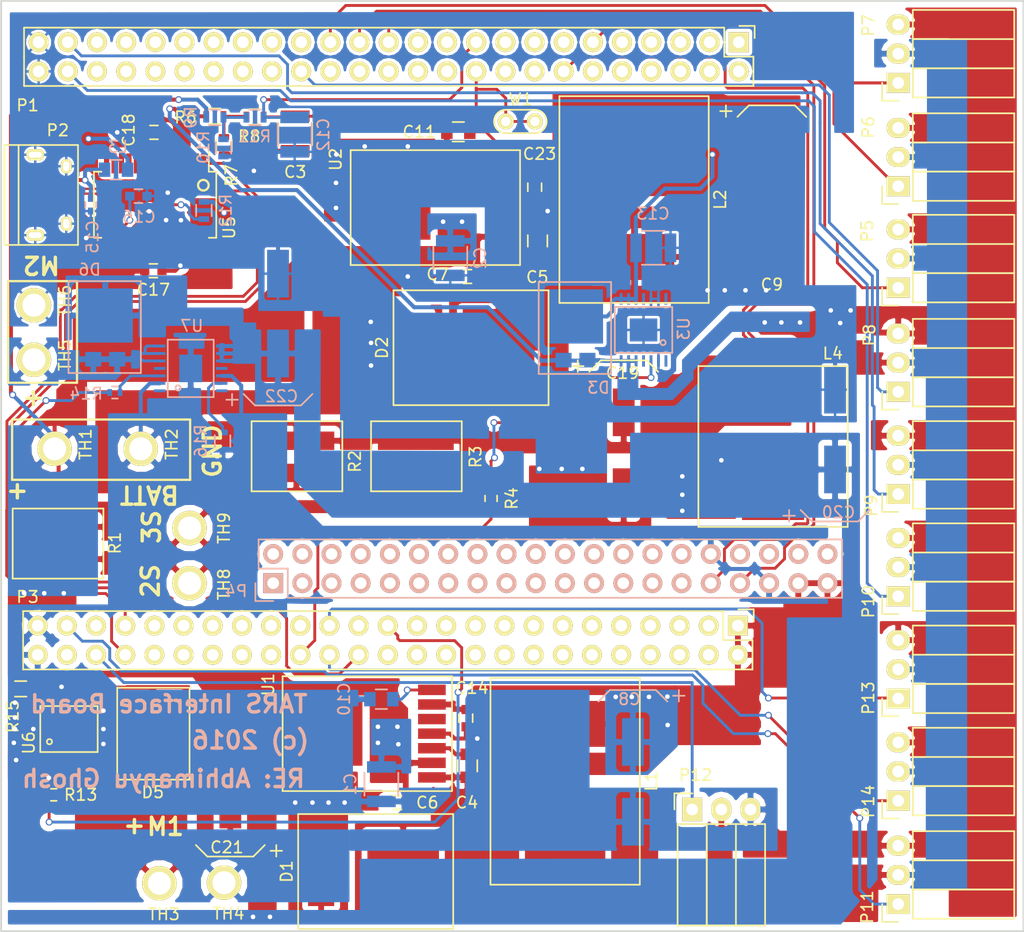
<source format=kicad_pcb>
(kicad_pcb (version 4) (host pcbnew 4.0.2-stable)
  (layers (0 F.Cu signal) (31 B.Cu signal) (34 B.Paste user) (35 F.Paste user) (36 B.SilkS user) (37 F.SilkS user) (38 B.Mask user) (39 F.Mask user) (44 Edge.Cuts user))
  (net 0 "")
  (net 1 "Net-(P1-Pad3)")
  (net 2 "Net-(P1-Pad4)")
  (net 3 "Net-(P1-Pad5)")
  (net 4 "Net-(P1-Pad6)")
  (net 5 "Net-(P1-Pad7)")
  (net 6 "Net-(P1-Pad8)")
  (net 7 "Net-(P1-Pad9)")
  (net 8 "Net-(P1-Pad10)")
  (net 9 "Net-(P1-Pad12)")
  (net 10 "Net-(P1-Pad13)")
  (net 11 "Net-(P1-Pad15)")
  (net 12 "Net-(P1-Pad16)")
  (net 13 "Net-(P1-Pad17)")
  (net 14 "Net-(P1-Pad18)")
  (net 15 "Net-(P1-Pad21)")
  (net 16 "Net-(P1-Pad22)")
  (net 17 "Net-(P1-Pad23)")
  (net 18 "Net-(P1-Pad24)")
  (net 19 "Net-(P1-Pad26)")
  (net 20 "Net-(P1-Pad28)")
  (net 21 "Net-(P1-Pad30)")
  (net 22 "Net-(P1-Pad31)")
  (net 23 "Net-(P1-Pad33)")
  (net 24 "Net-(P1-Pad34)")
  (net 25 "Net-(P1-Pad35)")
  (net 26 "Net-(P1-Pad36)")
  (net 27 "Net-(P1-Pad37)")
  (net 28 "Net-(P1-Pad38)")
  (net 29 "Net-(P1-Pad39)")
  (net 30 "Net-(P1-Pad40)")
  (net 31 "Net-(P1-Pad41)")
  (net 32 "Net-(P1-Pad42)")
  (net 33 "Net-(P1-Pad43)")
  (net 34 "Net-(P1-Pad44)")
  (net 35 "Net-(P1-Pad45)")
  (net 36 "Net-(P1-Pad46)")
  (net 37 "Net-(P2-Pad4)")
  (net 38 "Net-(P3-Pad3)")
  (net 39 "Net-(P3-Pad4)")
  (net 40 "Net-(P3-Pad5)")
  (net 41 "Net-(P3-Pad6)")
  (net 42 "Net-(P3-Pad8)")
  (net 43 "Net-(P3-Pad9)")
  (net 44 "Net-(P3-Pad10)")
  (net 45 "Net-(P3-Pad12)")
  (net 46 "Net-(P3-Pad13)")
  (net 47 "Net-(P3-Pad14)")
  (net 48 "Net-(P3-Pad15)")
  (net 49 "Net-(P3-Pad17)")
  (net 50 "Net-(P3-Pad18)")
  (net 51 "Net-(P3-Pad19)")
  (net 52 "Net-(P3-Pad20)")
  (net 53 "Net-(P3-Pad22)")
  (net 54 "Net-(P3-Pad23)")
  (net 55 "Net-(P3-Pad24)")
  (net 56 "Net-(P3-Pad26)")
  (net 57 "Net-(P3-Pad34)")
  (net 58 "Net-(P3-Pad36)")
  (net 59 "Net-(P3-Pad38)")
  (net 60 "Net-(P3-Pad40)")
  (net 61 /DebugFTDI/VUSB)
  (net 62 Earth)
  (net 63 /DebugFTDI/VUSB_FLT)
  (net 64 "Net-(C10-Pad1)")
  (net 65 /PowerSupplies/SW_OUT)
  (net 66 +5V)
  (net 67 /PowerSupplies/SERVO_PWR_EN)
  (net 68 /PowerSupplies/SERVO_PWR_FB)
  (net 69 /PowerSupplies/VBAT_FB)
  (net 70 /RX_PI)
  (net 71 /TX_PI)
  (net 72 /DCMotor_Quarter_HBridges/MOTOR0_PWM)
  (net 73 /DCMotor_Quarter_HBridges/MOTOR1_PWM)
  (net 74 /DebugFTDI/TX)
  (net 75 /DebugFTDI/RX)
  (net 76 /DebugFTDI/USBD-)
  (net 77 /DebugFTDI/USBD+)
  (net 78 /DCMotor_Quarter_HBridges/MOTOR0_OUT)
  (net 79 /DCMotor_Quarter_HBridges/MOTOR1_OUT)
  (net 80 /PowerSupplies/VBAT)
  (net 81 "Net-(C4-Pad1)")
  (net 82 "Net-(C5-Pad1)")
  (net 83 /PowerSupplies/SW_OUT2)
  (net 84 /PowerSupplies/SRV_5V_SW_UPSTREAM)
  (net 85 "Net-(C11-Pad1)")
  (net 86 "Net-(C16-Pad1)")
  (net 87 /DCMotor_Quarter_HBridges/AS_PWR)
  (net 88 /DCMotor_Quarter_HBridges/VBAT_FLT)
  (net 89 /PWM0)
  (net 90 /PWM1)
  (net 91 /PWM2)
  (net 92 /PWM3)
  (net 93 /PWM4)
  (net 94 /PWM5)
  (net 95 "Net-(P3-Pad7)")
  (net 96 "Net-(P3-Pad11)")
  (net 97 "Net-(P3-Pad16)")
  (net 98 "Net-(P3-Pad21)")
  (net 99 "Net-(P3-Pad27)")
  (net 100 /PWM8)
  (net 101 /PWM9)
  (net 102 "Net-(P3-Pad31)")
  (net 103 "Net-(P3-Pad35)")
  (net 104 "Net-(P3-Pad37)")
  (net 105 "Net-(P3-Pad39)")
  (net 106 "Net-(P4-Pad1)")
  (net 107 "Net-(P4-Pad3)")
  (net 108 /PowerSupplies/SRV_5V_OUT)
  (net 109 /PWM6)
  (net 110 /PWM7)
  (net 111 /VBAT_3S)
  (net 112 /VBAT_2S)
  (net 113 "Net-(R6-Pad2)")
  (net 114 "Net-(R10-Pad1)")
  (net 115 "Net-(R12-Pad1)")
  (net 116 "Net-(R13-Pad1)")
  (net 117 "Net-(R14-Pad1)")
  (net 118 "Net-(R15-Pad1)")
  (net 119 "Net-(R16-Pad1)")
  (net 120 "Net-(U1-Pad5)")
  (net 121 "Net-(U2-Pad5)")
  (net 122 "Net-(U3-Pad1)")
  (net 123 "Net-(U3-Pad4)")
  (net 124 "Net-(U5-Pad2)")
  (net 125 "Net-(U5-Pad3)")
  (net 126 "Net-(U5-Pad6)")
  (net 127 "Net-(U5-Pad9)")
  (net 128 "Net-(U5-Pad10)")
  (net 129 "Net-(U5-Pad11)")
  (net 130 "Net-(U5-Pad12)")
  (net 131 "Net-(U5-Pad13)")
  (net 132 "Net-(U5-Pad14)")
  (net 133 "Net-(U5-Pad22)")
  (net 134 "Net-(U5-Pad23)")
  (net 135 "Net-(U5-Pad26)")
  (net 136 "Net-(U5-Pad27)")
  (net 137 "Net-(U5-Pad28)")
  (net 138 "Net-(U6-Pad1)")
  (net 139 "Net-(U6-Pad4)")
  (net 140 "Net-(U6-Pad11)")
  (net 141 "Net-(U6-Pad14)")
  (net 142 "Net-(U7-Pad1)")
  (net 143 "Net-(U7-Pad4)")
  (net 144 "Net-(U7-Pad11)")
  (net 145 "Net-(U7-Pad14)")
  (net 146 "Net-(P3-Pad41)")
  (net 147 "Net-(P3-Pad42)")
  (net 148 "Net-(P3-Pad45)")
  (net 149 "Net-(P3-Pad48)")
  (net 150 "Net-(P4-Pad4)")
  (net 151 "Net-(P4-Pad5)")
  (net 152 "Net-(P4-Pad6)")
  (net 153 "Net-(P4-Pad8)")
  (net 154 "Net-(P4-Pad9)")
  (net 155 "Net-(P4-Pad10)")
  (net 156 "Net-(P4-Pad12)")
  (net 157 "Net-(P4-Pad13)")
  (net 158 "Net-(P4-Pad14)")
  (net 159 "Net-(P4-Pad15)")
  (net 160 "Net-(P4-Pad17)")
  (net 161 "Net-(P4-Pad18)")
  (net 162 "Net-(P4-Pad19)")
  (net 163 "Net-(P4-Pad20)")
  (net 164 "Net-(P4-Pad22)")
  (net 165 "Net-(P4-Pad23)")
  (net 166 "Net-(P4-Pad24)")
  (net 167 "Net-(P4-Pad25)")
  (net 168 "Net-(P4-Pad26)")
  (net 169 "Net-(P4-Pad28)")
  (net 170 "Net-(P4-Pad29)")
  (net 171 "Net-(P4-Pad30)")
  (net 172 "Net-(P4-Pad34)")
  (net 173 "Net-(P4-Pad36)")
  (net 174 "Net-(P4-Pad38)")
  (net 175 "Net-(P4-Pad40)")
  (net 176 "Net-(U3-Pad11)")
  (net 177 "Net-(U3-Pad14)")
  (net 178 "Net-(P3-Pad33)")
  (net 179 "Net-(P4-Pad2)")
  (net 180 "Net-(P4-Pad7)")
  (net 181 "Net-(P4-Pad11)")
  (net 182 "Net-(P4-Pad16)")
  (net 183 "Net-(P4-Pad21)")
  (net 184 "Net-(P4-Pad27)")
  (net 185 "Net-(R4-Pad1)")
  (net 186 "Net-(P1-Pad1)")
  (net 187 "Net-(P1-Pad2)")
  (module Capacitors_SMD:C_0603 (layer B.Cu) (at 123.95 87)
    (fp_text reference C16 (at 0.05 1.8) (layer B.SilkS) (effects (justify mirror)))
    (fp_text value "0.1 uF")
    (pad 1 smd rect (at -0.75 0) (size 0.8 0.75) (layers B.Cu B.Paste B.Mask) (net 86 "Net-(C16-Pad1)"))
    (pad 2 smd rect (at 0.75 0) (size 0.8 0.75) (layers B.Cu B.Paste B.Mask) (net 62 Earth))
  )
  (module connectors:Socket_Strip_Straight_2x25 (layer F.Cu) (at 115.26 73.6)
    (fp_text reference P1 (at -0.96 5.5) (layer F.SilkS))
    (fp_text value CONN_02X25)
    (pad 49 thru_hole circle (at 0 0) (size 1.7272 1.7272) (drill 1.016) (layers *.Cu *.Mask F.SilkS) (net 62 Earth))
    (pad 50 thru_hole oval (at 0 2.54) (size 1.7272 1.7272) (drill 1.016) (layers *.Cu *.Mask F.SilkS) (net 62 Earth))
    (pad 47 thru_hole oval (at 2.54 0) (size 1.7272 1.7272) (drill 1.016) (layers *.Cu *.Mask F.SilkS) (net 93 /PWM4))
    (pad 48 thru_hole oval (at 2.54 2.54) (size 1.7272 1.7272) (drill 1.016) (layers *.Cu *.Mask F.SilkS) (net 94 /PWM5))
    (pad 45 thru_hole oval (at 5.08 0) (size 1.7272 1.7272) (drill 1.016) (layers *.Cu *.Mask F.SilkS) (net 35 "Net-(P1-Pad45)"))
    (pad 46 thru_hole oval (at 5.08 2.54) (size 1.7272 1.7272) (drill 1.016) (layers *.Cu *.Mask F.SilkS) (net 36 "Net-(P1-Pad46)"))
    (pad 43 thru_hole oval (at 7.62 0) (size 1.7272 1.7272) (drill 1.016) (layers *.Cu *.Mask F.SilkS) (net 33 "Net-(P1-Pad43)"))
    (pad 44 thru_hole oval (at 7.62 2.54) (size 1.7272 1.7272) (drill 1.016) (layers *.Cu *.Mask F.SilkS) (net 34 "Net-(P1-Pad44)"))
    (pad 41 thru_hole oval (at 10.16 0) (size 1.7272 1.7272) (drill 1.016) (layers *.Cu *.Mask F.SilkS) (net 31 "Net-(P1-Pad41)"))
    (pad 42 thru_hole oval (at 10.16 2.54) (size 1.7272 1.7272) (drill 1.016) (layers *.Cu *.Mask F.SilkS) (net 32 "Net-(P1-Pad42)"))
    (pad 39 thru_hole oval (at 12.7 0) (size 1.7272 1.7272) (drill 1.016) (layers *.Cu *.Mask F.SilkS) (net 29 "Net-(P1-Pad39)"))
    (pad 40 thru_hole oval (at 12.7 2.54) (size 1.7272 1.7272) (drill 1.016) (layers *.Cu *.Mask F.SilkS) (net 30 "Net-(P1-Pad40)"))
    (pad 37 thru_hole oval (at 15.24 0) (size 1.7272 1.7272) (drill 1.016) (layers *.Cu *.Mask F.SilkS) (net 27 "Net-(P1-Pad37)"))
    (pad 38 thru_hole oval (at 15.24 2.54) (size 1.7272 1.7272) (drill 1.016) (layers *.Cu *.Mask F.SilkS) (net 28 "Net-(P1-Pad38)"))
    (pad 35 thru_hole oval (at 17.78 0) (size 1.7272 1.7272) (drill 1.016) (layers *.Cu *.Mask F.SilkS) (net 25 "Net-(P1-Pad35)"))
    (pad 36 thru_hole oval (at 17.78 2.54) (size 1.7272 1.7272) (drill 1.016) (layers *.Cu *.Mask F.SilkS) (net 26 "Net-(P1-Pad36)"))
    (pad 33 thru_hole oval (at 20.32 0) (size 1.7272 1.7272) (drill 1.016) (layers *.Cu *.Mask F.SilkS) (net 23 "Net-(P1-Pad33)"))
    (pad 34 thru_hole oval (at 20.32 2.54) (size 1.7272 1.7272) (drill 1.016) (layers *.Cu *.Mask F.SilkS) (net 24 "Net-(P1-Pad34)"))
    (pad 31 thru_hole oval (at 22.86 0) (size 1.7272 1.7272) (drill 1.016) (layers *.Cu *.Mask F.SilkS) (net 22 "Net-(P1-Pad31)"))
    (pad 32 thru_hole oval (at 22.86 2.54) (size 1.7272 1.7272) (drill 1.016) (layers *.Cu *.Mask F.SilkS) (net 92 /PWM3))
    (pad 29 thru_hole oval (at 25.4 0) (size 1.7272 1.7272) (drill 1.016) (layers *.Cu *.Mask F.SilkS) (net 91 /PWM2))
    (pad 30 thru_hole oval (at 25.4 2.54) (size 1.7272 1.7272) (drill 1.016) (layers *.Cu *.Mask F.SilkS) (net 21 "Net-(P1-Pad30)"))
    (pad 27 thru_hole oval (at 27.94 0) (size 1.7272 1.7272) (drill 1.016) (layers *.Cu *.Mask F.SilkS) (net 90 /PWM1))
    (pad 28 thru_hole oval (at 27.94 2.54) (size 1.7272 1.7272) (drill 1.016) (layers *.Cu *.Mask F.SilkS) (net 20 "Net-(P1-Pad28)"))
    (pad 25 thru_hole oval (at 30.48 0) (size 1.7272 1.7272) (drill 1.016) (layers *.Cu *.Mask F.SilkS) (net 89 /PWM0))
    (pad 26 thru_hole oval (at 30.48 2.54) (size 1.7272 1.7272) (drill 1.016) (layers *.Cu *.Mask F.SilkS) (net 19 "Net-(P1-Pad26)"))
    (pad 23 thru_hole oval (at 33.02 0) (size 1.7272 1.7272) (drill 1.016) (layers *.Cu *.Mask F.SilkS) (net 17 "Net-(P1-Pad23)"))
    (pad 24 thru_hole oval (at 33.02 2.54) (size 1.7272 1.7272) (drill 1.016) (layers *.Cu *.Mask F.SilkS) (net 18 "Net-(P1-Pad24)"))
    (pad 21 thru_hole oval (at 35.56 0) (size 1.7272 1.7272) (drill 1.016) (layers *.Cu *.Mask F.SilkS) (net 15 "Net-(P1-Pad21)"))
    (pad 22 thru_hole oval (at 35.56 2.54) (size 1.7272 1.7272) (drill 1.016) (layers *.Cu *.Mask F.SilkS) (net 16 "Net-(P1-Pad22)"))
    (pad 19 thru_hole oval (at 38.1 0) (size 1.7272 1.7272) (drill 1.016) (layers *.Cu *.Mask F.SilkS) (net 69 /PowerSupplies/VBAT_FB))
    (pad 20 thru_hole oval (at 38.1 2.54) (size 1.7272 1.7272) (drill 1.016) (layers *.Cu *.Mask F.SilkS) (net 68 /PowerSupplies/SERVO_PWR_FB))
    (pad 17 thru_hole oval (at 40.64 0) (size 1.7272 1.7272) (drill 1.016) (layers *.Cu *.Mask F.SilkS) (net 13 "Net-(P1-Pad17)"))
    (pad 18 thru_hole oval (at 40.64 2.54) (size 1.7272 1.7272) (drill 1.016) (layers *.Cu *.Mask F.SilkS) (net 14 "Net-(P1-Pad18)"))
    (pad 15 thru_hole oval (at 43.18 0) (size 1.7272 1.7272) (drill 1.016) (layers *.Cu *.Mask F.SilkS) (net 11 "Net-(P1-Pad15)"))
    (pad 16 thru_hole oval (at 43.18 2.54) (size 1.7272 1.7272) (drill 1.016) (layers *.Cu *.Mask F.SilkS) (net 12 "Net-(P1-Pad16)"))
    (pad 13 thru_hole oval (at 45.72 0) (size 1.7272 1.7272) (drill 1.016) (layers *.Cu *.Mask F.SilkS) (net 10 "Net-(P1-Pad13)"))
    (pad 14 thru_hole oval (at 45.72 2.54) (size 1.7272 1.7272) (drill 1.016) (layers *.Cu *.Mask F.SilkS) (net 71 /TX_PI))
    (pad 11 thru_hole oval (at 48.26 0) (size 1.7272 1.7272) (drill 1.016) (layers *.Cu *.Mask F.SilkS) (net 70 /RX_PI))
    (pad 12 thru_hole oval (at 48.26 2.54) (size 1.7272 1.7272) (drill 1.016) (layers *.Cu *.Mask F.SilkS) (net 9 "Net-(P1-Pad12)"))
    (pad 9 thru_hole oval (at 50.8 0) (size 1.7272 1.7272) (drill 1.016) (layers *.Cu *.Mask F.SilkS) (net 7 "Net-(P1-Pad9)"))
    (pad 10 thru_hole oval (at 50.8 2.54) (size 1.7272 1.7272) (drill 1.016) (layers *.Cu *.Mask F.SilkS) (net 8 "Net-(P1-Pad10)"))
    (pad 7 thru_hole oval (at 53.34 0) (size 1.7272 1.7272) (drill 1.016) (layers *.Cu *.Mask F.SilkS) (net 5 "Net-(P1-Pad7)"))
    (pad 8 thru_hole oval (at 53.34 2.54) (size 1.7272 1.7272) (drill 1.016) (layers *.Cu *.Mask F.SilkS) (net 6 "Net-(P1-Pad8)"))
    (pad 5 thru_hole oval (at 55.88 0) (size 1.7272 1.7272) (drill 1.016) (layers *.Cu *.Mask F.SilkS) (net 3 "Net-(P1-Pad5)"))
    (pad 6 thru_hole oval (at 55.88 2.54) (size 1.7272 1.7272) (drill 1.016) (layers *.Cu *.Mask F.SilkS) (net 4 "Net-(P1-Pad6)"))
    (pad 3 thru_hole oval (at 58.42 0) (size 1.7272 1.7272) (drill 1.016) (layers *.Cu *.Mask F.SilkS) (net 1 "Net-(P1-Pad3)"))
    (pad 4 thru_hole oval (at 58.42 2.54) (size 1.7272 1.7272) (drill 1.016) (layers *.Cu *.Mask F.SilkS) (net 2 "Net-(P1-Pad4)"))
    (pad 1 thru_hole rect (at 60.96 0) (size 1.7272 1.7272) (drill 1.016) (layers *.Cu *.Mask F.SilkS) (net 186 "Net-(P1-Pad1)"))
    (pad 2 thru_hole oval (at 60.96 2.54) (size 1.7272 1.7272) (drill 1.016) (layers *.Cu *.Mask F.SilkS) (net 187 "Net-(P1-Pad2)"))
  )
  (module capacitors:Radial_SMD_8mm (layer B.Cu) (at 136.1 97.225 180)
    (fp_text reference C22 (at -0.3 -7.2 180) (layer B.SilkS) (effects (justify mirror)))
    (fp_text value "120 uF")
    (pad 1 smd rect (at 0 -3.475 180) (size 1.9 4.15) (layers B.Cu B.Paste B.Mask) (net 88 /DCMotor_Quarter_HBridges/VBAT_FLT))
    (pad 2 smd rect (at 0 3.475 180) (size 1.9 4.15) (layers B.Cu B.Paste B.Mask) (net 62 Earth))
  )
  (module Socket_Strips:Socket_Strip_Angled_1x03 (layer F.Cu) (at 190.1 94.98 90)
    (fp_text reference P5 (at 4.94 -2.7 90) (layer F.SilkS))
    (fp_text value CONN_01X03)
    (pad 1 thru_hole rect (at 0 0 90) (size 1.7272 2.032) (drill 1.016) (layers *.Cu *.Mask F.SilkS) (net 89 /PWM0))
    (pad 2 thru_hole oval (at 2.54 0 90) (size 1.7272 2.032) (drill 1.016) (layers *.Cu *.Mask F.SilkS) (net 108 /PowerSupplies/SRV_5V_OUT))
    (pad 3 thru_hole oval (at 5.08 0 90) (size 1.7272 2.032) (drill 1.016) (layers *.Cu *.Mask F.SilkS) (net 62 Earth))
  )
  (module Socket_Strips:Socket_Strip_Angled_1x03 (layer F.Cu) (at 190.1 86.14 90)
    (fp_text reference P6 (at 5.14 -2.6 90) (layer F.SilkS))
    (fp_text value CONN_01X03)
    (pad 1 thru_hole rect (at 0 0 90) (size 1.7272 2.032) (drill 1.016) (layers *.Cu *.Mask F.SilkS) (net 90 /PWM1))
    (pad 2 thru_hole oval (at 2.54 0 90) (size 1.7272 2.032) (drill 1.016) (layers *.Cu *.Mask F.SilkS) (net 108 /PowerSupplies/SRV_5V_OUT))
    (pad 3 thru_hole oval (at 5.08 0 90) (size 1.7272 2.032) (drill 1.016) (layers *.Cu *.Mask F.SilkS) (net 62 Earth))
  )
  (module Socket_Strips:Socket_Strip_Angled_1x03 (layer F.Cu) (at 190.1 77.14 90)
    (fp_text reference P7 (at 5 -2.6 90) (layer F.SilkS))
    (fp_text value CONN_01X03)
    (pad 1 thru_hole rect (at 0 0 90) (size 1.7272 2.032) (drill 1.016) (layers *.Cu *.Mask F.SilkS) (net 91 /PWM2))
    (pad 2 thru_hole oval (at 2.54 0 90) (size 1.7272 2.032) (drill 1.016) (layers *.Cu *.Mask F.SilkS) (net 108 /PowerSupplies/SRV_5V_OUT))
    (pad 3 thru_hole oval (at 5.08 0 90) (size 1.7272 2.032) (drill 1.016) (layers *.Cu *.Mask F.SilkS) (net 62 Earth))
  )
  (module Socket_Strips:Socket_Strip_Angled_1x03 (layer F.Cu) (at 190.1 104.04 90)
    (fp_text reference P8 (at 4.94 -2.5 90) (layer F.SilkS))
    (fp_text value CONN_01X03)
    (pad 1 thru_hole rect (at 0 0 90) (size 1.7272 2.032) (drill 1.016) (layers *.Cu *.Mask F.SilkS) (net 92 /PWM3))
    (pad 2 thru_hole oval (at 2.54 0 90) (size 1.7272 2.032) (drill 1.016) (layers *.Cu *.Mask F.SilkS) (net 108 /PowerSupplies/SRV_5V_OUT))
    (pad 3 thru_hole oval (at 5.08 0 90) (size 1.7272 2.032) (drill 1.016) (layers *.Cu *.Mask F.SilkS) (net 62 Earth))
  )
  (module Socket_Strips:Socket_Strip_Angled_1x03 (layer F.Cu) (at 190.1 112.94 90)
    (fp_text reference P9 (at -1.01 -2.35 90) (layer F.SilkS))
    (fp_text value CONN_01X03)
    (pad 1 thru_hole rect (at 0 0 90) (size 1.7272 2.032) (drill 1.016) (layers *.Cu *.Mask F.SilkS) (net 93 /PWM4))
    (pad 2 thru_hole oval (at 2.54 0 90) (size 1.7272 2.032) (drill 1.016) (layers *.Cu *.Mask F.SilkS) (net 108 /PowerSupplies/SRV_5V_OUT))
    (pad 3 thru_hole oval (at 5.08 0 90) (size 1.7272 2.032) (drill 1.016) (layers *.Cu *.Mask F.SilkS) (net 62 Earth))
  )
  (module Socket_Strips:Socket_Strip_Angled_1x03 (layer F.Cu) (at 190.1 121.84 90)
    (fp_text reference P10 (at -0.46 -2.6 90) (layer F.SilkS))
    (fp_text value CONN_01X03)
    (pad 1 thru_hole rect (at 0 0 90) (size 1.7272 2.032) (drill 1.016) (layers *.Cu *.Mask F.SilkS) (net 94 /PWM5))
    (pad 2 thru_hole oval (at 2.54 0 90) (size 1.7272 2.032) (drill 1.016) (layers *.Cu *.Mask F.SilkS) (net 108 /PowerSupplies/SRV_5V_OUT))
    (pad 3 thru_hole oval (at 5.08 0 90) (size 1.7272 2.032) (drill 1.016) (layers *.Cu *.Mask F.SilkS) (net 62 Earth))
  )
  (module Socket_Strips:Socket_Strip_Angled_1x03 (layer F.Cu) (at 190.1 148.64 90)
    (fp_text reference P11 (at -0.26 -2.7 90) (layer F.SilkS))
    (fp_text value CONN_01X03)
    (pad 1 thru_hole rect (at 0 0 90) (size 1.7272 2.032) (drill 1.016) (layers *.Cu *.Mask F.SilkS) (net 109 /PWM6))
    (pad 2 thru_hole oval (at 2.54 0 90) (size 1.7272 2.032) (drill 1.016) (layers *.Cu *.Mask F.SilkS) (net 108 /PowerSupplies/SRV_5V_OUT))
    (pad 3 thru_hole oval (at 5.08 0 90) (size 1.7272 2.032) (drill 1.016) (layers *.Cu *.Mask F.SilkS) (net 62 Earth))
  )
  (module Capacitors_SMD:C_0603 (layer F.Cu) (at 146.5 139.8 180)
    (fp_text reference C6 (at -2.6 0 360) (layer F.SilkS))
    (fp_text value "1.0 uF")
    (pad 1 smd rect (at -0.75 0 180) (size 0.8 0.75) (layers F.Cu F.Paste F.Mask) (net 80 /PowerSupplies/VBAT))
    (pad 2 smd rect (at 0.75 0 180) (size 0.8 0.75) (layers F.Cu F.Paste F.Mask) (net 62 Earth))
  )
  (module Capacitors_SMD:C_0603 (layer F.Cu) (at 152.6 94 180)
    (fp_text reference C7 (at 2.6 0.2 180) (layer F.SilkS))
    (fp_text value "1.0 uF")
    (pad 1 smd rect (at -0.75 0 180) (size 0.8 0.75) (layers F.Cu F.Paste F.Mask) (net 80 /PowerSupplies/VBAT))
    (pad 2 smd rect (at 0.75 0 180) (size 0.8 0.75) (layers F.Cu F.Paste F.Mask) (net 62 Earth))
  )
  (module Socket_Strips:Socket_Strip_Angled_1x03 (layer F.Cu) (at 190.1 130.74 90)
    (fp_text reference P13 (at 0.04 -2.6 90) (layer F.SilkS))
    (fp_text value CONN_01X03)
    (pad 1 thru_hole rect (at 0 0 90) (size 1.7272 2.032) (drill 1.016) (layers *.Cu *.Mask F.SilkS) (net 100 /PWM8))
    (pad 2 thru_hole oval (at 2.54 0 90) (size 1.7272 2.032) (drill 1.016) (layers *.Cu *.Mask F.SilkS) (net 108 /PowerSupplies/SRV_5V_OUT))
    (pad 3 thru_hole oval (at 5.08 0 90) (size 1.7272 2.032) (drill 1.016) (layers *.Cu *.Mask F.SilkS) (net 62 Earth))
  )
  (module Socket_Strips:Socket_Strip_Angled_1x03 (layer F.Cu) (at 190.1 139.64 90)
    (fp_text reference P14 (at -0.06 -2.6 90) (layer F.SilkS))
    (fp_text value CONN_01X03)
    (pad 1 thru_hole rect (at 0 0 90) (size 1.7272 2.032) (drill 1.016) (layers *.Cu *.Mask F.SilkS) (net 101 /PWM9))
    (pad 2 thru_hole oval (at 2.54 0 90) (size 1.7272 2.032) (drill 1.016) (layers *.Cu *.Mask F.SilkS) (net 108 /PowerSupplies/SRV_5V_OUT))
    (pad 3 thru_hole oval (at 5.08 0 90) (size 1.7272 2.032) (drill 1.016) (layers *.Cu *.Mask F.SilkS) (net 62 Earth))
  )
  (module Resistors_SMD:R_0603 (layer F.Cu) (at 130.6 80.05)
    (fp_text reference R6 (at -2.55 0.1) (layer F.SilkS))
    (fp_text value 2.2K)
    (pad 1 smd rect (at -0.75 0) (size 0.5 0.9) (layers F.Cu F.Paste F.Mask) (net 108 /PowerSupplies/SRV_5V_OUT))
    (pad 2 smd rect (at 0.75 0) (size 0.5 0.9) (layers F.Cu F.Paste F.Mask) (net 113 "Net-(R6-Pad2)"))
  )
  (module Resistors_SMD:R_0603 (layer F.Cu) (at 131.4 82.6 270)
    (fp_text reference R7 (at 2.6 -0.65 270) (layer F.SilkS))
    (fp_text value 1.1K)
    (pad 1 smd rect (at -0.75 0 270) (size 0.5 0.9) (layers F.Cu F.Paste F.Mask) (net 113 "Net-(R6-Pad2)"))
    (pad 2 smd rect (at 0.75 0 270) (size 0.5 0.9) (layers F.Cu F.Paste F.Mask) (net 62 Earth))
  )
  (module Resistors_SMD:R_0603 (layer F.Cu) (at 134.1 80.1 180)
    (fp_text reference R8 (at 0.5 -1.7 180) (layer F.SilkS))
    (fp_text value 100)
    (pad 1 smd rect (at -0.75 0 180) (size 0.5 0.9) (layers F.Cu F.Paste F.Mask) (net 68 /PowerSupplies/SERVO_PWR_FB))
    (pad 2 smd rect (at 0.75 0 180) (size 0.5 0.9) (layers F.Cu F.Paste F.Mask) (net 113 "Net-(R6-Pad2)"))
  )
  (module Resistors_SMD:R_0603 (layer B.Cu) (at 130.6 80.15)
    (fp_text reference R9 (at -2.1 0 90) (layer B.SilkS) (effects (justify mirror)))
    (fp_text value 6.65K)
    (pad 1 smd rect (at -0.75 0) (size 0.5 0.9) (layers B.Cu B.Paste B.Mask) (net 80 /PowerSupplies/VBAT))
    (pad 2 smd rect (at 0.75 0) (size 0.5 0.9) (layers B.Cu B.Paste B.Mask) (net 114 "Net-(R10-Pad1)"))
  )
  (module Resistors_SMD:R_0402 (layer F.Cu) (at 116.575 139.125 180)
    (fp_text reference R13 (at -2.35 0 180) (layer F.SilkS))
    (fp_text value 3.3K)
    (pad 1 smd rect (at -0.45 0 180) (size 0.4 0.6) (layers F.Cu F.Paste F.Mask) (net 116 "Net-(R13-Pad1)"))
    (pad 2 smd rect (at 0.45 0 180) (size 0.4 0.6) (layers F.Cu F.Paste F.Mask) (net 72 /DCMotor_Quarter_HBridges/MOTOR0_PWM))
  )
  (module Resistors_SMD:R_0402 (layer B.Cu) (at 121.9 104.1 180)
    (fp_text reference R14 (at 2.5 -0.1 180) (layer B.SilkS) (effects (justify mirror)))
    (fp_text value 3.3K)
    (pad 1 smd rect (at -0.45 0 180) (size 0.4 0.6) (layers B.Cu B.Paste B.Mask) (net 117 "Net-(R14-Pad1)"))
    (pad 2 smd rect (at 0.45 0 180) (size 0.4 0.6) (layers B.Cu B.Paste B.Mask) (net 73 /DCMotor_Quarter_HBridges/MOTOR1_PWM))
  )
  (module Resistors_SMD:R_0603 (layer B.Cu) (at 131.275 108.325 270)
    (fp_text reference R16 (at 0 1.9 270) (layer B.SilkS) (effects (justify mirror)))
    (fp_text value 499)
    (pad 1 smd rect (at -0.75 0 270) (size 0.5 0.9) (layers B.Cu B.Paste B.Mask) (net 119 "Net-(R16-Pad1)"))
    (pad 2 smd rect (at 0.75 0 270) (size 0.5 0.9) (layers B.Cu B.Paste B.Mask) (net 62 Earth))
  )
  (module mechanical:PTH (layer F.Cu) (at 116.65 109 90)
    (fp_text reference TH1 (at 0.4 2.7 90) (layer F.SilkS))
    (fp_text value PTH)
    (pad 1 thru_hole circle (at 0 0 90) (size 3 3) (drill 2) (layers *.Cu *.Mask F.SilkS) (net 80 /PowerSupplies/VBAT))
  )
  (module mechanical:PTH (layer F.Cu) (at 124.15 109 90)
    (fp_text reference TH2 (at 0.4 2.7 90) (layer F.SilkS))
    (fp_text value PTH)
    (pad 1 thru_hole circle (at 0 0 90) (size 3 3) (drill 2) (layers *.Cu *.Mask F.SilkS) (net 62 Earth))
  )
  (module mechanical:PTH (layer F.Cu) (at 125.775 146.825)
    (fp_text reference TH3 (at 0.4 2.7) (layer F.SilkS))
    (fp_text value PTH)
    (pad 1 thru_hole circle (at 0 0) (size 3 3) (drill 2) (layers *.Cu *.Mask F.SilkS) (net 78 /DCMotor_Quarter_HBridges/MOTOR0_OUT))
  )
  (module mechanical:PTH (layer F.Cu) (at 131.4 146.775)
    (fp_text reference TH4 (at 0.4 2.7) (layer F.SilkS))
    (fp_text value PTH)
    (pad 1 thru_hole circle (at 0 0) (size 3 3) (drill 2) (layers *.Cu *.Mask F.SilkS) (net 62 Earth))
  )
  (module mechanical:PTH (layer F.Cu) (at 114.85 101.25 90)
    (fp_text reference TH5 (at 0.4 2.7 90) (layer F.SilkS))
    (fp_text value PTH)
    (pad 1 thru_hole circle (at 0 0 90) (size 3 3) (drill 2) (layers *.Cu *.Mask F.SilkS) (net 79 /DCMotor_Quarter_HBridges/MOTOR1_OUT))
  )
  (module mechanical:PTH (layer F.Cu) (at 114.85 96.5 90)
    (fp_text reference TH6 (at 0.4 2.7 90) (layer F.SilkS))
    (fp_text value PTH)
    (pad 1 thru_hole circle (at 0 0 90) (size 3 3) (drill 2) (layers *.Cu *.Mask F.SilkS) (net 62 Earth))
  )
  (module Measurement_Points:Test_Point (layer F.Cu) (at 157.2 80.5)
    (fp_text reference W1 (at 0.03048 -1.92024) (layer F.SilkS))
    (fp_text value TEST_1P)
    (pad 1 thru_hole circle (at -1.27 0) (size 1.397 1.397) (drill 0.8128) (layers *.Cu *.Mask F.SilkS) (net 68 /PowerSupplies/SERVO_PWR_FB))
    (pad 1 thru_hole circle (at 1.27 0) (size 1.397 1.397) (drill 0.8128) (layers *.Cu *.Mask F.SilkS) (net 68 /PowerSupplies/SERVO_PWR_FB))
  )
  (module PowerPackages:SRR1208 (layer F.Cu) (at 161.1 137.95 90)
    (fp_text reference L1 (at 0 7.5 90) (layer F.SilkS))
    (fp_text value "6.5 uH, 18 mOhm")
    (pad 1 smd rect (at -5 0 90) (size 4 7) (layers F.Cu F.Paste F.Mask) (net 65 /PowerSupplies/SW_OUT))
    (pad 2 smd rect (at 5 0 90) (size 4 7) (layers F.Cu F.Paste F.Mask) (net 66 +5V))
  )
  (module PowerPackages:SRR1208 (layer F.Cu) (at 167.1 87.3 90)
    (fp_text reference L2 (at 0 7.5 90) (layer F.SilkS))
    (fp_text value "6.5 uH, 18 mOhm")
    (pad 1 smd rect (at -5 0 90) (size 4 7) (layers F.Cu F.Paste F.Mask) (net 83 /PowerSupplies/SW_OUT2))
    (pad 2 smd rect (at 5 0 90) (size 4 7) (layers F.Cu F.Paste F.Mask) (net 84 /PowerSupplies/SRV_5V_SW_UPSTREAM))
  )
  (module Capacitors_SMD:C_0805 (layer B.Cu) (at 122 84.7 180)
    (fp_text reference L3 (at -0.15 2 180) (layer B.SilkS) (effects (justify mirror)))
    (fp_text value "40 Ohm FB")
    (pad 1 smd rect (at -1 0 180) (size 1 1.25) (layers B.Cu B.Paste B.Mask) (net 63 /DebugFTDI/VUSB_FLT))
    (pad 2 smd rect (at 1 0 180) (size 1 1.25) (layers B.Cu B.Paste B.Mask) (net 61 /DebugFTDI/VUSB))
  )
  (module mechanical:PTH (layer F.Cu) (at 128.4 120.7 180)
    (fp_text reference TH8 (at -3 -0.1 270) (layer F.SilkS))
    (fp_text value PTH)
    (pad 1 thru_hole circle (at 0 0 180) (size 3 3) (drill 2) (layers *.Cu *.Mask F.SilkS) (net 112 /VBAT_2S))
  )
  (module mechanical:PTH (layer F.Cu) (at 128.4 115.9 180)
    (fp_text reference TH9 (at -3 0 270) (layer F.SilkS))
    (fp_text value PTH)
    (pad 1 thru_hole circle (at 0 0 180) (size 3 3) (drill 2) (layers *.Cu *.Mask F.SilkS) (net 111 /VBAT_3S))
  )
  (module Housings_SSOP:SSOP-28_5.3x10.2mm_Pitch0.65mm (layer F.Cu) (at 125.4 87.75 270)
    (fp_text reference U5 (at 2 -6.45 270) (layer F.SilkS))
    (fp_text value FT232RL)
    (pad 1 smd rect (at -3.6 -4.225 270) (size 1.75 0.45) (layers F.Cu F.Paste F.Mask) (net 74 /DebugFTDI/TX))
    (pad 2 smd rect (at -3.6 -3.575 270) (size 1.75 0.45) (layers F.Cu F.Paste F.Mask) (net 124 "Net-(U5-Pad2)"))
    (pad 3 smd rect (at -3.6 -2.925 270) (size 1.75 0.45) (layers F.Cu F.Paste F.Mask) (net 125 "Net-(U5-Pad3)"))
    (pad 4 smd rect (at -3.6 -2.275 270) (size 1.75 0.45) (layers F.Cu F.Paste F.Mask) (net 63 /DebugFTDI/VUSB_FLT))
    (pad 5 smd rect (at -3.6 -1.625 270) (size 1.75 0.45) (layers F.Cu F.Paste F.Mask) (net 75 /DebugFTDI/RX))
    (pad 6 smd rect (at -3.6 -0.975 270) (size 1.75 0.45) (layers F.Cu F.Paste F.Mask) (net 126 "Net-(U5-Pad6)"))
    (pad 7 smd rect (at -3.6 -0.325 270) (size 1.75 0.45) (layers F.Cu F.Paste F.Mask) (net 62 Earth))
    (pad 8 smd rect (at -3.6 0.325 270) (size 1.75 0.45) (layers F.Cu F.Paste F.Mask))
    (pad 9 smd rect (at -3.6 0.975 270) (size 1.75 0.45) (layers F.Cu F.Paste F.Mask) (net 127 "Net-(U5-Pad9)"))
    (pad 10 smd rect (at -3.6 1.625 270) (size 1.75 0.45) (layers F.Cu F.Paste F.Mask) (net 128 "Net-(U5-Pad10)"))
    (pad 11 smd rect (at -3.6 2.275 270) (size 1.75 0.45) (layers F.Cu F.Paste F.Mask) (net 129 "Net-(U5-Pad11)"))
    (pad 12 smd rect (at -3.6 2.925 270) (size 1.75 0.45) (layers F.Cu F.Paste F.Mask) (net 130 "Net-(U5-Pad12)"))
    (pad 13 smd rect (at -3.6 3.575 270) (size 1.75 0.45) (layers F.Cu F.Paste F.Mask) (net 131 "Net-(U5-Pad13)"))
    (pad 14 smd rect (at -3.6 4.225 270) (size 1.75 0.45) (layers F.Cu F.Paste F.Mask) (net 132 "Net-(U5-Pad14)"))
    (pad 15 smd rect (at 3.6 4.225 270) (size 1.75 0.45) (layers F.Cu F.Paste F.Mask) (net 77 /DebugFTDI/USBD+))
    (pad 16 smd rect (at 3.6 3.575 270) (size 1.75 0.45) (layers F.Cu F.Paste F.Mask) (net 76 /DebugFTDI/USBD-))
    (pad 17 smd rect (at 3.6 2.925 270) (size 1.75 0.45) (layers F.Cu F.Paste F.Mask) (net 86 "Net-(C16-Pad1)"))
    (pad 18 smd rect (at 3.6 2.275 270) (size 1.75 0.45) (layers F.Cu F.Paste F.Mask) (net 62 Earth))
    (pad 19 smd rect (at 3.6 1.625 270) (size 1.75 0.45) (layers F.Cu F.Paste F.Mask) (net 115 "Net-(R12-Pad1)"))
    (pad 20 smd rect (at 3.6 0.975 270) (size 1.75 0.45) (layers F.Cu F.Paste F.Mask) (net 63 /DebugFTDI/VUSB_FLT))
    (pad 21 smd rect (at 3.6 0.325 270) (size 1.75 0.45) (layers F.Cu F.Paste F.Mask) (net 62 Earth))
    (pad 22 smd rect (at 3.6 -0.325 270) (size 1.75 0.45) (layers F.Cu F.Paste F.Mask) (net 133 "Net-(U5-Pad22)"))
    (pad 23 smd rect (at 3.6 -0.975 270) (size 1.75 0.45) (layers F.Cu F.Paste F.Mask) (net 134 "Net-(U5-Pad23)"))
    (pad 24 smd rect (at 3.6 -1.625 270) (size 1.75 0.45) (layers F.Cu F.Paste F.Mask))
    (pad 25 smd rect (at 3.6 -2.275 270) (size 1.75 0.45) (layers F.Cu F.Paste F.Mask) (net 62 Earth))
    (pad 26 smd rect (at 3.6 -2.925 270) (size 1.75 0.45) (layers F.Cu F.Paste F.Mask) (net 135 "Net-(U5-Pad26)"))
    (pad 27 smd rect (at 3.6 -3.575 270) (size 1.75 0.45) (layers F.Cu F.Paste F.Mask) (net 136 "Net-(U5-Pad27)"))
    (pad 28 smd rect (at 3.6 -4.225 270) (size 1.75 0.45) (layers F.Cu F.Paste F.Mask) (net 137 "Net-(U5-Pad28)"))
  )
  (module Capacitors_SMD:C_1210 (layer B.Cu) (at 145.1 138.2 270)
    (fp_text reference C1 (at 0 2.7 270) (layer B.SilkS) (effects (justify mirror)))
    (fp_text value "10 uF")
    (pad 1 smd rect (at -1.5 0 270) (size 1 2.5) (layers B.Cu B.Paste B.Mask) (net 80 /PowerSupplies/VBAT))
    (pad 2 smd rect (at 1.5 0 270) (size 1 2.5) (layers B.Cu B.Paste B.Mask) (net 62 Earth))
  )
  (module Capacitors_SMD:C_1210 (layer B.Cu) (at 151.1 92.4 270)
    (fp_text reference C2 (at 0 -2.6 270) (layer B.SilkS) (effects (justify mirror)))
    (fp_text value "10 uF")
    (pad 1 smd rect (at -1.5 0 270) (size 1 2.5) (layers B.Cu B.Paste B.Mask) (net 80 /PowerSupplies/VBAT))
    (pad 2 smd rect (at 1.5 0 270) (size 1 2.5) (layers B.Cu B.Paste B.Mask) (net 62 Earth))
  )
  (module Capacitors_SMD:C_1210 (layer F.Cu) (at 137.6 81.55 270)
    (fp_text reference C3 (at 3.35 0 360) (layer F.SilkS))
    (fp_text value "10 uF")
    (pad 1 smd rect (at -1.5 0 270) (size 1 2.5) (layers F.Cu F.Paste F.Mask) (net 68 /PowerSupplies/SERVO_PWR_FB))
    (pad 2 smd rect (at 1.5 0 270) (size 1 2.5) (layers F.Cu F.Paste F.Mask) (net 62 Earth))
  )
  (module Capacitors_SMD:C_0805 (layer F.Cu) (at 152.6 136.6 270)
    (fp_text reference C4 (at 3.2 0.05 360) (layer F.SilkS))
    (fp_text value "10 nF")
    (pad 1 smd rect (at -1 0 270) (size 1 1.25) (layers F.Cu F.Paste F.Mask) (net 81 "Net-(C4-Pad1)"))
    (pad 2 smd rect (at 1 0 270) (size 1 1.25) (layers F.Cu F.Paste F.Mask) (net 65 /PowerSupplies/SW_OUT))
  )
  (module Capacitors_SMD:C_0805 (layer F.Cu) (at 158.7 90.9 270)
    (fp_text reference C5 (at 3.15 0.025 360) (layer F.SilkS))
    (fp_text value "10 nF")
    (pad 1 smd rect (at -1 0 270) (size 1 1.25) (layers F.Cu F.Paste F.Mask) (net 82 "Net-(C5-Pad1)"))
    (pad 2 smd rect (at 1 0 270) (size 1 1.25) (layers F.Cu F.Paste F.Mask) (net 83 /PowerSupplies/SW_OUT2))
  )
  (module capacitors:Radial_SMD_8mm (layer B.Cu) (at 167 138)
    (fp_text reference C8 (at -0.3 -7.2) (layer B.SilkS) (effects (justify mirror)))
    (fp_text value "120 uF")
    (pad 1 smd rect (at 0 -3.475) (size 1.9 4.15) (layers B.Cu B.Paste B.Mask) (net 66 +5V))
    (pad 2 smd rect (at 0 3.475) (size 1.9 4.15) (layers B.Cu B.Paste B.Mask) (net 62 Earth))
  )
  (module capacitors:Radial_SMD_8mm (layer F.Cu) (at 179.1 87.1 180)
    (fp_text reference C9 (at 0 -7.6 180) (layer F.SilkS))
    (fp_text value "120 uF")
    (pad 1 smd rect (at 0 3.475 180) (size 1.9 4.15) (layers F.Cu F.Paste F.Mask) (net 84 /PowerSupplies/SRV_5V_SW_UPSTREAM))
    (pad 2 smd rect (at 0 -3.475 180) (size 1.9 4.15) (layers F.Cu F.Paste F.Mask) (net 62 Earth))
  )
  (module Capacitors_SMD:C_0805 (layer B.Cu) (at 145.1 130.8 180)
    (fp_text reference C10 (at 3.25 0 270) (layer B.SilkS) (effects (justify mirror)))
    (fp_text value "0.27 uF")
    (pad 1 smd rect (at -1 0 180) (size 1 1.25) (layers B.Cu B.Paste B.Mask) (net 64 "Net-(C10-Pad1)"))
    (pad 2 smd rect (at 1 0 180) (size 1 1.25) (layers B.Cu B.Paste B.Mask) (net 62 Earth))
  )
  (module Capacitors_SMD:C_0805 (layer F.Cu) (at 151.8 81.4 180)
    (fp_text reference C11 (at 3.4 0 180) (layer F.SilkS))
    (fp_text value "0.27 uF")
    (pad 1 smd rect (at -1 0 180) (size 1 1.25) (layers F.Cu F.Paste F.Mask) (net 85 "Net-(C11-Pad1)"))
    (pad 2 smd rect (at 1 0 180) (size 1 1.25) (layers F.Cu F.Paste F.Mask) (net 62 Earth))
  )
  (module Capacitors_SMD:C_1210 (layer B.Cu) (at 137.55 81.65 270)
    (fp_text reference C12 (at 0 -2.5 270) (layer B.SilkS) (effects (justify mirror)))
    (fp_text value "10 uF")
    (pad 1 smd rect (at -1.5 0 270) (size 1 2.5) (layers B.Cu B.Paste B.Mask) (net 69 /PowerSupplies/VBAT_FB))
    (pad 2 smd rect (at 1.5 0 270) (size 1 2.5) (layers B.Cu B.Paste B.Mask) (net 62 Earth))
  )
  (module Capacitors_SMD:C_1210 (layer B.Cu) (at 168.775 91.5)
    (fp_text reference C13 (at -0.025 -2.975) (layer B.SilkS) (effects (justify mirror)))
    (fp_text value "10 uF")
    (pad 1 smd rect (at -1.5 0) (size 1 2.5) (layers B.Cu B.Paste B.Mask) (net 84 /PowerSupplies/SRV_5V_SW_UPSTREAM))
    (pad 2 smd rect (at 1.5 0) (size 1 2.5) (layers B.Cu B.Paste B.Mask) (net 62 Earth))
  )
  (module Capacitors_SMD:C_0402 (layer B.Cu) (at 119.8 87.75 270)
    (fp_text reference C15 (at 2.8 -0.15 270) (layer B.SilkS) (effects (justify mirror)))
    (fp_text value "10 nF")
    (pad 1 smd rect (at -0.55 0 270) (size 0.6 0.5) (layers B.Cu B.Paste B.Mask) (net 61 /DebugFTDI/VUSB))
    (pad 2 smd rect (at 0.55 0 270) (size 0.6 0.5) (layers B.Cu B.Paste B.Mask) (net 62 Earth))
  )
  (module Capacitors_SMD:C_0603 (layer F.Cu) (at 125.25 93.5)
    (fp_text reference C17 (at 0 1.65 180) (layer F.SilkS))
    (fp_text value "0.1 uF")
    (pad 1 smd rect (at -0.75 0) (size 0.8 0.75) (layers F.Cu F.Paste F.Mask) (net 63 /DebugFTDI/VUSB_FLT))
    (pad 2 smd rect (at 0.75 0) (size 0.8 0.75) (layers F.Cu F.Paste F.Mask) (net 62 Earth))
  )
  (module Capacitors_SMD:C_0603 (layer F.Cu) (at 125.3 81.45 180)
    (fp_text reference C18 (at 2.2 0.2 270) (layer F.SilkS))
    (fp_text value "0.1 uF")
    (pad 1 smd rect (at -0.75 0 180) (size 0.8 0.75) (layers F.Cu F.Paste F.Mask) (net 63 /DebugFTDI/VUSB_FLT))
    (pad 2 smd rect (at 0.75 0 180) (size 0.8 0.75) (layers F.Cu F.Paste F.Mask) (net 62 Earth))
  )
  (module capacitors:Radial_SMD_8mm (layer F.Cu) (at 166.2 109.3 180)
    (fp_text reference C19 (at 0.1 6.9 180) (layer F.SilkS))
    (fp_text value "82 uF")
    (pad 1 smd rect (at 0 3.475 180) (size 1.9 4.15) (layers F.Cu F.Paste F.Mask) (net 87 /DCMotor_Quarter_HBridges/AS_PWR))
    (pad 2 smd rect (at 0 -3.475 180) (size 1.9 4.15) (layers F.Cu F.Paste F.Mask) (net 62 Earth))
  )
  (module capacitors:Radial_SMD_8mm (layer B.Cu) (at 184.6 107.325 180)
    (fp_text reference C20 (at -0.3 -7.2 180) (layer B.SilkS) (effects (justify mirror)))
    (fp_text value "82 uF")
    (pad 1 smd rect (at 0 -3.475 180) (size 1.9 4.15) (layers B.Cu B.Paste B.Mask) (net 88 /DCMotor_Quarter_HBridges/VBAT_FLT))
    (pad 2 smd rect (at 0 3.475 180) (size 1.9 4.15) (layers B.Cu B.Paste B.Mask) (net 62 Earth))
  )
  (module capacitors:Radial_SMD_8mm (layer F.Cu) (at 131.95 136.5)
    (fp_text reference C21 (at -0.3 7.2) (layer F.SilkS))
    (fp_text value "120 uF")
    (pad 1 smd rect (at 0 3.475) (size 1.9 4.15) (layers F.Cu F.Paste F.Mask) (net 88 /DCMotor_Quarter_HBridges/VBAT_FLT))
    (pad 2 smd rect (at 0 -3.475) (size 1.9 4.15) (layers F.Cu F.Paste F.Mask) (net 62 Earth))
  )
  (module PowerPackages:DPAK_TO252AA_CUSTOM (layer F.Cu) (at 139.855 145.8 270)
    (fp_text reference D1 (at 0 3 270) (layer F.SilkS))
    (fp_text value "Vrrm=40.0V,Vf=510.0 mV")
    (pad 2 smd rect (at -2.25 0 270) (size 1.524 2.28) (layers F.Cu F.Paste F.Mask) (net 62 Earth))
    (pad 2 smd rect (at 2.25 0 270) (size 1.524 2.28) (layers F.Cu F.Paste F.Mask) (net 62 Earth))
    (pad 1 smd rect (at 0 -7.145 270) (size 6.75 6.23) (layers F.Cu F.Paste F.Mask) (net 65 /PowerSupplies/SW_OUT))
  )
  (module PowerPackages:DPAK_TO252AA_CUSTOM (layer F.Cu) (at 148.155 100.2 270)
    (fp_text reference D2 (at 0 3 270) (layer F.SilkS))
    (fp_text value "Vrrm=40.0V,Vf=510.0 mV")
    (pad 2 smd rect (at -2.25 0 270) (size 1.524 2.28) (layers F.Cu F.Paste F.Mask) (net 62 Earth))
    (pad 2 smd rect (at 2.25 0 270) (size 1.524 2.28) (layers F.Cu F.Paste F.Mask) (net 62 Earth))
    (pad 1 smd rect (at 0 -7.145 270) (size 6.75 6.23) (layers F.Cu F.Paste F.Mask) (net 83 /PowerSupplies/SW_OUT2))
  )
  (module PowerPackages:TO277A (layer F.Cu) (at 125.2 136.605)
    (fp_text reference D5 (at 0 2.295) (layer F.SilkS))
    (fp_text value SCHDPAK)
    (pad 1 smd rect (at -1.04 0) (size 1.4 1.27) (layers F.Cu F.Paste F.Mask) (net 78 /DCMotor_Quarter_HBridges/MOTOR0_OUT))
    (pad 3 smd rect (at 1.04 0) (size 1.4 1.27) (layers F.Cu F.Paste F.Mask) (net 78 /DCMotor_Quarter_HBridges/MOTOR0_OUT))
    (pad 2 smd rect (at 0 -3.805) (size 4.8 4.72) (layers F.Cu F.Paste F.Mask) (net 88 /DCMotor_Quarter_HBridges/VBAT_FLT))
  )
  (module PowerPackages:TO277A (layer B.Cu) (at 121.06 101.2 180)
    (fp_text reference D6 (at 1.36 7.8 180) (layer B.SilkS) (effects (justify mirror)))
    (fp_text value SCHDPAK)
    (pad 1 smd rect (at -1.04 0 180) (size 1.4 1.27) (layers B.Cu B.Paste B.Mask) (net 79 /DCMotor_Quarter_HBridges/MOTOR1_OUT))
    (pad 3 smd rect (at 1.04 0 180) (size 1.4 1.27) (layers B.Cu B.Paste B.Mask) (net 79 /DCMotor_Quarter_HBridges/MOTOR1_OUT))
    (pad 2 smd rect (at 0 3.805 180) (size 4.8 4.72) (layers B.Cu B.Paste B.Mask) (net 88 /DCMotor_Quarter_HBridges/VBAT_FLT))
  )
  (module Connect:USB_Micro-B (layer F.Cu) (at 116.1 86.9 270)
    (fp_text reference P2 (at -5.625 -0.825 540) (layer F.SilkS))
    (fp_text value USB_OTG)
    (pad 1 smd rect (at -1.3009 -1.56254) (size 1.35 0.4) (layers F.Cu F.Paste F.Mask) (net 61 /DebugFTDI/VUSB))
    (pad 2 smd rect (at -0.6509 -1.56254) (size 1.35 0.4) (layers F.Cu F.Paste F.Mask) (net 76 /DebugFTDI/USBD-))
    (pad 3 smd rect (at -0.0009 -1.56254) (size 1.35 0.4) (layers F.Cu F.Paste F.Mask) (net 77 /DebugFTDI/USBD+))
    (pad 4 smd rect (at 0.6491 -1.56254) (size 1.35 0.4) (layers F.Cu F.Paste F.Mask) (net 37 "Net-(P2-Pad4)"))
    (pad 5 smd rect (at 1.2991 -1.56254) (size 1.35 0.4) (layers F.Cu F.Paste F.Mask) (net 62 Earth))
    (pad 6 thru_hole oval (at -2.5009 -1.56254) (size 0.95 1.25) (drill oval 0.55 0.85) (layers *.Cu *.Mask F.SilkS) (net 62 Earth))
    (pad 6 thru_hole oval (at 2.4991 -1.56254) (size 0.95 1.25) (drill oval 0.55 0.85) (layers *.Cu *.Mask F.SilkS) (net 62 Earth))
    (pad 6 thru_hole oval (at -3.5009 1.13746) (size 1.55 1) (drill oval 1.15 0.5) (layers *.Cu *.Mask F.SilkS) (net 62 Earth))
    (pad 6 thru_hole oval (at 3.4991 1.13746) (size 1.55 1) (drill oval 1.15 0.5) (layers *.Cu *.Mask F.SilkS) (net 62 Earth))
  )
  (module Socket_Strips:Socket_Strip_Straight_2x20 (layer B.Cu) (at 135.68 120.7)
    (fp_text reference P4 (at -3.23 0.7) (layer B.SilkS) (effects (justify mirror)))
    (fp_text value CONN_02X20)
    (pad 1 thru_hole rect (at 0 0) (size 1.7272 1.7272) (drill 1.016) (layers *.Cu *.Mask B.SilkS) (net 106 "Net-(P4-Pad1)"))
    (pad 2 thru_hole oval (at 0 -2.54) (size 1.7272 1.7272) (drill 1.016) (layers *.Cu *.Mask B.SilkS) (net 179 "Net-(P4-Pad2)"))
    (pad 3 thru_hole oval (at 2.54 0) (size 1.7272 1.7272) (drill 1.016) (layers *.Cu *.Mask B.SilkS) (net 107 "Net-(P4-Pad3)"))
    (pad 4 thru_hole oval (at 2.54 -2.54) (size 1.7272 1.7272) (drill 1.016) (layers *.Cu *.Mask B.SilkS) (net 150 "Net-(P4-Pad4)"))
    (pad 5 thru_hole oval (at 5.08 0) (size 1.7272 1.7272) (drill 1.016) (layers *.Cu *.Mask B.SilkS) (net 151 "Net-(P4-Pad5)"))
    (pad 6 thru_hole oval (at 5.08 -2.54) (size 1.7272 1.7272) (drill 1.016) (layers *.Cu *.Mask B.SilkS) (net 152 "Net-(P4-Pad6)"))
    (pad 7 thru_hole oval (at 7.62 0) (size 1.7272 1.7272) (drill 1.016) (layers *.Cu *.Mask B.SilkS) (net 180 "Net-(P4-Pad7)"))
    (pad 8 thru_hole oval (at 7.62 -2.54) (size 1.7272 1.7272) (drill 1.016) (layers *.Cu *.Mask B.SilkS) (net 153 "Net-(P4-Pad8)"))
    (pad 9 thru_hole oval (at 10.16 0) (size 1.7272 1.7272) (drill 1.016) (layers *.Cu *.Mask B.SilkS) (net 154 "Net-(P4-Pad9)"))
    (pad 10 thru_hole oval (at 10.16 -2.54) (size 1.7272 1.7272) (drill 1.016) (layers *.Cu *.Mask B.SilkS) (net 155 "Net-(P4-Pad10)"))
    (pad 11 thru_hole oval (at 12.7 0) (size 1.7272 1.7272) (drill 1.016) (layers *.Cu *.Mask B.SilkS) (net 181 "Net-(P4-Pad11)"))
    (pad 12 thru_hole oval (at 12.7 -2.54) (size 1.7272 1.7272) (drill 1.016) (layers *.Cu *.Mask B.SilkS) (net 156 "Net-(P4-Pad12)"))
    (pad 13 thru_hole oval (at 15.24 0) (size 1.7272 1.7272) (drill 1.016) (layers *.Cu *.Mask B.SilkS) (net 157 "Net-(P4-Pad13)"))
    (pad 14 thru_hole oval (at 15.24 -2.54) (size 1.7272 1.7272) (drill 1.016) (layers *.Cu *.Mask B.SilkS) (net 158 "Net-(P4-Pad14)"))
    (pad 15 thru_hole oval (at 17.78 0) (size 1.7272 1.7272) (drill 1.016) (layers *.Cu *.Mask B.SilkS) (net 159 "Net-(P4-Pad15)"))
    (pad 16 thru_hole oval (at 17.78 -2.54) (size 1.7272 1.7272) (drill 1.016) (layers *.Cu *.Mask B.SilkS) (net 182 "Net-(P4-Pad16)"))
    (pad 17 thru_hole oval (at 20.32 0) (size 1.7272 1.7272) (drill 1.016) (layers *.Cu *.Mask B.SilkS) (net 160 "Net-(P4-Pad17)"))
    (pad 18 thru_hole oval (at 20.32 -2.54) (size 1.7272 1.7272) (drill 1.016) (layers *.Cu *.Mask B.SilkS) (net 161 "Net-(P4-Pad18)"))
    (pad 19 thru_hole oval (at 22.86 0) (size 1.7272 1.7272) (drill 1.016) (layers *.Cu *.Mask B.SilkS) (net 162 "Net-(P4-Pad19)"))
    (pad 20 thru_hole oval (at 22.86 -2.54) (size 1.7272 1.7272) (drill 1.016) (layers *.Cu *.Mask B.SilkS) (net 163 "Net-(P4-Pad20)"))
    (pad 21 thru_hole oval (at 25.4 0) (size 1.7272 1.7272) (drill 1.016) (layers *.Cu *.Mask B.SilkS) (net 183 "Net-(P4-Pad21)"))
    (pad 22 thru_hole oval (at 25.4 -2.54) (size 1.7272 1.7272) (drill 1.016) (layers *.Cu *.Mask B.SilkS) (net 164 "Net-(P4-Pad22)"))
    (pad 23 thru_hole oval (at 27.94 0) (size 1.7272 1.7272) (drill 1.016) (layers *.Cu *.Mask B.SilkS) (net 165 "Net-(P4-Pad23)"))
    (pad 24 thru_hole oval (at 27.94 -2.54) (size 1.7272 1.7272) (drill 1.016) (layers *.Cu *.Mask B.SilkS) (net 166 "Net-(P4-Pad24)"))
    (pad 25 thru_hole oval (at 30.48 0) (size 1.7272 1.7272) (drill 1.016) (layers *.Cu *.Mask B.SilkS) (net 167 "Net-(P4-Pad25)"))
    (pad 26 thru_hole oval (at 30.48 -2.54) (size 1.7272 1.7272) (drill 1.016) (layers *.Cu *.Mask B.SilkS) (net 168 "Net-(P4-Pad26)"))
    (pad 27 thru_hole oval (at 33.02 0) (size 1.7272 1.7272) (drill 1.016) (layers *.Cu *.Mask B.SilkS) (net 184 "Net-(P4-Pad27)"))
    (pad 28 thru_hole oval (at 33.02 -2.54) (size 1.7272 1.7272) (drill 1.016) (layers *.Cu *.Mask B.SilkS) (net 169 "Net-(P4-Pad28)"))
    (pad 29 thru_hole oval (at 35.56 0) (size 1.7272 1.7272) (drill 1.016) (layers *.Cu *.Mask B.SilkS) (net 170 "Net-(P4-Pad29)"))
    (pad 30 thru_hole oval (at 35.56 -2.54) (size 1.7272 1.7272) (drill 1.016) (layers *.Cu *.Mask B.SilkS) (net 171 "Net-(P4-Pad30)"))
    (pad 31 thru_hole oval (at 38.1 0) (size 1.7272 1.7272) (drill 1.016) (layers *.Cu *.Mask B.SilkS) (net 71 /TX_PI))
    (pad 32 thru_hole oval (at 38.1 -2.54) (size 1.7272 1.7272) (drill 1.016) (layers *.Cu *.Mask B.SilkS) (net 62 Earth))
    (pad 33 thru_hole oval (at 40.64 0) (size 1.7272 1.7272) (drill 1.016) (layers *.Cu *.Mask B.SilkS) (net 70 /RX_PI))
    (pad 34 thru_hole oval (at 40.64 -2.54) (size 1.7272 1.7272) (drill 1.016) (layers *.Cu *.Mask B.SilkS) (net 172 "Net-(P4-Pad34)"))
    (pad 35 thru_hole oval (at 43.18 0) (size 1.7272 1.7272) (drill 1.016) (layers *.Cu *.Mask B.SilkS) (net 62 Earth))
    (pad 36 thru_hole oval (at 43.18 -2.54) (size 1.7272 1.7272) (drill 1.016) (layers *.Cu *.Mask B.SilkS) (net 173 "Net-(P4-Pad36)"))
    (pad 37 thru_hole oval (at 45.72 0) (size 1.7272 1.7272) (drill 1.016) (layers *.Cu *.Mask B.SilkS) (net 66 +5V))
    (pad 38 thru_hole oval (at 45.72 -2.54) (size 1.7272 1.7272) (drill 1.016) (layers *.Cu *.Mask B.SilkS) (net 174 "Net-(P4-Pad38)"))
    (pad 39 thru_hole oval (at 48.26 0) (size 1.7272 1.7272) (drill 1.016) (layers *.Cu *.Mask B.SilkS) (net 66 +5V))
    (pad 40 thru_hole oval (at 48.26 -2.54) (size 1.7272 1.7272) (drill 1.016) (layers *.Cu *.Mask B.SilkS) (net 175 "Net-(P4-Pad40)"))
  )
  (module Socket_Strips:Socket_Strip_Angled_1x03 (layer F.Cu) (at 172.16 140.4)
    (fp_text reference P12 (at 0.29 -3) (layer F.SilkS))
    (fp_text value CONN_01X03)
    (pad 1 thru_hole rect (at 0 0) (size 1.7272 2.032) (drill 1.016) (layers *.Cu *.Mask F.SilkS) (net 110 /PWM7))
    (pad 2 thru_hole oval (at 2.54 0) (size 1.7272 2.032) (drill 1.016) (layers *.Cu *.Mask F.SilkS) (net 108 /PowerSupplies/SRV_5V_OUT))
    (pad 3 thru_hole oval (at 5.08 0) (size 1.7272 2.032) (drill 1.016) (layers *.Cu *.Mask F.SilkS) (net 62 Earth))
  )
  (module resistors_custom:RES_RCL1225 (layer F.Cu) (at 117 117.2 90)
    (fp_text reference R1 (at 0 4.9 90) (layer F.SilkS))
    (fp_text value 0)
    (pad 1 smd rect (at -1.4 0 90) (size 1.6 6.6) (layers F.Cu F.Paste F.Mask) (net 87 /DCMotor_Quarter_HBridges/AS_PWR))
    (pad 2 smd rect (at 1.4 0 90) (size 1.6 6.6) (layers F.Cu F.Paste F.Mask) (net 80 /PowerSupplies/VBAT))
  )
  (module resistors_custom:RES_RCL1225 (layer F.Cu) (at 137.7 109.7 270)
    (fp_text reference R2 (at 0.4 -5.1 270) (layer F.SilkS))
    (fp_text value "0 DNP")
    (pad 1 smd rect (at -1.4 0 270) (size 1.6 6.6) (layers F.Cu F.Paste F.Mask) (net 87 /DCMotor_Quarter_HBridges/AS_PWR))
    (pad 2 smd rect (at 1.4 0 270) (size 1.6 6.6) (layers F.Cu F.Paste F.Mask) (net 111 /VBAT_3S))
  )
  (module resistors_custom:RES_RCL1225 (layer F.Cu) (at 148.1 109.7 270)
    (fp_text reference R3 (at 0 -5.2 270) (layer F.SilkS))
    (fp_text value "0 DNP")
    (pad 1 smd rect (at -1.4 0 270) (size 1.6 6.6) (layers F.Cu F.Paste F.Mask) (net 87 /DCMotor_Quarter_HBridges/AS_PWR))
    (pad 2 smd rect (at 1.4 0 270) (size 1.6 6.6) (layers F.Cu F.Paste F.Mask) (net 112 /VBAT_2S))
  )
  (module Resistors_SMD:R_0603 (layer B.Cu) (at 131.35 82.8 270)
    (fp_text reference R10 (at -0.05 1.75 270) (layer B.SilkS) (effects (justify mirror)))
    (fp_text value 1.1K)
    (pad 1 smd rect (at -0.75 0 270) (size 0.5 0.9) (layers B.Cu B.Paste B.Mask) (net 114 "Net-(R10-Pad1)"))
    (pad 2 smd rect (at 0.75 0 270) (size 0.5 0.9) (layers B.Cu B.Paste B.Mask) (net 62 Earth))
  )
  (module Resistors_SMD:R_0603 (layer B.Cu) (at 134.1 80.15 180)
    (fp_text reference R11 (at 0.05 -1.65 180) (layer B.SilkS) (effects (justify mirror)))
    (fp_text value 100)
    (pad 1 smd rect (at -0.75 0 180) (size 0.5 0.9) (layers B.Cu B.Paste B.Mask) (net 69 /PowerSupplies/VBAT_FB))
    (pad 2 smd rect (at 0.75 0 180) (size 0.5 0.9) (layers B.Cu B.Paste B.Mask) (net 114 "Net-(R10-Pad1)"))
  )
  (module Resistors_SMD:R_0603 (layer B.Cu) (at 129.65 88.25 90)
    (fp_text reference R12 (at 0 1.9 90) (layer B.SilkS) (effects (justify mirror)))
    (fp_text value 10K)
    (pad 1 smd rect (at -0.75 0 90) (size 0.5 0.9) (layers B.Cu B.Paste B.Mask) (net 115 "Net-(R12-Pad1)"))
    (pad 2 smd rect (at 0.75 0 90) (size 0.5 0.9) (layers B.Cu B.Paste B.Mask) (net 63 /DebugFTDI/VUSB_FLT))
  )
  (module Resistors_SMD:R_0603 (layer F.Cu) (at 113.7 129.9 180)
    (fp_text reference R15 (at 0.7 -2.4 270) (layer F.SilkS))
    (fp_text value 499)
    (pad 1 smd rect (at -0.75 0 180) (size 0.5 0.9) (layers F.Cu F.Paste F.Mask) (net 118 "Net-(R15-Pad1)"))
    (pad 2 smd rect (at 0.75 0 180) (size 0.5 0.9) (layers F.Cu F.Paste F.Mask) (net 62 Earth))
  )
  (module PowerPackages:TI_TO-263 (layer F.Cu) (at 149.5 133.8 90)
    (fp_text reference U1 (at 4.27 -14.25 90) (layer F.SilkS))
    (fp_text value LM22679)
    (pad 1 smd rect (at -3.81 0 90) (size 0.91 2.41) (layers F.Cu F.Paste F.Mask) (net 65 /PowerSupplies/SW_OUT))
    (pad 2 smd rect (at -2.54 0 90) (size 0.91 2.41) (layers F.Cu F.Paste F.Mask) (net 80 /PowerSupplies/VBAT))
    (pad 3 smd rect (at -1.27 0 90) (size 0.91 2.41) (layers F.Cu F.Paste F.Mask) (net 81 "Net-(C4-Pad1)"))
    (pad 4 smd rect (at 0 0 90) (size 0.91 2.41) (layers F.Cu F.Paste F.Mask) (net 62 Earth))
    (pad 5 smd rect (at 1.27 0 90) (size 0.91 2.41) (layers F.Cu F.Paste F.Mask) (net 120 "Net-(U1-Pad5)"))
    (pad 6 smd rect (at 2.54 0 90) (size 0.91 2.41) (layers F.Cu F.Paste F.Mask) (net 66 +5V))
    (pad 7 smd rect (at 3.81 0 90) (size 0.91 2.41) (layers F.Cu F.Paste F.Mask) (net 64 "Net-(C10-Pad1)"))
    (pad 8 smd rect (at 0 -9.225 90) (size 5.59 6.35) (layers F.Cu F.Paste F.Mask) (net 62 Earth))
  )
  (module PowerPackages:TI_TO-263 (layer F.Cu) (at 155.425 88 90)
    (fp_text reference U2 (at 4.2 -14.3 90) (layer F.SilkS))
    (fp_text value LM22679)
    (pad 1 smd rect (at -3.81 0 90) (size 0.91 2.41) (layers F.Cu F.Paste F.Mask) (net 83 /PowerSupplies/SW_OUT2))
    (pad 2 smd rect (at -2.54 0 90) (size 0.91 2.41) (layers F.Cu F.Paste F.Mask) (net 80 /PowerSupplies/VBAT))
    (pad 3 smd rect (at -1.27 0 90) (size 0.91 2.41) (layers F.Cu F.Paste F.Mask) (net 82 "Net-(C5-Pad1)"))
    (pad 4 smd rect (at 0 0 90) (size 0.91 2.41) (layers F.Cu F.Paste F.Mask) (net 62 Earth))
    (pad 5 smd rect (at 1.27 0 90) (size 0.91 2.41) (layers F.Cu F.Paste F.Mask) (net 121 "Net-(U2-Pad5)"))
    (pad 6 smd rect (at 2.54 0 90) (size 0.91 2.41) (layers F.Cu F.Paste F.Mask) (net 84 /PowerSupplies/SRV_5V_SW_UPSTREAM))
    (pad 7 smd rect (at 3.81 0 90) (size 0.91 2.41) (layers F.Cu F.Paste F.Mask) (net 85 "Net-(C11-Pad1)"))
    (pad 8 smd rect (at 0 -9.225 90) (size 5.59 6.35) (layers F.Cu F.Paste F.Mask) (net 62 Earth))
  )
  (module PowerPackages:INDUCTOR_SMD_WURTH_5.4X2.9PADS_9.9SPACE (layer F.Cu) (at 179.2 108.8 180)
    (fp_text reference L4 (at -5.2 8.1 180) (layer F.SilkS))
    (fp_text value "15 uH")
    (pad 1 smd rect (at 0 -4.95 180) (size 5.4 2.9) (layers F.Cu F.Paste F.Mask) (net 88 /DCMotor_Quarter_HBridges/VBAT_FLT))
    (pad 2 smd rect (at 0 4.95 180) (size 5.4 2.9) (layers F.Cu F.Paste F.Mask) (net 87 /DCMotor_Quarter_HBridges/AS_PWR))
  )
  (module connectors:Socket_Strip_Straight_2x25 (layer F.Cu) (at 115.18 124.4)
    (fp_text reference P3 (at -0.88 -2.5) (layer F.SilkS))
    (fp_text value CONN_02X25)
    (pad 49 thru_hole circle (at 0 0) (size 1.7272 1.7272) (drill 1.016) (layers *.Cu *.Mask F.SilkS) (net 62 Earth))
    (pad 50 thru_hole oval (at 0 2.54) (size 1.7272 1.7272) (drill 1.016) (layers *.Cu *.Mask F.SilkS) (net 62 Earth))
    (pad 47 thru_hole oval (at 2.54 0) (size 1.7272 1.7272) (drill 1.016) (layers *.Cu *.Mask F.SilkS) (net 109 /PWM6))
    (pad 48 thru_hole oval (at 2.54 2.54) (size 1.7272 1.7272) (drill 1.016) (layers *.Cu *.Mask F.SilkS) (net 149 "Net-(P3-Pad48)"))
    (pad 45 thru_hole oval (at 5.08 0) (size 1.7272 1.7272) (drill 1.016) (layers *.Cu *.Mask F.SilkS) (net 148 "Net-(P3-Pad45)"))
    (pad 46 thru_hole oval (at 5.08 2.54) (size 1.7272 1.7272) (drill 1.016) (layers *.Cu *.Mask F.SilkS) (net 110 /PWM7))
    (pad 43 thru_hole oval (at 7.62 0) (size 1.7272 1.7272) (drill 1.016) (layers *.Cu *.Mask F.SilkS) (net 74 /DebugFTDI/TX))
    (pad 44 thru_hole oval (at 7.62 2.54) (size 1.7272 1.7272) (drill 1.016) (layers *.Cu *.Mask F.SilkS) (net 75 /DebugFTDI/RX))
    (pad 41 thru_hole oval (at 10.16 0) (size 1.7272 1.7272) (drill 1.016) (layers *.Cu *.Mask F.SilkS) (net 146 "Net-(P3-Pad41)"))
    (pad 42 thru_hole oval (at 10.16 2.54) (size 1.7272 1.7272) (drill 1.016) (layers *.Cu *.Mask F.SilkS) (net 147 "Net-(P3-Pad42)"))
    (pad 39 thru_hole oval (at 12.7 0) (size 1.7272 1.7272) (drill 1.016) (layers *.Cu *.Mask F.SilkS) (net 105 "Net-(P3-Pad39)"))
    (pad 40 thru_hole oval (at 12.7 2.54) (size 1.7272 1.7272) (drill 1.016) (layers *.Cu *.Mask F.SilkS) (net 60 "Net-(P3-Pad40)"))
    (pad 37 thru_hole oval (at 15.24 0) (size 1.7272 1.7272) (drill 1.016) (layers *.Cu *.Mask F.SilkS) (net 104 "Net-(P3-Pad37)"))
    (pad 38 thru_hole oval (at 15.24 2.54) (size 1.7272 1.7272) (drill 1.016) (layers *.Cu *.Mask F.SilkS) (net 59 "Net-(P3-Pad38)"))
    (pad 35 thru_hole oval (at 17.78 0) (size 1.7272 1.7272) (drill 1.016) (layers *.Cu *.Mask F.SilkS) (net 103 "Net-(P3-Pad35)"))
    (pad 36 thru_hole oval (at 17.78 2.54) (size 1.7272 1.7272) (drill 1.016) (layers *.Cu *.Mask F.SilkS) (net 58 "Net-(P3-Pad36)"))
    (pad 33 thru_hole oval (at 20.32 0) (size 1.7272 1.7272) (drill 1.016) (layers *.Cu *.Mask F.SilkS) (net 178 "Net-(P3-Pad33)"))
    (pad 34 thru_hole oval (at 20.32 2.54) (size 1.7272 1.7272) (drill 1.016) (layers *.Cu *.Mask F.SilkS) (net 57 "Net-(P3-Pad34)"))
    (pad 31 thru_hole oval (at 22.86 0) (size 1.7272 1.7272) (drill 1.016) (layers *.Cu *.Mask F.SilkS) (net 102 "Net-(P3-Pad31)"))
    (pad 32 thru_hole oval (at 22.86 2.54) (size 1.7272 1.7272) (drill 1.016) (layers *.Cu *.Mask F.SilkS) (net 67 /PowerSupplies/SERVO_PWR_EN))
    (pad 29 thru_hole oval (at 25.4 0) (size 1.7272 1.7272) (drill 1.016) (layers *.Cu *.Mask F.SilkS) (net 100 /PWM8))
    (pad 30 thru_hole oval (at 25.4 2.54) (size 1.7272 1.7272) (drill 1.016) (layers *.Cu *.Mask F.SilkS) (net 101 /PWM9))
    (pad 27 thru_hole oval (at 27.94 0) (size 1.7272 1.7272) (drill 1.016) (layers *.Cu *.Mask F.SilkS) (net 99 "Net-(P3-Pad27)"))
    (pad 28 thru_hole oval (at 27.94 2.54) (size 1.7272 1.7272) (drill 1.016) (layers *.Cu *.Mask F.SilkS) (net 73 /DCMotor_Quarter_HBridges/MOTOR1_PWM))
    (pad 25 thru_hole oval (at 30.48 0) (size 1.7272 1.7272) (drill 1.016) (layers *.Cu *.Mask F.SilkS) (net 72 /DCMotor_Quarter_HBridges/MOTOR0_PWM))
    (pad 26 thru_hole oval (at 30.48 2.54) (size 1.7272 1.7272) (drill 1.016) (layers *.Cu *.Mask F.SilkS) (net 56 "Net-(P3-Pad26)"))
    (pad 23 thru_hole oval (at 33.02 0) (size 1.7272 1.7272) (drill 1.016) (layers *.Cu *.Mask F.SilkS) (net 54 "Net-(P3-Pad23)"))
    (pad 24 thru_hole oval (at 33.02 2.54) (size 1.7272 1.7272) (drill 1.016) (layers *.Cu *.Mask F.SilkS) (net 55 "Net-(P3-Pad24)"))
    (pad 21 thru_hole oval (at 35.56 0) (size 1.7272 1.7272) (drill 1.016) (layers *.Cu *.Mask F.SilkS) (net 98 "Net-(P3-Pad21)"))
    (pad 22 thru_hole oval (at 35.56 2.54) (size 1.7272 1.7272) (drill 1.016) (layers *.Cu *.Mask F.SilkS) (net 53 "Net-(P3-Pad22)"))
    (pad 19 thru_hole oval (at 38.1 0) (size 1.7272 1.7272) (drill 1.016) (layers *.Cu *.Mask F.SilkS) (net 51 "Net-(P3-Pad19)"))
    (pad 20 thru_hole oval (at 38.1 2.54) (size 1.7272 1.7272) (drill 1.016) (layers *.Cu *.Mask F.SilkS) (net 52 "Net-(P3-Pad20)"))
    (pad 17 thru_hole oval (at 40.64 0) (size 1.7272 1.7272) (drill 1.016) (layers *.Cu *.Mask F.SilkS) (net 49 "Net-(P3-Pad17)"))
    (pad 18 thru_hole oval (at 40.64 2.54) (size 1.7272 1.7272) (drill 1.016) (layers *.Cu *.Mask F.SilkS) (net 50 "Net-(P3-Pad18)"))
    (pad 15 thru_hole oval (at 43.18 0) (size 1.7272 1.7272) (drill 1.016) (layers *.Cu *.Mask F.SilkS) (net 48 "Net-(P3-Pad15)"))
    (pad 16 thru_hole oval (at 43.18 2.54) (size 1.7272 1.7272) (drill 1.016) (layers *.Cu *.Mask F.SilkS) (net 97 "Net-(P3-Pad16)"))
    (pad 13 thru_hole oval (at 45.72 0) (size 1.7272 1.7272) (drill 1.016) (layers *.Cu *.Mask F.SilkS) (net 46 "Net-(P3-Pad13)"))
    (pad 14 thru_hole oval (at 45.72 2.54) (size 1.7272 1.7272) (drill 1.016) (layers *.Cu *.Mask F.SilkS) (net 47 "Net-(P3-Pad14)"))
    (pad 11 thru_hole oval (at 48.26 0) (size 1.7272 1.7272) (drill 1.016) (layers *.Cu *.Mask F.SilkS) (net 96 "Net-(P3-Pad11)"))
    (pad 12 thru_hole oval (at 48.26 2.54) (size 1.7272 1.7272) (drill 1.016) (layers *.Cu *.Mask F.SilkS) (net 45 "Net-(P3-Pad12)"))
    (pad 9 thru_hole oval (at 50.8 0) (size 1.7272 1.7272) (drill 1.016) (layers *.Cu *.Mask F.SilkS) (net 43 "Net-(P3-Pad9)"))
    (pad 10 thru_hole oval (at 50.8 2.54) (size 1.7272 1.7272) (drill 1.016) (layers *.Cu *.Mask F.SilkS) (net 44 "Net-(P3-Pad10)"))
    (pad 7 thru_hole oval (at 53.34 0) (size 1.7272 1.7272) (drill 1.016) (layers *.Cu *.Mask F.SilkS) (net 95 "Net-(P3-Pad7)"))
    (pad 8 thru_hole oval (at 53.34 2.54) (size 1.7272 1.7272) (drill 1.016) (layers *.Cu *.Mask F.SilkS) (net 42 "Net-(P3-Pad8)"))
    (pad 5 thru_hole oval (at 55.88 0) (size 1.7272 1.7272) (drill 1.016) (layers *.Cu *.Mask F.SilkS) (net 40 "Net-(P3-Pad5)"))
    (pad 6 thru_hole oval (at 55.88 2.54) (size 1.7272 1.7272) (drill 1.016) (layers *.Cu *.Mask F.SilkS) (net 41 "Net-(P3-Pad6)"))
    (pad 3 thru_hole oval (at 58.42 0) (size 1.7272 1.7272) (drill 1.016) (layers *.Cu *.Mask F.SilkS) (net 38 "Net-(P3-Pad3)"))
    (pad 4 thru_hole oval (at 58.42 2.54) (size 1.7272 1.7272) (drill 1.016) (layers *.Cu *.Mask F.SilkS) (net 39 "Net-(P3-Pad4)"))
    (pad 1 thru_hole rect (at 60.96 0) (size 1.7272 1.7272) (drill 1.016) (layers *.Cu *.Mask F.SilkS) (net 66 +5V))
    (pad 2 thru_hole oval (at 60.96 2.54) (size 1.7272 1.7272) (drill 1.016) (layers *.Cu *.Mask F.SilkS) (net 66 +5V))
  )
  (module PowerPackages:PowerPAD_14pin_EP (layer B.Cu) (at 167.925 98.65 180)
    (fp_text reference U3 (at -3.5 0.1 450) (layer B.SilkS) (effects (justify mirror)))
    (fp_text value TPS1H100AQPWPRQ1)
    (pad 1 smd rect (at -1.95 -2.7 180) (size 0.25 1) (layers B.Cu B.Paste B.Mask) (net 122 "Net-(U3-Pad1)"))
    (pad 2 smd rect (at -1.3 -2.7 180) (size 0.25 1) (layers B.Cu B.Paste B.Mask) (net 62 Earth))
    (pad 3 smd rect (at -0.65 -2.7 180) (size 0.25 1) (layers B.Cu B.Paste B.Mask) (net 185 "Net-(R4-Pad1)"))
    (pad 4 smd rect (at 0 -2.7 180) (size 0.25 1) (layers B.Cu B.Paste B.Mask) (net 123 "Net-(U3-Pad4)"))
    (pad 5 smd rect (at 0.65 -2.7 180) (size 0.25 1) (layers B.Cu B.Paste B.Mask) (net 108 /PowerSupplies/SRV_5V_OUT))
    (pad 6 smd rect (at 1.3 -2.7 180) (size 0.25 1) (layers B.Cu B.Paste B.Mask) (net 108 /PowerSupplies/SRV_5V_OUT))
    (pad 7 smd rect (at 1.95 -2.7 180) (size 0.25 1) (layers B.Cu B.Paste B.Mask) (net 108 /PowerSupplies/SRV_5V_OUT))
    (pad 8 smd rect (at 1.95 2.7 180) (size 0.25 1) (layers B.Cu B.Paste B.Mask) (net 84 /PowerSupplies/SRV_5V_SW_UPSTREAM))
    (pad 9 smd rect (at 1.3 2.7 180) (size 0.25 1) (layers B.Cu B.Paste B.Mask) (net 84 /PowerSupplies/SRV_5V_SW_UPSTREAM))
    (pad 10 smd rect (at 0.65 2.7 180) (size 0.25 1) (layers B.Cu B.Paste B.Mask) (net 84 /PowerSupplies/SRV_5V_SW_UPSTREAM))
    (pad 11 smd rect (at 0 2.7 180) (size 0.25 1) (layers B.Cu B.Paste B.Mask) (net 176 "Net-(U3-Pad11)"))
    (pad 12 smd rect (at -0.65 2.7 180) (size 0.25 1) (layers B.Cu B.Paste B.Mask) (net 62 Earth))
    (pad 13 smd rect (at -1.3 2.7 180) (size 0.25 1) (layers B.Cu B.Paste B.Mask) (net 62 Earth))
    (pad 14 smd rect (at -1.95 2.7 180) (size 0.25 1) (layers B.Cu B.Paste B.Mask) (net 177 "Net-(U3-Pad14)"))
    (pad 2 smd rect (at 0 0 180) (size 2.4 2) (layers B.Cu B.Paste B.Mask) (net 62 Earth))
  )
  (module PowerPackages:PowerPAD_14pin_EP (layer B.Cu) (at 128.5 102 90)
    (fp_text reference U7 (at 3.7 0.1 360) (layer B.SilkS) (effects (justify mirror)))
    (fp_text value TPS1H100AQPWPRQ1)
    (pad 1 smd rect (at -1.95 -2.7 90) (size 0.25 1) (layers B.Cu B.Paste B.Mask) (net 142 "Net-(U7-Pad1)"))
    (pad 2 smd rect (at -1.3 -2.7 90) (size 0.25 1) (layers B.Cu B.Paste B.Mask) (net 62 Earth))
    (pad 3 smd rect (at -0.65 -2.7 90) (size 0.25 1) (layers B.Cu B.Paste B.Mask) (net 117 "Net-(R14-Pad1)"))
    (pad 4 smd rect (at 0 -2.7 90) (size 0.25 1) (layers B.Cu B.Paste B.Mask) (net 143 "Net-(U7-Pad4)"))
    (pad 5 smd rect (at 0.65 -2.7 90) (size 0.25 1) (layers B.Cu B.Paste B.Mask) (net 79 /DCMotor_Quarter_HBridges/MOTOR1_OUT))
    (pad 6 smd rect (at 1.3 -2.7 90) (size 0.25 1) (layers B.Cu B.Paste B.Mask) (net 79 /DCMotor_Quarter_HBridges/MOTOR1_OUT))
    (pad 7 smd rect (at 1.95 -2.7 90) (size 0.25 1) (layers B.Cu B.Paste B.Mask) (net 79 /DCMotor_Quarter_HBridges/MOTOR1_OUT))
    (pad 8 smd rect (at 1.95 2.7 90) (size 0.25 1) (layers B.Cu B.Paste B.Mask) (net 88 /DCMotor_Quarter_HBridges/VBAT_FLT))
    (pad 9 smd rect (at 1.3 2.7 90) (size 0.25 1) (layers B.Cu B.Paste B.Mask) (net 88 /DCMotor_Quarter_HBridges/VBAT_FLT))
    (pad 10 smd rect (at 0.65 2.7 90) (size 0.25 1) (layers B.Cu B.Paste B.Mask) (net 88 /DCMotor_Quarter_HBridges/VBAT_FLT))
    (pad 11 smd rect (at 0 2.7 90) (size 0.25 1) (layers B.Cu B.Paste B.Mask) (net 144 "Net-(U7-Pad11)"))
    (pad 12 smd rect (at -0.65 2.7 90) (size 0.25 1) (layers B.Cu B.Paste B.Mask) (net 62 Earth))
    (pad 13 smd rect (at -1.3 2.7 90) (size 0.25 1) (layers B.Cu B.Paste B.Mask) (net 119 "Net-(R16-Pad1)"))
    (pad 14 smd rect (at -1.95 2.7 90) (size 0.25 1) (layers B.Cu B.Paste B.Mask) (net 145 "Net-(U7-Pad14)"))
    (pad 2 smd rect (at 0 0 90) (size 2.4 2) (layers B.Cu B.Paste B.Mask) (net 62 Earth))
  )
  (module PowerPackages:PowerPAD_14pin_EP (layer F.Cu) (at 117.9 133.4)
    (fp_text reference U6 (at -3.5 1.2 90) (layer F.SilkS))
    (fp_text value TPS1H100AQPWPRQ1)
    (pad 1 smd rect (at -1.95 2.7) (size 0.25 1) (layers F.Cu F.Paste F.Mask) (net 138 "Net-(U6-Pad1)"))
    (pad 2 smd rect (at -1.3 2.7) (size 0.25 1) (layers F.Cu F.Paste F.Mask) (net 62 Earth))
    (pad 3 smd rect (at -0.65 2.7) (size 0.25 1) (layers F.Cu F.Paste F.Mask) (net 116 "Net-(R13-Pad1)"))
    (pad 4 smd rect (at 0 2.7) (size 0.25 1) (layers F.Cu F.Paste F.Mask) (net 139 "Net-(U6-Pad4)"))
    (pad 5 smd rect (at 0.65 2.7) (size 0.25 1) (layers F.Cu F.Paste F.Mask) (net 78 /DCMotor_Quarter_HBridges/MOTOR0_OUT))
    (pad 6 smd rect (at 1.3 2.7) (size 0.25 1) (layers F.Cu F.Paste F.Mask) (net 78 /DCMotor_Quarter_HBridges/MOTOR0_OUT))
    (pad 7 smd rect (at 1.95 2.7) (size 0.25 1) (layers F.Cu F.Paste F.Mask) (net 78 /DCMotor_Quarter_HBridges/MOTOR0_OUT))
    (pad 8 smd rect (at 1.95 -2.7) (size 0.25 1) (layers F.Cu F.Paste F.Mask) (net 88 /DCMotor_Quarter_HBridges/VBAT_FLT))
    (pad 9 smd rect (at 1.3 -2.7) (size 0.25 1) (layers F.Cu F.Paste F.Mask) (net 88 /DCMotor_Quarter_HBridges/VBAT_FLT))
    (pad 10 smd rect (at 0.65 -2.7) (size 0.25 1) (layers F.Cu F.Paste F.Mask) (net 88 /DCMotor_Quarter_HBridges/VBAT_FLT))
    (pad 11 smd rect (at 0 -2.7) (size 0.25 1) (layers F.Cu F.Paste F.Mask) (net 140 "Net-(U6-Pad11)"))
    (pad 12 smd rect (at -0.65 -2.7) (size 0.25 1) (layers F.Cu F.Paste F.Mask) (net 62 Earth))
    (pad 13 smd rect (at -1.3 -2.7) (size 0.25 1) (layers F.Cu F.Paste F.Mask) (net 118 "Net-(R15-Pad1)"))
    (pad 14 smd rect (at -1.95 -2.7) (size 0.25 1) (layers F.Cu F.Paste F.Mask) (net 141 "Net-(U6-Pad14)"))
    (pad 2 smd rect (at 0 0) (size 2.4 2) (layers F.Cu F.Paste F.Mask) (net 62 Earth))
  )
  (module Capacitors_SMD:C_0603 (layer F.Cu) (at 152.45 132.45 270)
    (fp_text reference C14 (at -2.625 -0.525 360) (layer F.SilkS))
    (fp_text value "1.0 uF")
    (pad 1 smd rect (at -0.75 0 270) (size 0.8 0.75) (layers F.Cu F.Paste F.Mask) (net 66 +5V))
    (pad 2 smd rect (at 0.75 0 270) (size 0.8 0.75) (layers F.Cu F.Paste F.Mask) (net 62 Earth))
  )
  (module Capacitors_SMD:C_0603 (layer F.Cu) (at 158.45 86.225 270)
    (fp_text reference C23 (at -2.9 -0.425 360) (layer F.SilkS))
    (fp_text value "1.0 uF")
    (pad 1 smd rect (at -0.75 0 270) (size 0.8 0.75) (layers F.Cu F.Paste F.Mask) (net 84 /PowerSupplies/SRV_5V_SW_UPSTREAM))
    (pad 2 smd rect (at 0.75 0 270) (size 0.8 0.75) (layers F.Cu F.Paste F.Mask) (net 62 Earth))
  )
  (module PowerPackages:TO277A (layer B.Cu) (at 162 101.28 180)
    (fp_text reference D3 (at -2 -2.4 180) (layer B.SilkS) (effects (justify mirror)))
    (fp_text value SCHDPAK)
    (pad 1 smd rect (at -1.04 0 180) (size 1.4 1.27) (layers B.Cu B.Paste B.Mask) (net 108 /PowerSupplies/SRV_5V_OUT))
    (pad 3 smd rect (at 1.04 0 180) (size 1.4 1.27) (layers B.Cu B.Paste B.Mask) (net 108 /PowerSupplies/SRV_5V_OUT))
    (pad 2 smd rect (at 0 3.805 180) (size 4.8 4.72) (layers B.Cu B.Paste B.Mask) (net 84 /PowerSupplies/SRV_5V_SW_UPSTREAM))
  )
  (module Resistors_SMD:R_0402 (layer F.Cu) (at 154.65 113.325 270)
    (fp_text reference R4 (at 0 -1.8 270) (layer F.SilkS))
    (fp_text value 3.3K)
    (pad 1 smd rect (at -0.45 0 270) (size 0.4 0.6) (layers F.Cu F.Paste F.Mask) (net 185 "Net-(R4-Pad1)"))
    (pad 2 smd rect (at 0.45 0 270) (size 0.4 0.6) (layers F.Cu F.Paste F.Mask) (net 67 /PowerSupplies/SERVO_PWR_EN))
  )
  (gr_text "RE: Abhimanyu Ghosh" (at 126.125 137.725) (layer B.SilkS) (effects (font (size 1.5 1.5) (thickness 0.3)) (justify mirror)))
  (gr_text "(c) 2016" (at 133.7 134.375) (layer B.SilkS) (effects (font (size 1.5 1.5) (thickness 0.3)) (justify mirror)))
  (gr_text "TARS Interface Board" (at 126.6 131.225) (layer B.SilkS) (effects (font (size 1.5 1.5) (thickness 0.3)) (justify mirror)))
  (gr_circle (center 129.6 86.05) (end 129.9 86.4) (layer F.SilkS) (width 0.2))
  (gr_text 2S (at 125 120.5 90) (layer F.SilkS) (effects (font (size 1.5 1.5) (thickness 0.3))))
  (gr_text 3S (at 125.1 115.8 90) (layer F.SilkS) (effects (font (size 1.5 1.5) (thickness 0.3))))
  (gr_text + (at 123.6 141.75) (layer F.SilkS) (effects (font (size 1.5 1.5) (thickness 0.3))))
  (gr_text + (at 114.7 104.6 90) (layer F.SilkS) (effects (font (size 1.5 1.5) (thickness 0.3))))
  (gr_text + (at 113.3 112.7 90) (layer F.SilkS) (effects (font (size 1.5 1.5) (thickness 0.3))))
  (gr_text GND (at 130.4 109.2 90) (layer F.SilkS) (effects (font (size 1.5 1.5) (thickness 0.3))))
  (gr_line (start 118.6 94.4) (end 118.6 103.25) (layer F.SilkS) (width 0.2))
  (gr_line (start 112.6 94.4) (end 118.6 94.4) (layer F.SilkS) (width 0.2))
  (gr_line (start 112.6 103.25) (end 112.6 94.4) (layer F.SilkS) (width 0.2))
  (gr_line (start 118.6 103.25) (end 112.6 103.25) (layer F.SilkS) (width 0.2))
  (gr_text M2 (at 115.5 93 180) (layer F.SilkS) (effects (font (size 1.5 1.5) (thickness 0.3))))
  (gr_text M1 (at 126.3 141.9) (layer F.SilkS) (effects (font (size 1.5 1.5) (thickness 0.3))))
  (gr_line (start 128.45 111.7) (end 112.95 111.7) (layer F.SilkS) (width 0.2))
  (gr_line (start 128.45 106.45) (end 128.45 111.7) (layer F.SilkS) (width 0.2))
  (gr_line (start 127.95 106.45) (end 128.45 106.45) (layer F.SilkS) (width 0.2))
  (gr_line (start 112.95 106.45) (end 127.95 106.45) (layer F.SilkS) (width 0.2))
  (gr_line (start 112.95 111.7) (end 112.95 106.45) (layer F.SilkS) (width 0.2))
  (gr_text BATT (at 124.9 113 180) (layer F.SilkS) (effects (font (size 1.5 1.5) (thickness 0.3))))
  (gr_line (start 112 70) (end 201 70) (layer Edge.Cuts) (width 0.15))
  (gr_line (start 112 151) (end 201 151) (angle 90) (layer Edge.Cuts) (width 0.15))
  (gr_line (start 112 151) (end 112 70) (layer Edge.Cuts) (width 0.15))
  (gr_line (start 201 70) (end 201 151) (layer Edge.Cuts) (width 0.15))
  (segment (start 119.8 87.2) (end 119.8 86.1) (width 0.35) (layer B.Cu) (net 61))
  (segment (start 119.8 86.1) (end 119.3 85.6) (width 0.35) (layer B.Cu) (net 61))
  (segment (start 119.3 84.85) (end 119.45 84.7) (width 0.35) (layer B.Cu) (net 61))
  (segment (start 119.45 84.7) (end 121 84.7) (width 0.35) (layer B.Cu) (net 61))
  (segment (start 119.3 85.6) (end 119.3 84.85) (width 0.35) (layer B.Cu) (net 61))
  (segment (start 118.68844 85.6) (end 119.3 85.6) (width 0.35) (layer F.Cu) (net 61))
  (via (at 119.3 85.6) (size 0.6) (drill 0.4) (layers F.Cu B.Cu) (net 61))
  (segment (start 117.66254 85.5991) (end 118.68754 85.5991) (width 0.35) (layer F.Cu) (net 61))
  (segment (start 118.68754 85.5991) (end 118.68844 85.6) (width 0.35) (layer F.Cu) (net 61))
  (via (at 159.575 88.3) (size 0.6) (drill 0.4) (layers F.Cu B.Cu) (net 62))
  (segment (start 158.45 88.3) (end 159.575 88.3) (width 0.35) (layer F.Cu) (net 62))
  (segment (start 158.45 88.3) (end 158.45 86.975) (width 0.35) (layer F.Cu) (net 62))
  (segment (start 157.4 88.3) (end 158.45 88.3) (width 0.35) (layer F.Cu) (net 62))
  (segment (start 157.155 88.175) (end 157.275 88.175) (width 0.35) (layer F.Cu) (net 62))
  (segment (start 157.275 88.175) (end 157.4 88.3) (width 0.35) (layer F.Cu) (net 62))
  (segment (start 155.425 88) (end 156.98 88) (width 0.35) (layer F.Cu) (net 62))
  (segment (start 156.98 88) (end 157.155 88.175) (width 0.35) (layer F.Cu) (net 62))
  (via (at 153.45 134.225) (size 0.6) (drill 0.4) (layers F.Cu B.Cu) (net 62))
  (segment (start 152.425 134.225) (end 153.45 134.225) (width 0.35) (layer F.Cu) (net 62))
  (segment (start 152.425 134.225) (end 152.45 134.2) (width 0.35) (layer F.Cu) (net 62))
  (segment (start 152.45 134.2) (end 152.45 133.2) (width 0.35) (layer F.Cu) (net 62))
  (segment (start 151.48 134.225) (end 152.425 134.225) (width 0.35) (layer F.Cu) (net 62))
  (segment (start 149.5 133.8) (end 151.055 133.8) (width 0.35) (layer F.Cu) (net 62))
  (segment (start 151.055 133.8) (end 151.48 134.225) (width 0.35) (layer F.Cu) (net 62))
  (segment (start 184.225 96.95) (end 184.225 97.225) (width 0.35) (layer F.Cu) (net 62))
  (segment (start 184.225 97.225) (end 185.05 98.05) (width 0.35) (layer F.Cu) (net 62))
  (via (at 185.05 98.05) (size 0.6) (drill 0.4) (layers F.Cu B.Cu) (net 62))
  (segment (start 185.95 96.95) (end 184.225 96.95) (width 0.35) (layer B.Cu) (net 62))
  (via (at 184.225 96.95) (size 0.6) (drill 0.4) (layers F.Cu B.Cu) (net 62))
  (segment (start 190.1 98.96) (end 187.96 98.96) (width 0.35) (layer F.Cu) (net 62))
  (segment (start 187.96 98.96) (end 185.95 96.95) (width 0.35) (layer F.Cu) (net 62))
  (via (at 185.95 96.95) (size 0.6) (drill 0.4) (layers F.Cu B.Cu) (net 62))
  (segment (start 190.1 98.8) (end 185.985 98.8) (width 0.35) (layer F.Cu) (net 62))
  (segment (start 132.825 108.85) (end 132.6 109.075) (width 0.35) (layer B.Cu) (net 62))
  (segment (start 132.6 109.075) (end 131.275 109.075) (width 0.35) (layer B.Cu) (net 62))
  (segment (start 132.825 107.725) (end 132.825 108.85) (width 0.35) (layer B.Cu) (net 62))
  (segment (start 132.9 103.5) (end 132.9 107.65) (width 0.35) (layer B.Cu) (net 62))
  (segment (start 132.9 107.65) (end 132.825 107.725) (width 0.35) (layer B.Cu) (net 62))
  (segment (start 131.2 102.65) (end 132.05 102.65) (width 0.35) (layer B.Cu) (net 62))
  (segment (start 132.05 102.65) (end 132.9 103.5) (width 0.35) (layer B.Cu) (net 62))
  (segment (start 135.375 89.65) (end 136.1 90.375) (width 0.35) (layer B.Cu) (net 62))
  (segment (start 136.1 90.375) (end 136.1 93.75) (width 0.35) (layer B.Cu) (net 62))
  (segment (start 133.8 89.65) (end 135.375 89.65) (width 0.35) (layer B.Cu) (net 62))
  (segment (start 130.4 93.05) (end 133.8 89.65) (width 0.35) (layer B.Cu) (net 62))
  (segment (start 127.6 93.05) (end 130.4 93.05) (width 0.35) (layer B.Cu) (net 62))
  (segment (start 197.525 135.65) (end 196.435 134.56) (width 0.35) (layer F.Cu) (net 62))
  (segment (start 196.435 134.56) (end 190.1 134.56) (width 0.35) (layer F.Cu) (net 62))
  (segment (start 197.525 142.65) (end 197.525 135.65) (width 0.35) (layer F.Cu) (net 62))
  (segment (start 196.615 143.56) (end 197.525 142.65) (width 0.35) (layer F.Cu) (net 62))
  (segment (start 190.1 143.56) (end 196.615 143.56) (width 0.35) (layer F.Cu) (net 62))
  (segment (start 145.75 139.8) (end 141.9 139.8) (width 0.35) (layer F.Cu) (net 62))
  (segment (start 144.600736 102.575) (end 144.725736 102.45) (width 0.35) (layer F.Cu) (net 62))
  (segment (start 144.725736 102.45) (end 148.155 102.45) (width 0.35) (layer F.Cu) (net 62))
  (segment (start 144.2 101.75) (end 144.2 102.174264) (width 0.35) (layer F.Cu) (net 62))
  (segment (start 144.2 102.174264) (end 144.600736 102.575) (width 0.35) (layer F.Cu) (net 62))
  (segment (start 142.375 104.925) (end 144.2 103.1) (width 0.35) (layer F.Cu) (net 62))
  (segment (start 144.2 103.1) (end 144.2 101.75) (width 0.35) (layer F.Cu) (net 62))
  (segment (start 128.55 104.925) (end 142.375 104.925) (width 0.35) (layer F.Cu) (net 62))
  (segment (start 125.974999 107.500001) (end 128.55 104.925) (width 0.35) (layer F.Cu) (net 62))
  (segment (start 124.15 109) (end 125.649999 107.500001) (width 0.35) (layer F.Cu) (net 62))
  (segment (start 125.649999 107.500001) (end 125.974999 107.500001) (width 0.35) (layer F.Cu) (net 62))
  (via (at 117.25 129.725) (size 0.6) (drill 0.4) (layers F.Cu B.Cu) (net 62))
  (segment (start 117.25 130.7) (end 117.25 129.725) (width 0.35) (layer F.Cu) (net 62))
  (segment (start 152.625 133.8) (end 160.3 141.475) (width 0.35) (layer B.Cu) (net 62))
  (segment (start 160.3 141.475) (end 167 141.475) (width 0.35) (layer B.Cu) (net 62))
  (segment (start 196.7 106.65) (end 195.49 107.86) (width 0.35) (layer F.Cu) (net 62))
  (segment (start 195.49 107.86) (end 190.1 107.86) (width 0.35) (layer F.Cu) (net 62))
  (segment (start 196.7 99.35) (end 196.7 106.65) (width 0.35) (layer F.Cu) (net 62))
  (segment (start 196.31 98.96) (end 196.7 99.35) (width 0.35) (layer F.Cu) (net 62))
  (segment (start 190.1 98.96) (end 196.31 98.96) (width 0.35) (layer F.Cu) (net 62))
  (segment (start 184.6 103.85) (end 184.6 99.9) (width 0.35) (layer B.Cu) (net 62))
  (segment (start 184.6 99.9) (end 184.05 99.35) (width 0.35) (layer B.Cu) (net 62))
  (segment (start 184.6 103.85) (end 184.6 100.45) (width 0.35) (layer B.Cu) (net 62))
  (segment (start 184.6 100.45) (end 185.7 99.35) (width 0.35) (layer B.Cu) (net 62))
  (segment (start 143.65 82.675) (end 147.4 82.675) (width 0.35) (layer F.Cu) (net 62))
  (via (at 147.4 82.675) (size 0.6) (drill 0.4) (layers F.Cu B.Cu) (net 62))
  (segment (start 141.175 83.375) (end 142.95 83.375) (width 0.35) (layer B.Cu) (net 62))
  (segment (start 142.95 83.375) (end 143.65 82.675) (width 0.35) (layer B.Cu) (net 62))
  (via (at 143.65 82.675) (size 0.6) (drill 0.4) (layers F.Cu B.Cu) (net 62))
  (segment (start 141.15 85.85) (end 141.15 83.4) (width 0.35) (layer F.Cu) (net 62))
  (segment (start 141.15 83.4) (end 141.175 83.375) (width 0.35) (layer F.Cu) (net 62))
  (via (at 141.175 83.375) (size 0.6) (drill 0.4) (layers F.Cu B.Cu) (net 62))
  (segment (start 141.15 87.600736) (end 141.15 85.85) (width 0.35) (layer B.Cu) (net 62))
  (via (at 141.15 85.85) (size 0.6) (drill 0.4) (layers F.Cu B.Cu) (net 62))
  (segment (start 141.15 88.025) (end 141.15 87.600736) (width 0.35) (layer B.Cu) (net 62))
  (segment (start 142.65 88.025) (end 141.15 88.025) (width 0.35) (layer F.Cu) (net 62))
  (via (at 141.15 88.025) (size 0.6) (drill 0.4) (layers F.Cu B.Cu) (net 62))
  (segment (start 146.2 88) (end 142.675 88) (width 0.35) (layer F.Cu) (net 62))
  (segment (start 142.675 88) (end 142.65 88.025) (width 0.35) (layer F.Cu) (net 62))
  (segment (start 144.2 99.775) (end 144.2 99.6) (width 0.35) (layer F.Cu) (net 62))
  (via (at 144.2 99.775) (size 0.6) (drill 0.4) (layers F.Cu B.Cu) (net 62))
  (segment (start 144.2 101.75) (end 144.2 99.775) (width 0.35) (layer F.Cu) (net 62))
  (segment (start 144.175 97.95) (end 144.175 99.575) (width 0.35) (layer F.Cu) (net 62))
  (segment (start 144.175 99.575) (end 144.2 99.6) (width 0.35) (layer F.Cu) (net 62))
  (via (at 144.175 97.95) (size 0.6) (drill 0.4) (layers F.Cu B.Cu) (net 62))
  (segment (start 148.155 97.95) (end 144.175 97.95) (width 0.35) (layer F.Cu) (net 62))
  (segment (start 116.6 137.2) (end 116.15 137.65) (width 0.35) (layer F.Cu) (net 62))
  (via (at 116.15 137.65) (size 0.6) (drill 0.4) (layers F.Cu B.Cu) (net 62))
  (segment (start 116.6 136.1) (end 116.6 137.2) (width 0.35) (layer F.Cu) (net 62))
  (segment (start 166.2 112.775) (end 166.2 116.25) (width 0.35) (layer F.Cu) (net 62))
  (segment (start 166.2 116.25) (end 173.55 116.25) (width 0.35) (layer F.Cu) (net 62))
  (segment (start 173.55 116.25) (end 173.78 116.48) (width 0.35) (layer F.Cu) (net 62))
  (segment (start 173.78 116.48) (end 173.78 118.16) (width 0.35) (layer F.Cu) (net 62))
  (via (at 162.6 110.75) (size 0.6) (drill 0.4) (layers F.Cu B.Cu) (net 62))
  (segment (start 160.8 110.75) (end 162.6 110.75) (width 0.35) (layer B.Cu) (net 62))
  (via (at 160.8 110.75) (size 0.6) (drill 0.4) (layers F.Cu B.Cu) (net 62))
  (segment (start 158.85 110.75) (end 160.8 110.75) (width 0.35) (layer B.Cu) (net 62))
  (segment (start 158.85 111.95) (end 158.85 110.75) (width 0.35) (layer F.Cu) (net 62))
  (via (at 158.85 110.75) (size 0.6) (drill 0.4) (layers F.Cu B.Cu) (net 62))
  (segment (start 159.675 112.775) (end 158.85 111.95) (width 0.35) (layer F.Cu) (net 62))
  (segment (start 166.2 112.775) (end 159.675 112.775) (width 0.35) (layer F.Cu) (net 62))
  (segment (start 177.688601 119.461399) (end 177.688601 119.528601) (width 0.35) (layer B.Cu) (net 62))
  (segment (start 177.688601 119.528601) (end 178.86 120.7) (width 0.35) (layer B.Cu) (net 62))
  (segment (start 174.723599 119.023599) (end 175.161399 119.461399) (width 0.35) (layer B.Cu) (net 62))
  (segment (start 175.161399 119.461399) (end 177.688601 119.461399) (width 0.35) (layer B.Cu) (net 62))
  (segment (start 173.78 118.16) (end 174.643599 119.023599) (width 0.35) (layer B.Cu) (net 62))
  (segment (start 174.643599 119.023599) (end 174.723599 119.023599) (width 0.35) (layer B.Cu) (net 62))
  (via (at 134 84.8) (size 0.6) (drill 0.4) (layers F.Cu B.Cu) (net 62))
  (segment (start 134 83.35) (end 134 84.8) (width 0.35) (layer F.Cu) (net 62))
  (segment (start 151.1 94) (end 147.4 94) (width 0.35) (layer F.Cu) (net 62))
  (via (at 147.4 94) (size 0.6) (drill 0.4) (layers F.Cu B.Cu) (net 62))
  (segment (start 151.85 94) (end 151.1 94) (width 0.35) (layer F.Cu) (net 62))
  (segment (start 128.5 105.7) (end 127.45 105.7) (width 0.35) (layer B.Cu) (net 62))
  (segment (start 127.45 105.7) (end 124.15 109) (width 0.35) (layer B.Cu) (net 62))
  (segment (start 128.5 102) (end 128.5 105.7) (width 0.35) (layer B.Cu) (net 62))
  (segment (start 125.8 103.3) (end 124.95 103.3) (width 0.35) (layer B.Cu) (net 62))
  (segment (start 124.95 103.3) (end 124.15 104.1) (width 0.35) (layer B.Cu) (net 62))
  (segment (start 124.15 104.1) (end 124.15 106.87868) (width 0.35) (layer B.Cu) (net 62))
  (segment (start 124.15 106.87868) (end 124.15 109) (width 0.35) (layer B.Cu) (net 62))
  (segment (start 144.2 99.6) (end 144.2 97.95) (width 0.35) (layer B.Cu) (net 62))
  (segment (start 144.2 102.7) (end 144.2 101.75) (width 0.35) (layer B.Cu) (net 62))
  (via (at 144.2 101.75) (size 0.6) (drill 0.4) (layers F.Cu B.Cu) (net 62))
  (segment (start 143.55 103.35) (end 144.2 102.7) (width 0.35) (layer B.Cu) (net 62))
  (segment (start 142.9 103.35) (end 143.55 103.35) (width 0.35) (layer B.Cu) (net 62))
  (segment (start 142.25 103.3) (end 142.85 103.3) (width 0.35) (layer B.Cu) (net 62))
  (segment (start 142.85 103.3) (end 142.9 103.35) (width 0.35) (layer B.Cu) (net 62))
  (segment (start 123.125 90.156793) (end 124.585469 88.696324) (width 0.35) (layer F.Cu) (net 62))
  (segment (start 123.125 91.35) (end 123.125 90.156793) (width 0.35) (layer F.Cu) (net 62))
  (via (at 124.885468 88.320618) (size 0.6) (drill 0.4) (layers F.Cu B.Cu) (net 62))
  (segment (start 126.058805 89.391448) (end 126.358804 89.091449) (width 0.35) (layer F.Cu) (net 62))
  (segment (start 124.585469 88.696324) (end 124.585469 88.620617) (width 0.35) (layer F.Cu) (net 62))
  (segment (start 125.075 90.125) (end 125.499989 89.700011) (width 0.35) (layer F.Cu) (net 62))
  (segment (start 125.075 91.35) (end 125.075 90.125) (width 0.35) (layer F.Cu) (net 62))
  (segment (start 125.499989 89.700011) (end 125.750242 89.700011) (width 0.35) (layer F.Cu) (net 62))
  (segment (start 124.585469 88.620617) (end 124.885468 88.320618) (width 0.35) (layer F.Cu) (net 62))
  (via (at 126.358804 89.091449) (size 0.6) (drill 0.4) (layers F.Cu B.Cu) (net 62))
  (segment (start 125.750242 89.700011) (end 126.058805 89.391448) (width 0.35) (layer F.Cu) (net 62))
  (segment (start 185.7 97.8) (end 185.7 99.35) (width 0.35) (layer B.Cu) (net 62))
  (segment (start 119.4 88.91156) (end 119.4 90.65) (width 0.35) (layer F.Cu) (net 62))
  (via (at 119.4 90.65) (size 0.6) (drill 0.4) (layers F.Cu B.Cu) (net 62))
  (segment (start 117.66254 88.1991) (end 118.68754 88.1991) (width 0.35) (layer F.Cu) (net 62))
  (segment (start 118.68754 88.1991) (end 119.4 88.91156) (width 0.35) (layer F.Cu) (net 62))
  (segment (start 126.5 86.15) (end 126.5 86.7) (width 0.35) (layer F.Cu) (net 62))
  (via (at 126.5 86.7) (size 0.6) (drill 0.4) (layers F.Cu B.Cu) (net 62))
  (segment (start 125.725 84.15) (end 125.725 85.375) (width 0.35) (layer F.Cu) (net 62))
  (segment (start 125.725 85.375) (end 126.5 86.15) (width 0.35) (layer F.Cu) (net 62))
  (segment (start 127.65 90.1) (end 127.65 89.1) (width 0.35) (layer F.Cu) (net 62))
  (via (at 127.65 89.1) (size 0.6) (drill 0.4) (layers F.Cu B.Cu) (net 62))
  (segment (start 127.675 91.35) (end 127.675 90.125) (width 0.35) (layer F.Cu) (net 62))
  (segment (start 127.675 90.125) (end 127.65 90.1) (width 0.35) (layer F.Cu) (net 62))
  (segment (start 127.15 93.5) (end 127.6 93.05) (width 0.35) (layer F.Cu) (net 62))
  (via (at 127.6 93.05) (size 0.6) (drill 0.4) (layers F.Cu B.Cu) (net 62))
  (segment (start 126 93.5) (end 127.15 93.5) (width 0.35) (layer F.Cu) (net 62))
  (via (at 122.1 81.45) (size 0.6) (drill 0.4) (layers F.Cu B.Cu) (net 62))
  (segment (start 124.55 81.45) (end 122.1 81.45) (width 0.35) (layer F.Cu) (net 62))
  (segment (start 133.85 83.55) (end 134.25 83.15) (width 0.35) (layer B.Cu) (net 62))
  (segment (start 134.25 83.15) (end 137.55 83.15) (width 0.35) (layer B.Cu) (net 62))
  (segment (start 131.35 83.55) (end 133.85 83.55) (width 0.35) (layer B.Cu) (net 62))
  (segment (start 134 83.35) (end 134.3 83.05) (width 0.35) (layer F.Cu) (net 62))
  (segment (start 134.3 83.05) (end 137.6 83.05) (width 0.35) (layer F.Cu) (net 62))
  (segment (start 131.4 83.35) (end 134 83.35) (width 0.35) (layer F.Cu) (net 62))
  (segment (start 120.9 133.824264) (end 120.9 134.7) (width 0.35) (layer F.Cu) (net 62))
  (via (at 120.9 134.7) (size 0.6) (drill 0.4) (layers F.Cu B.Cu) (net 62))
  (segment (start 120.9 133.4) (end 120.9 133.824264) (width 0.35) (layer F.Cu) (net 62))
  (via (at 120.9 131.8) (size 0.6) (drill 0.4) (layers F.Cu B.Cu) (net 62))
  (segment (start 120.9 133.4) (end 120.9 131.8) (width 0.35) (layer B.Cu) (net 62))
  (segment (start 119.45 133.4) (end 120.9 133.4) (width 0.35) (layer F.Cu) (net 62))
  (via (at 120.9 133.4) (size 0.6) (drill 0.4) (layers F.Cu B.Cu) (net 62))
  (segment (start 117.9 133.4) (end 119.45 133.4) (width 0.35) (layer F.Cu) (net 62))
  (segment (start 113.3 135.224264) (end 113.3 136.1) (width 0.35) (layer B.Cu) (net 62))
  (via (at 113.3 136.1) (size 0.6) (drill 0.4) (layers F.Cu B.Cu) (net 62))
  (segment (start 113.1 134.6) (end 113.1 135.024264) (width 0.35) (layer B.Cu) (net 62))
  (segment (start 113.1 135.024264) (end 113.3 135.224264) (width 0.35) (layer B.Cu) (net 62))
  (segment (start 112.900001 134.400001) (end 113.1 134.6) (width 0.35) (layer F.Cu) (net 62))
  (via (at 113.1 134.6) (size 0.6) (drill 0.4) (layers F.Cu B.Cu) (net 62))
  (segment (start 113.2 133.4) (end 112.900001 133.699999) (width 0.35) (layer F.Cu) (net 62))
  (segment (start 112.900001 133.699999) (end 112.900001 134.400001) (width 0.35) (layer F.Cu) (net 62))
  (segment (start 113.2 131.975736) (end 113.2 131.1) (width 0.35) (layer B.Cu) (net 62))
  (via (at 113.2 131.1) (size 0.6) (drill 0.4) (layers F.Cu B.Cu) (net 62))
  (segment (start 113.2 132.4) (end 113.2 131.975736) (width 0.35) (layer B.Cu) (net 62))
  (via (at 113.2 132.4) (size 0.6) (drill 0.4) (layers F.Cu B.Cu) (net 62))
  (segment (start 113.2 133.4) (end 113.2 132.4) (width 0.35) (layer B.Cu) (net 62))
  (segment (start 114.375736 133.4) (end 113.2 133.4) (width 0.35) (layer F.Cu) (net 62))
  (via (at 113.2 133.4) (size 0.6) (drill 0.4) (layers F.Cu B.Cu) (net 62))
  (segment (start 114.8 133.4) (end 114.375736 133.4) (width 0.35) (layer F.Cu) (net 62))
  (via (at 114.8 133.4) (size 0.6) (drill 0.4) (layers F.Cu B.Cu) (net 62))
  (segment (start 117.9 133.4) (end 114.8 133.4) (width 0.35) (layer F.Cu) (net 62))
  (segment (start 115.4 133.4) (end 115 133) (width 0.35) (layer F.Cu) (net 62))
  (segment (start 117.9 133.4) (end 115.4 133.4) (width 0.35) (layer F.Cu) (net 62))
  (via (at 178.6 95.2) (size 0.6) (drill 0.4) (layers F.Cu B.Cu) (net 62))
  (segment (start 176.8 95.2) (end 178.6 95.2) (width 0.35) (layer F.Cu) (net 62))
  (via (at 176.8 95.2) (size 0.6) (drill 0.4) (layers F.Cu B.Cu) (net 62))
  (segment (start 175 95.2) (end 176.8 95.2) (width 0.35) (layer F.Cu) (net 62))
  (segment (start 173.924264 95.2) (end 175 95.2) (width 0.35) (layer B.Cu) (net 62))
  (via (at 175 95.2) (size 0.6) (drill 0.4) (layers F.Cu B.Cu) (net 62))
  (segment (start 173.5 95.2) (end 173.924264 95.2) (width 0.35) (layer B.Cu) (net 62))
  (segment (start 173.5 94.2) (end 173.5 95.2) (width 0.35) (layer F.Cu) (net 62))
  (via (at 173.5 95.2) (size 0.6) (drill 0.4) (layers F.Cu B.Cu) (net 62))
  (segment (start 174.1 93.6) (end 173.5 94.2) (width 0.35) (layer F.Cu) (net 62))
  (segment (start 179.2 93.6) (end 174.1 93.6) (width 0.35) (layer F.Cu) (net 62))
  (segment (start 179.2 91.8) (end 179.2 93.6) (width 0.35) (layer F.Cu) (net 62))
  (segment (start 179.1 90.575) (end 179.1 91.7) (width 0.35) (layer F.Cu) (net 62))
  (segment (start 179.1 91.7) (end 179.2 91.8) (width 0.35) (layer F.Cu) (net 62))
  (segment (start 146.2 88) (end 146.2 84.855) (width 0.35) (layer F.Cu) (net 62))
  (segment (start 146.2 84.855) (end 146 84.655) (width 0.35) (layer F.Cu) (net 62))
  (via (at 141.9 139.8) (size 0.6) (drill 0.4) (layers F.Cu B.Cu) (net 62))
  (segment (start 140.5 139.8) (end 141.9 139.8) (width 0.25) (layer B.Cu) (net 62))
  (segment (start 139.524264 139.8) (end 140.5 139.8) (width 0.25) (layer F.Cu) (net 62))
  (via (at 140.5 139.8) (size 0.6) (drill 0.4) (layers F.Cu B.Cu) (net 62))
  (segment (start 139.1 139.8) (end 139.524264 139.8) (width 0.25) (layer F.Cu) (net 62))
  (segment (start 138.800001 140.099999) (end 139.1 139.8) (width 0.25) (layer B.Cu) (net 62))
  (via (at 139.1 139.8) (size 0.6) (drill 0.4) (layers F.Cu B.Cu) (net 62))
  (segment (start 137.6 139.8) (end 137.899999 140.099999) (width 0.25) (layer B.Cu) (net 62))
  (segment (start 137.899999 140.099999) (end 138.800001 140.099999) (width 0.25) (layer B.Cu) (net 62))
  (segment (start 137.6 140.3) (end 137.6 139.8) (width 0.25) (layer F.Cu) (net 62))
  (via (at 137.6 139.8) (size 0.6) (drill 0.4) (layers F.Cu B.Cu) (net 62))
  (segment (start 138 140.7) (end 137.6 140.3) (width 0.25) (layer F.Cu) (net 62))
  (segment (start 139 140.7) (end 138 140.7) (width 0.25) (layer F.Cu) (net 62))
  (segment (start 139.855 141.555) (end 139 140.7) (width 0.25) (layer F.Cu) (net 62))
  (segment (start 139.855 143.55) (end 139.855 141.555) (width 0.25) (layer F.Cu) (net 62))
  (segment (start 130.45 87.5) (end 131.4 88.45) (width 0.35) (layer B.Cu) (net 63))
  (via (at 131.4 88.45) (size 0.6) (drill 0.4) (layers F.Cu B.Cu) (net 63))
  (segment (start 129.65 87.5) (end 130.45 87.5) (width 0.35) (layer B.Cu) (net 63))
  (segment (start 121.275 82) (end 119.6 82) (width 0.35) (layer B.Cu) (net 63))
  (via (at 119.6 82) (size 0.6) (drill 0.4) (layers F.Cu B.Cu) (net 63))
  (segment (start 123 83.725) (end 121.275 82) (width 0.35) (layer B.Cu) (net 63))
  (segment (start 123 84.7) (end 123 83.725) (width 0.35) (layer B.Cu) (net 63))
  (segment (start 124.5 93.5) (end 124.425 93.425) (width 0.35) (layer F.Cu) (net 63))
  (segment (start 124.425 93.425) (end 124.425 91.35) (width 0.35) (layer F.Cu) (net 63))
  (segment (start 126.05 81.45) (end 126.8 81.45) (width 0.35) (layer F.Cu) (net 63))
  (segment (start 126.8 81.45) (end 127.675 82.325) (width 0.35) (layer F.Cu) (net 63))
  (segment (start 127.675 82.325) (end 127.675 82.925) (width 0.35) (layer F.Cu) (net 63))
  (segment (start 127.675 82.925) (end 127.675 84.15) (width 0.35) (layer F.Cu) (net 63))
  (segment (start 147.35 130) (end 149.49 130) (width 0.25) (layer F.Cu) (net 64))
  (segment (start 149.49 130) (end 149.5 129.99) (width 0.25) (layer F.Cu) (net 64))
  (segment (start 147.35 130.3) (end 147.35 130) (width 0.25) (layer B.Cu) (net 64))
  (via (at 147.35 130) (size 0.6) (drill 0.4) (layers F.Cu B.Cu) (net 64))
  (segment (start 146.1 130.8) (end 146.85 130.8) (width 0.25) (layer B.Cu) (net 64))
  (segment (start 146.85 130.8) (end 147.35 130.3) (width 0.25) (layer B.Cu) (net 64))
  (segment (start 149.5 137.61) (end 152.59 137.61) (width 0.35) (layer F.Cu) (net 65))
  (segment (start 152.59 137.61) (end 152.6 137.6) (width 0.35) (layer F.Cu) (net 65))
  (segment (start 170 130.575) (end 170 133.025) (width 0.35) (layer B.Cu) (net 66))
  (segment (start 170 133.025) (end 170.025 133.05) (width 0.35) (layer B.Cu) (net 66))
  (via (at 170.025 133.05) (size 0.6) (drill 0.4) (layers F.Cu B.Cu) (net 66))
  (segment (start 176.14 130.485) (end 176.05 130.575) (width 0.35) (layer F.Cu) (net 66))
  (segment (start 176.05 130.575) (end 170 130.575) (width 0.35) (layer F.Cu) (net 66))
  (via (at 170 130.575) (size 0.6) (drill 0.4) (layers F.Cu B.Cu) (net 66))
  (segment (start 176.14 126.94) (end 176.14 130.485) (width 0.35) (layer F.Cu) (net 66))
  (segment (start 168.4 130.6) (end 168.824264 130.6) (width 0.35) (layer F.Cu) (net 66))
  (via (at 168.4 130.6) (size 0.6) (drill 0.4) (layers F.Cu B.Cu) (net 66))
  (segment (start 166.9 130.6) (end 168.4 130.6) (width 0.35) (layer F.Cu) (net 66))
  (segment (start 165.924264 130.6) (end 166.9 130.6) (width 0.35) (layer B.Cu) (net 66))
  (via (at 166.9 130.6) (size 0.6) (drill 0.4) (layers F.Cu B.Cu) (net 66))
  (segment (start 165.5 130.6) (end 165.924264 130.6) (width 0.35) (layer B.Cu) (net 66))
  (segment (start 165.5 132.3) (end 165.5 130.6) (width 0.35) (layer F.Cu) (net 66))
  (via (at 165.5 130.6) (size 0.6) (drill 0.4) (layers F.Cu B.Cu) (net 66))
  (segment (start 164.9 132.9) (end 165.5 132.3) (width 0.35) (layer F.Cu) (net 66))
  (segment (start 162.2 132.9) (end 164.9 132.9) (width 0.35) (layer F.Cu) (net 66))
  (segment (start 160.7 132.9) (end 162.2 132.9) (width 0.35) (layer F.Cu) (net 66))
  (segment (start 153.875 115.9) (end 154.65 115.125) (width 0.25) (layer F.Cu) (net 67))
  (segment (start 154.65 115.125) (end 154.65 113.775) (width 0.25) (layer F.Cu) (net 67))
  (segment (start 140.575 115.9) (end 153.875 115.9) (width 0.25) (layer F.Cu) (net 67))
  (segment (start 139.571399 116.903601) (end 140.575 115.9) (width 0.25) (layer F.Cu) (net 67))
  (segment (start 139.3 125.68) (end 139.3 121.37913) (width 0.25) (layer F.Cu) (net 67))
  (segment (start 139.3 121.37913) (end 139.571399 121.107731) (width 0.25) (layer F.Cu) (net 67))
  (segment (start 139.571399 121.107731) (end 139.571399 116.903601) (width 0.25) (layer F.Cu) (net 67))
  (segment (start 138.04 126.94) (end 139.3 125.68) (width 0.25) (layer F.Cu) (net 67))
  (segment (start 153.36 79.19) (end 153.36 77.7) (width 0.25) (layer F.Cu) (net 68))
  (segment (start 153.36 77.7) (end 153.36 76.14) (width 0.25) (layer F.Cu) (net 68))
  (segment (start 155.93 78.48) (end 155.15 77.7) (width 0.25) (layer F.Cu) (net 68))
  (segment (start 155.15 77.7) (end 153.36 77.7) (width 0.25) (layer F.Cu) (net 68))
  (segment (start 155.93 80.5) (end 155.93 78.48) (width 0.25) (layer F.Cu) (net 68))
  (segment (start 155.93 80.5) (end 158.47 80.5) (width 0.25) (layer F.Cu) (net 68))
  (segment (start 137.6 80.05) (end 139.1 80.05) (width 0.25) (layer F.Cu) (net 68))
  (segment (start 139.1 80.05) (end 139.85 79.3) (width 0.25) (layer F.Cu) (net 68))
  (segment (start 139.85 79.3) (end 153.25 79.3) (width 0.25) (layer F.Cu) (net 68))
  (segment (start 153.25 79.3) (end 153.36 79.19) (width 0.25) (layer F.Cu) (net 68))
  (segment (start 134.85 80.1) (end 137.55 80.1) (width 0.25) (layer F.Cu) (net 68))
  (segment (start 137.55 80.1) (end 137.6 80.05) (width 0.25) (layer F.Cu) (net 68))
  (segment (start 152.1 77.55) (end 152.1 74.86) (width 0.25) (layer F.Cu) (net 69))
  (segment (start 152.1 74.86) (end 153.36 73.6) (width 0.25) (layer F.Cu) (net 69))
  (segment (start 151.05 78.6) (end 152.1 77.55) (width 0.25) (layer F.Cu) (net 69))
  (segment (start 134.85 78.6) (end 151.05 78.6) (width 0.25) (layer F.Cu) (net 69))
  (segment (start 134.85 79.45) (end 134.85 78.6) (width 0.25) (layer B.Cu) (net 69))
  (via (at 134.85 78.6) (size 0.6) (drill 0.4) (layers F.Cu B.Cu) (net 69))
  (segment (start 134.85 80.15) (end 134.85 79.45) (width 0.25) (layer B.Cu) (net 69))
  (segment (start 134.85 80.15) (end 135.35 80.15) (width 0.25) (layer B.Cu) (net 69))
  (segment (start 135.35 80.15) (end 137.55 80.15) (width 0.25) (layer B.Cu) (net 69))
  (segment (start 163.52 73.6) (end 165.269989 71.850011) (width 0.25) (layer F.Cu) (net 70))
  (segment (start 165.269989 71.850011) (end 177.250011 71.850011) (width 0.25) (layer F.Cu) (net 70))
  (segment (start 177.250011 71.850011) (end 182.751399 77.351399) (width 0.25) (layer F.Cu) (net 70))
  (segment (start 182.346401 115.975012) (end 181.82586 115.975012) (width 0.25) (layer F.Cu) (net 70))
  (segment (start 182.751399 115.570014) (end 182.346401 115.975012) (width 0.25) (layer F.Cu) (net 70))
  (segment (start 182.751399 77.351399) (end 182.751399 96.148601) (width 0.25) (layer F.Cu) (net 70))
  (segment (start 182.751399 96.148601) (end 182.475 96.425) (width 0.25) (layer F.Cu) (net 70))
  (segment (start 177.62 119.4) (end 177.183599 119.836401) (width 0.25) (layer F.Cu) (net 70))
  (segment (start 181.82586 115.975012) (end 180.2 117.60087) (width 0.25) (layer F.Cu) (net 70))
  (segment (start 182.475 96.425) (end 177.75 96.425) (width 0.25) (layer F.Cu) (net 70))
  (segment (start 177.75 96.425) (end 177.075 97.1) (width 0.25) (layer F.Cu) (net 70))
  (segment (start 182.751399 101.725) (end 182.751399 115.570014) (width 0.25) (layer F.Cu) (net 70))
  (segment (start 177.875 99.7) (end 180.726399 99.7) (width 0.25) (layer F.Cu) (net 70))
  (segment (start 177.075 97.1) (end 177.075 98.9) (width 0.25) (layer F.Cu) (net 70))
  (segment (start 180.2 117.60087) (end 180.2 118.57913) (width 0.25) (layer F.Cu) (net 70))
  (segment (start 177.075 98.9) (end 177.875 99.7) (width 0.25) (layer F.Cu) (net 70))
  (segment (start 180.726399 99.7) (end 182.751399 101.725) (width 0.25) (layer F.Cu) (net 70))
  (segment (start 180.2 118.57913) (end 179.37913 119.4) (width 0.25) (layer F.Cu) (net 70))
  (segment (start 179.37913 119.4) (end 177.62 119.4) (width 0.25) (layer F.Cu) (net 70))
  (segment (start 177.183599 119.836401) (end 176.32 120.7) (width 0.25) (layer F.Cu) (net 70))
  (segment (start 160.98 76.14) (end 162.22 74.9) (width 0.25) (layer F.Cu) (net 71))
  (segment (start 180.525012 100.150011) (end 182.225001 101.85) (width 0.25) (layer F.Cu) (net 71))
  (segment (start 162.22 74.9) (end 174.4 74.9) (width 0.25) (layer F.Cu) (net 71))
  (segment (start 174.4 74.9) (end 175.031399 75.531399) (width 0.25) (layer F.Cu) (net 71))
  (segment (start 182.225001 95.974989) (end 177.5636 95.974989) (width 0.25) (layer F.Cu) (net 71))
  (segment (start 175.031399 75.531399) (end 175.031399 77.368601) (width 0.25) (layer F.Cu) (net 71))
  (segment (start 176.624989 96.9136) (end 176.624989 99.086399) (width 0.25) (layer F.Cu) (net 71))
  (segment (start 175.031399 77.368601) (end 175.262798 77.6) (width 0.25) (layer F.Cu) (net 71))
  (segment (start 181.8 77.6) (end 182.225001 78.025001) (width 0.25) (layer F.Cu) (net 71))
  (segment (start 175.262798 77.6) (end 181.8 77.6) (width 0.25) (layer F.Cu) (net 71))
  (segment (start 177.6886 100.150011) (end 180.525012 100.150011) (width 0.25) (layer F.Cu) (net 71))
  (segment (start 182.225001 78.025001) (end 182.225001 95.974989) (width 0.25) (layer F.Cu) (net 71))
  (segment (start 177.5636 95.974989) (end 176.624989 96.9136) (width 0.25) (layer F.Cu) (net 71))
  (segment (start 182.225001 101.85) (end 182.225001 115.460001) (width 0.25) (layer F.Cu) (net 71))
  (segment (start 176.624989 99.086399) (end 177.6886 100.150011) (width 0.25) (layer F.Cu) (net 71))
  (segment (start 182.225001 115.460001) (end 182.160001 115.525001) (width 0.25) (layer F.Cu) (net 71))
  (segment (start 182.160001 115.525001) (end 181.174999 115.525001) (width 0.25) (layer F.Cu) (net 71))
  (segment (start 181.174999 115.525001) (end 180.2 116.5) (width 0.25) (layer F.Cu) (net 71))
  (segment (start 175.8 116.9) (end 174.968601 117.731399) (width 0.25) (layer F.Cu) (net 71))
  (segment (start 180.2 116.5) (end 180 116.7) (width 0.25) (layer F.Cu) (net 71))
  (segment (start 175.8 116.9) (end 179.8 116.9) (width 0.25) (layer F.Cu) (net 71))
  (segment (start 179.8 116.9) (end 180.2 116.5) (width 0.25) (layer F.Cu) (net 71))
  (segment (start 174.968601 117.731399) (end 174.968601 119.511399) (width 0.25) (layer F.Cu) (net 71))
  (segment (start 174.968601 119.511399) (end 173.78 120.7) (width 0.25) (layer F.Cu) (net 71))
  (segment (start 116.175 141.5) (end 116.175 139.175) (width 0.25) (layer F.Cu) (net 72))
  (segment (start 116.175 139.175) (end 116.125 139.125) (width 0.25) (layer F.Cu) (net 72))
  (segment (start 149.75 141.5) (end 116.175 141.5) (width 0.25) (layer B.Cu) (net 72))
  (via (at 116.175 141.5) (size 0.6) (drill 0.4) (layers F.Cu B.Cu) (net 72))
  (segment (start 151.775 139.475) (end 149.75 141.5) (width 0.25) (layer B.Cu) (net 72))
  (segment (start 151.775 130.624264) (end 151.775 139.475) (width 0.25) (layer B.Cu) (net 72))
  (segment (start 151.775 130.2) (end 151.775 130.624264) (width 0.25) (layer B.Cu) (net 72))
  (segment (start 152.091399 129.883601) (end 151.775 130.2) (width 0.25) (layer F.Cu) (net 72))
  (via (at 151.775 130.2) (size 0.6) (drill 0.4) (layers F.Cu B.Cu) (net 72))
  (segment (start 151.475 125.7) (end 152.091399 126.316399) (width 0.25) (layer F.Cu) (net 72))
  (segment (start 152.091399 126.316399) (end 152.091399 129.883601) (width 0.25) (layer F.Cu) (net 72))
  (segment (start 146.7 125.7) (end 151.475 125.7) (width 0.25) (layer F.Cu) (net 72))
  (segment (start 146.523599 125.523599) (end 146.7 125.7) (width 0.25) (layer F.Cu) (net 72))
  (segment (start 145.66 124.4) (end 146.523599 125.263599) (width 0.25) (layer F.Cu) (net 72))
  (segment (start 146.523599 125.263599) (end 146.523599 125.523599) (width 0.25) (layer F.Cu) (net 72))
  (segment (start 115.9 104.8) (end 113.45002 107.24998) (width 0.25) (layer F.Cu) (net 73))
  (segment (start 113.45002 114.664978) (end 113.374999 114.739999) (width 0.25) (layer F.Cu) (net 73))
  (segment (start 113.514979 119.79998) (end 115.147801 119.79998) (width 0.25) (layer F.Cu) (net 73))
  (segment (start 136.851399 123.751399) (end 136.851399 127.901399) (width 0.25) (layer F.Cu) (net 73))
  (segment (start 115.272821 119.925) (end 119.7 119.925) (width 0.25) (layer F.Cu) (net 73))
  (segment (start 137.55 128.6) (end 141.46 128.6) (width 0.25) (layer F.Cu) (net 73))
  (segment (start 123.95 122.85) (end 135.95 122.85) (width 0.25) (layer F.Cu) (net 73))
  (segment (start 136.851399 127.901399) (end 137.55 128.6) (width 0.25) (layer F.Cu) (net 73))
  (segment (start 120.375 120.6) (end 121.7 120.6) (width 0.25) (layer F.Cu) (net 73))
  (segment (start 113.45002 107.24998) (end 113.45002 114.664978) (width 0.25) (layer F.Cu) (net 73))
  (segment (start 141.46 128.6) (end 142.256401 127.803599) (width 0.25) (layer F.Cu) (net 73))
  (segment (start 121.7 120.6) (end 123.95 122.85) (width 0.25) (layer F.Cu) (net 73))
  (segment (start 119.7 119.925) (end 120.375 120.6) (width 0.25) (layer F.Cu) (net 73))
  (segment (start 142.256401 127.803599) (end 143.12 126.94) (width 0.25) (layer F.Cu) (net 73))
  (segment (start 135.95 122.85) (end 136.851399 123.751399) (width 0.25) (layer F.Cu) (net 73))
  (segment (start 113.374999 114.739999) (end 113.374999 119.66) (width 0.25) (layer F.Cu) (net 73))
  (segment (start 115.147801 119.79998) (end 115.272821 119.925) (width 0.25) (layer F.Cu) (net 73))
  (segment (start 113.374999 119.66) (end 113.514979 119.79998) (width 0.25) (layer F.Cu) (net 73))
  (segment (start 118.1 104.8) (end 115.9 104.8) (width 0.25) (layer B.Cu) (net 73))
  (via (at 115.9 104.8) (size 0.6) (drill 0.4) (layers F.Cu B.Cu) (net 73))
  (segment (start 118.8 104.1) (end 118.1 104.8) (width 0.25) (layer B.Cu) (net 73))
  (segment (start 121.45 104.1) (end 118.8 104.1) (width 0.25) (layer B.Cu) (net 73))
  (segment (start 131.4 84.15) (end 130.1 84.15) (width 0.25) (layer F.Cu) (net 74))
  (segment (start 130.1 84.15) (end 129.625 84.15) (width 0.25) (layer F.Cu) (net 74))
  (segment (start 134.8 87.55) (end 131.4 84.15) (width 0.25) (layer F.Cu) (net 74))
  (segment (start 113.461399 120.382811) (end 112.92499 119.846402) (width 0.25) (layer F.Cu) (net 74))
  (segment (start 134.8 94.636411) (end 134.8 87.55) (width 0.25) (layer F.Cu) (net 74))
  (segment (start 117.60001 97.34999) (end 118.774989 96.175011) (width 0.25) (layer F.Cu) (net 74))
  (segment (start 122.8 124.4) (end 122.8 122.33641) (width 0.25) (layer F.Cu) (net 74))
  (segment (start 112.950011 106.786399) (end 117.60001 102.1364) (width 0.25) (layer F.Cu) (net 74))
  (segment (start 112.950011 114.528577) (end 112.950011 106.786399) (width 0.25) (layer F.Cu) (net 74))
  (segment (start 133.2614 96.175011) (end 134.8 94.636411) (width 0.25) (layer F.Cu) (net 74))
  (segment (start 119.457811 120.382811) (end 113.461399 120.382811) (width 0.25) (layer F.Cu) (net 74))
  (segment (start 120.175 121.1) (end 119.457811 120.382811) (width 0.25) (layer F.Cu) (net 74))
  (segment (start 121.56359 121.1) (end 120.175 121.1) (width 0.25) (layer F.Cu) (net 74))
  (segment (start 112.924989 114.553599) (end 112.950011 114.528577) (width 0.25) (layer F.Cu) (net 74))
  (segment (start 117.60001 102.1364) (end 117.60001 97.34999) (width 0.25) (layer F.Cu) (net 74))
  (segment (start 122.8 122.33641) (end 121.56359 121.1) (width 0.25) (layer F.Cu) (net 74))
  (segment (start 112.92499 119.846402) (end 112.924989 114.553599) (width 0.25) (layer F.Cu) (net 74))
  (segment (start 118.774989 96.175011) (end 133.2614 96.175011) (width 0.25) (layer F.Cu) (net 74))
  (segment (start 115.15 103.95) (end 117.15 101.95) (width 0.25) (layer F.Cu) (net 75))
  (segment (start 133.075 95.725) (end 134.3 94.5) (width 0.25) (layer F.Cu) (net 75))
  (segment (start 117.15 101.95) (end 117.15 96.9) (width 0.25) (layer F.Cu) (net 75))
  (segment (start 117.15 96.9) (end 117.275 96.9) (width 0.25) (layer F.Cu) (net 75))
  (segment (start 118.45 95.725) (end 133.075 95.725) (width 0.25) (layer F.Cu) (net 75))
  (segment (start 117.275 96.9) (end 118.45 95.725) (width 0.25) (layer F.Cu) (net 75))
  (segment (start 134.3 94.5) (end 134.3 87.68641) (width 0.25) (layer F.Cu) (net 75))
  (segment (start 134.3 87.68641) (end 133.163601 86.550011) (width 0.25) (layer F.Cu) (net 75))
  (segment (start 133.163601 86.550011) (end 128.300011 86.550011) (width 0.25) (layer F.Cu) (net 75))
  (segment (start 127.025 85.275) (end 127.025 84.15) (width 0.25) (layer F.Cu) (net 75))
  (segment (start 128.300011 86.550011) (end 127.025 85.275) (width 0.25) (layer F.Cu) (net 75))
  (segment (start 115.15 103.95) (end 112.5 106.6) (width 0.25) (layer F.Cu) (net 75))
  (segment (start 112.5 106.6) (end 112.5 114.342178) (width 0.25) (layer F.Cu) (net 75))
  (segment (start 121.611399 125.751399) (end 122.8 126.94) (width 0.25) (layer F.Cu) (net 75))
  (segment (start 112.5 114.342178) (end 112.474979 114.3672) (width 0.25) (layer F.Cu) (net 75))
  (segment (start 113.275 120.832822) (end 119.132822 120.832822) (width 0.25) (layer F.Cu) (net 75))
  (segment (start 112.474979 114.3672) (end 112.474981 120.032803) (width 0.25) (layer F.Cu) (net 75))
  (segment (start 119.132822 120.832822) (end 119.9 121.6) (width 0.25) (layer F.Cu) (net 75))
  (segment (start 112.474981 120.032803) (end 113.275 120.832822) (width 0.25) (layer F.Cu) (net 75))
  (segment (start 119.9 121.6) (end 121.1 121.6) (width 0.25) (layer F.Cu) (net 75))
  (segment (start 121.1 121.6) (end 121.611399 122.111399) (width 0.25) (layer F.Cu) (net 75))
  (segment (start 121.611399 122.111399) (end 121.611399 125.751399) (width 0.25) (layer F.Cu) (net 75))
  (segment (start 115.25 103.85) (end 115.15 103.95) (width 0.25) (layer F.Cu) (net 75))
  (segment (start 121.71 89.9225) (end 121.825 90.0375) (width 0.2) (layer F.Cu) (net 76))
  (segment (start 120.461084 86.3641) (end 121.71 87.613016) (width 0.2) (layer F.Cu) (net 76))
  (segment (start 121.825 90.0375) (end 121.825 91.35) (width 0.2) (layer F.Cu) (net 76))
  (segment (start 121.71 87.613016) (end 121.71 89.9225) (width 0.2) (layer F.Cu) (net 76))
  (segment (start 118.79004 86.3641) (end 120.461084 86.3641) (width 0.2) (layer F.Cu) (net 76))
  (segment (start 117.66254 86.2491) (end 118.67504 86.2491) (width 0.2) (layer F.Cu) (net 76))
  (segment (start 118.67504 86.2491) (end 118.79004 86.3641) (width 0.2) (layer F.Cu) (net 76))
  (segment (start 120.287116 86.7841) (end 121.29 87.786984) (width 0.2) (layer F.Cu) (net 77))
  (segment (start 121.29 87.786984) (end 121.29 89.9225) (width 0.2) (layer F.Cu) (net 77))
  (segment (start 121.29 89.9225) (end 121.175 90.0375) (width 0.2) (layer F.Cu) (net 77))
  (segment (start 121.175 90.0375) (end 121.175 91.35) (width 0.2) (layer F.Cu) (net 77))
  (segment (start 117.66254 86.8991) (end 118.67504 86.8991) (width 0.2) (layer F.Cu) (net 77))
  (segment (start 118.67504 86.8991) (end 118.79004 86.7841) (width 0.2) (layer F.Cu) (net 77))
  (segment (start 118.79004 86.7841) (end 120.287116 86.7841) (width 0.2) (layer F.Cu) (net 77))
  (segment (start 122.625 136.65) (end 122.67 136.605) (width 0.25) (layer F.Cu) (net 78))
  (segment (start 122.67 136.605) (end 124.16 136.605) (width 0.25) (layer F.Cu) (net 78))
  (segment (start 122.625 137.225) (end 122.625 136.65) (width 0.25) (layer F.Cu) (net 78))
  (segment (start 119.825 137.225) (end 122.625 137.225) (width 0.25) (layer F.Cu) (net 78))
  (segment (start 119.2 137.225) (end 119.825 137.225) (width 0.25) (layer F.Cu) (net 78))
  (segment (start 118.55 137.225) (end 119.2 137.225) (width 0.25) (layer F.Cu) (net 78))
  (segment (start 119.2 137.225) (end 119.2 136.1) (width 0.25) (layer F.Cu) (net 78))
  (segment (start 118.55 136.1) (end 118.55 137.225) (width 0.25) (layer F.Cu) (net 78))
  (segment (start 119.825 137.225) (end 119.85 137.2) (width 0.25) (layer F.Cu) (net 78))
  (segment (start 119.85 137.2) (end 119.85 136.1) (width 0.25) (layer F.Cu) (net 78))
  (segment (start 125.8 100.7) (end 124.525 100.7) (width 0.25) (layer B.Cu) (net 79))
  (segment (start 124.525 100.7) (end 124.1 100.7) (width 0.25) (layer B.Cu) (net 79))
  (segment (start 125.8 100.05) (end 124.7 100.05) (width 0.25) (layer B.Cu) (net 79))
  (segment (start 124.7 100.05) (end 124.525 100.225) (width 0.25) (layer B.Cu) (net 79))
  (segment (start 124.525 100.225) (end 124.525 100.7) (width 0.25) (layer B.Cu) (net 79))
  (segment (start 124.2 101.2) (end 123.6 101.2) (width 0.25) (layer B.Cu) (net 79))
  (segment (start 123.6 101.2) (end 122.1 101.2) (width 0.25) (layer B.Cu) (net 79))
  (segment (start 124.1 100.7) (end 123.6 101.2) (width 0.25) (layer B.Cu) (net 79))
  (segment (start 124.35 101.35) (end 124.2 101.2) (width 0.25) (layer B.Cu) (net 79))
  (segment (start 125.8 101.35) (end 124.35 101.35) (width 0.25) (layer B.Cu) (net 79))
  (segment (start 115.75 121.575) (end 117.45 121.575) (width 0.35) (layer B.Cu) (net 80))
  (via (at 117.45 121.575) (size 0.6) (drill 0.4) (layers F.Cu B.Cu) (net 80))
  (segment (start 113.975 121.55) (end 115.725 121.55) (width 0.35) (layer F.Cu) (net 80))
  (segment (start 115.725 121.55) (end 115.75 121.575) (width 0.35) (layer F.Cu) (net 80))
  (via (at 115.75 121.575) (size 0.6) (drill 0.4) (layers F.Cu B.Cu) (net 80))
  (segment (start 112.9 122.625) (end 113.975 121.55) (width 0.35) (layer F.Cu) (net 80))
  (via (at 113.975 121.55) (size 0.6) (drill 0.4) (layers F.Cu B.Cu) (net 80))
  (segment (start 112.9 128.25) (end 112.9 122.625) (width 0.35) (layer F.Cu) (net 80))
  (segment (start 113.325 128.675) (end 112.9 128.25) (width 0.35) (layer F.Cu) (net 80))
  (segment (start 128.725 128.675) (end 113.325 128.675) (width 0.35) (layer F.Cu) (net 80))
  (segment (start 128.85 128.8) (end 128.725 128.675) (width 0.35) (layer F.Cu) (net 80))
  (segment (start 134.75 128.8) (end 128.85 128.8) (width 0.35) (layer F.Cu) (net 80))
  (segment (start 135.75 129.8) (end 134.75 128.8) (width 0.35) (layer F.Cu) (net 80))
  (segment (start 144.325 129.8) (end 135.75 129.8) (width 0.35) (layer F.Cu) (net 80))
  (segment (start 144.8 130.275) (end 144.325 129.8) (width 0.35) (layer F.Cu) (net 80))
  (segment (start 144.8 133.2) (end 144.8 130.275) (width 0.35) (layer F.Cu) (net 80))
  (segment (start 146.5 133.2) (end 144.8 133.2) (width 0.35) (layer F.Cu) (net 80))
  (segment (start 145.125 132.004998) (end 145.125 132.875) (width 0.35) (layer F.Cu) (net 80))
  (segment (start 145.125 132.875) (end 144.8 133.2) (width 0.35) (layer F.Cu) (net 80))
  (segment (start 145.45 133.55) (end 145.45 132.329998) (width 0.35) (layer F.Cu) (net 80))
  (segment (start 145.45 132.329998) (end 145.125 132.004998) (width 0.35) (layer F.Cu) (net 80))
  (segment (start 145.099999 133.900001) (end 145.45 133.55) (width 0.35) (layer F.Cu) (net 80))
  (segment (start 144.8 134.6) (end 145.099999 134.300001) (width 0.35) (layer F.Cu) (net 80))
  (segment (start 145.099999 134.300001) (end 145.099999 133.900001) (width 0.35) (layer F.Cu) (net 80))
  (segment (start 149.5 136.34) (end 146.54 136.34) (width 0.35) (layer F.Cu) (net 80))
  (segment (start 146.54 136.34) (end 144.8 134.6) (width 0.35) (layer F.Cu) (net 80))
  (segment (start 117.3 105.8) (end 116.65 106.45) (width 0.35) (layer F.Cu) (net 80))
  (segment (start 116.65 106.45) (end 116.65 109) (width 0.35) (layer F.Cu) (net 80))
  (segment (start 117.3 104.85) (end 117.3 105.8) (width 0.35) (layer F.Cu) (net 80))
  (segment (start 121.5 100.65) (end 117.3 104.85) (width 0.35) (layer F.Cu) (net 80))
  (segment (start 132.05 100.65) (end 121.5 100.65) (width 0.35) (layer F.Cu) (net 80))
  (segment (start 140.2 92.5) (end 132.05 100.65) (width 0.35) (layer F.Cu) (net 80))
  (segment (start 151.91 92.5) (end 140.2 92.5) (width 0.35) (layer F.Cu) (net 80))
  (segment (start 153.87 90.54) (end 151.91 92.5) (width 0.35) (layer F.Cu) (net 80))
  (segment (start 152.71 91.7) (end 153.35 92.34) (width 0.35) (layer F.Cu) (net 80))
  (segment (start 153.35 92.34) (end 153.35 94) (width 0.35) (layer F.Cu) (net 80))
  (segment (start 153.87 90.54) (end 152.71 91.7) (width 0.35) (layer F.Cu) (net 80))
  (segment (start 117 115.8) (end 117 109.35) (width 0.35) (layer F.Cu) (net 80))
  (segment (start 117 109.35) (end 116.65 109) (width 0.35) (layer F.Cu) (net 80))
  (segment (start 150.475 89.225) (end 152.125 89.225) (width 0.35) (layer B.Cu) (net 80))
  (via (at 152.125 89.225) (size 0.6) (drill 0.4) (layers F.Cu B.Cu) (net 80))
  (segment (start 151.15 89.9) (end 150.475 89.225) (width 0.35) (layer F.Cu) (net 80))
  (via (at 150.475 89.225) (size 0.6) (drill 0.4) (layers F.Cu B.Cu) (net 80))
  (segment (start 151.15 90.5) (end 151.15 89.9) (width 0.35) (layer F.Cu) (net 80))
  (segment (start 153.83 90.5) (end 151.15 90.5) (width 0.35) (layer F.Cu) (net 80))
  (segment (start 155.425 90.54) (end 153.87 90.54) (width 0.35) (layer F.Cu) (net 80))
  (segment (start 153.87 90.54) (end 153.83 90.5) (width 0.35) (layer F.Cu) (net 80))
  (segment (start 146.5 135.325) (end 146.5 134.8) (width 0.35) (layer F.Cu) (net 80))
  (segment (start 146.5 134.8) (end 146.575 134.725) (width 0.35) (layer F.Cu) (net 80))
  (via (at 146.575 134.725) (size 0.6) (drill 0.4) (layers F.Cu B.Cu) (net 80))
  (segment (start 147.55 136.375) (end 146.5 135.325) (width 0.35) (layer F.Cu) (net 80))
  (segment (start 147.91 136.375) (end 147.55 136.375) (width 0.35) (layer F.Cu) (net 80))
  (segment (start 149.5 136.34) (end 147.945 136.34) (width 0.35) (layer F.Cu) (net 80))
  (segment (start 147.945 136.34) (end 147.91 136.375) (width 0.35) (layer F.Cu) (net 80))
  (segment (start 113 104.3) (end 116.65 107.95) (width 0.35) (layer B.Cu) (net 80))
  (segment (start 116.65 107.95) (end 116.65 109) (width 0.35) (layer B.Cu) (net 80))
  (segment (start 112.85 104.15) (end 113 104.3) (width 0.35) (layer F.Cu) (net 80))
  (via (at 113 104.3) (size 0.6) (drill 0.4) (layers F.Cu B.Cu) (net 80))
  (segment (start 112.85 80) (end 112.85 104.15) (width 0.35) (layer F.Cu) (net 80))
  (segment (start 112.974999 79.875001) (end 112.85 80) (width 0.35) (layer F.Cu) (net 80))
  (segment (start 114.25 78.6) (end 112.974999 79.875001) (width 0.35) (layer F.Cu) (net 80))
  (segment (start 127.025736 78.6) (end 114.25 78.6) (width 0.35) (layer F.Cu) (net 80))
  (segment (start 127.45 78.6) (end 127.025736 78.6) (width 0.35) (layer F.Cu) (net 80))
  (segment (start 129.1 78.6) (end 127.45 78.6) (width 0.35) (layer B.Cu) (net 80))
  (via (at 127.45 78.6) (size 0.6) (drill 0.4) (layers F.Cu B.Cu) (net 80))
  (segment (start 129.85 80.15) (end 129.85 79.35) (width 0.35) (layer B.Cu) (net 80))
  (segment (start 129.85 79.35) (end 129.1 78.6) (width 0.35) (layer B.Cu) (net 80))
  (segment (start 150.2 89.3) (end 150.2 89.2) (width 0.35) (layer B.Cu) (net 80))
  (segment (start 150.2 89.2) (end 150.4 89) (width 0.35) (layer B.Cu) (net 80))
  (segment (start 149.8 89.7) (end 150.2 89.3) (width 0.35) (layer B.Cu) (net 80))
  (segment (start 150.75 89.7) (end 149.8 89.7) (width 0.35) (layer B.Cu) (net 80))
  (segment (start 151.1 90.9) (end 151.1 90.05) (width 0.35) (layer B.Cu) (net 80))
  (segment (start 151.1 90.05) (end 150.75 89.7) (width 0.35) (layer B.Cu) (net 80))
  (segment (start 146.5 134.6) (end 144.8 134.6) (width 0.25) (layer B.Cu) (net 80))
  (via (at 144.8 134.6) (size 0.6) (drill 0.4) (layers F.Cu B.Cu) (net 80))
  (segment (start 146.5 133.2) (end 146.5 134.6) (width 0.25) (layer F.Cu) (net 80))
  (via (at 146.5 133.2) (size 0.6) (drill 0.4) (layers F.Cu B.Cu) (net 80))
  (segment (start 144.8 135.6) (end 144.8 133.2) (width 0.25) (layer F.Cu) (net 80))
  (via (at 144.8 133.2) (size 0.6) (drill 0.4) (layers F.Cu B.Cu) (net 80))
  (segment (start 147.25 138.05) (end 144.8 135.6) (width 0.25) (layer F.Cu) (net 80))
  (segment (start 147.25 139.8) (end 147.25 138.05) (width 0.25) (layer F.Cu) (net 80))
  (segment (start 149.5 135.07) (end 151.055 135.07) (width 0.35) (layer F.Cu) (net 81))
  (segment (start 151.055 135.07) (end 151.585 135.6) (width 0.35) (layer F.Cu) (net 81))
  (segment (start 151.585 135.6) (end 152.6 135.6) (width 0.35) (layer F.Cu) (net 81))
  (segment (start 155.425 89.27) (end 156.98 89.27) (width 0.35) (layer F.Cu) (net 82))
  (segment (start 156.98 89.27) (end 157.61 89.9) (width 0.35) (layer F.Cu) (net 82))
  (segment (start 157.61 89.9) (end 158.7 89.9) (width 0.35) (layer F.Cu) (net 82))
  (segment (start 155.425 91.81) (end 158.61 91.81) (width 0.35) (layer F.Cu) (net 83))
  (segment (start 158.61 91.81) (end 158.7 91.9) (width 0.35) (layer F.Cu) (net 83))
  (segment (start 167.275 95.95) (end 167.275 95.1) (width 0.35) (layer B.Cu) (net 84))
  (segment (start 165.2 96.2) (end 165.45 95.95) (width 0.35) (layer B.Cu) (net 84))
  (segment (start 165.45 95.95) (end 165.975 95.95) (width 0.35) (layer B.Cu) (net 84))
  (segment (start 165.2 97.025) (end 165.2 96.2) (width 0.35) (layer B.Cu) (net 84))
  (segment (start 166.625 95.95) (end 167.275 95.95) (width 0.35) (layer B.Cu) (net 84))
  (segment (start 165.975 95.95) (end 166.625 95.95) (width 0.35) (layer B.Cu) (net 84))
  (segment (start 162 97.475) (end 164.75 97.475) (width 0.35) (layer B.Cu) (net 84))
  (segment (start 164.75 97.475) (end 165.2 97.025) (width 0.35) (layer B.Cu) (net 84))
  (segment (start 173.925 85.3) (end 173.925 83.375) (width 0.35) (layer B.Cu) (net 84))
  (via (at 173.925 83.375) (size 0.6) (drill 0.4) (layers F.Cu B.Cu) (net 84))
  (segment (start 172.875 86.35) (end 173.925 85.3) (width 0.35) (layer B.Cu) (net 84))
  (segment (start 169.775 86.35) (end 172.875 86.35) (width 0.35) (layer B.Cu) (net 84))
  (segment (start 167.25 88.875) (end 169.775 86.35) (width 0.35) (layer B.Cu) (net 84))
  (segment (start 167.25 89.875) (end 167.25 88.875) (width 0.35) (layer B.Cu) (net 84))
  (segment (start 167.275 91.5) (end 167.275 89.9) (width 0.35) (layer B.Cu) (net 84))
  (segment (start 167.275 89.9) (end 167.25 89.875) (width 0.35) (layer B.Cu) (net 84))
  (segment (start 167.275 95.1) (end 167.275 91.5) (width 0.35) (layer B.Cu) (net 84))
  (segment (start 154.2 81.4) (end 155.425 82.625) (width 0.25) (layer F.Cu) (net 85))
  (segment (start 155.425 82.625) (end 155.425 84.19) (width 0.25) (layer F.Cu) (net 85))
  (segment (start 152.8 81.4) (end 154.2 81.4) (width 0.25) (layer F.Cu) (net 85))
  (segment (start 122.900001 89.399999) (end 123.2 89.1) (width 0.25) (layer F.Cu) (net 86))
  (segment (start 122.475 89.825) (end 122.900001 89.399999) (width 0.25) (layer F.Cu) (net 86))
  (segment (start 122.475 91.35) (end 122.475 89.825) (width 0.25) (layer F.Cu) (net 86))
  (segment (start 123.2 89.1) (end 123.2 87) (width 0.25) (layer B.Cu) (net 86))
  (via (at 123.2 89.1) (size 0.6) (drill 0.4) (layers F.Cu B.Cu) (net 86))
  (segment (start 161.5 107.9) (end 163.575 105.825) (width 0.35) (layer F.Cu) (net 87))
  (segment (start 163.575 105.825) (end 166.2 105.825) (width 0.35) (layer F.Cu) (net 87))
  (segment (start 152.15 107.9) (end 161.5 107.9) (width 0.35) (layer F.Cu) (net 87))
  (segment (start 148.1 108.3) (end 151.75 108.3) (width 0.35) (layer F.Cu) (net 87))
  (segment (start 151.75 108.3) (end 152.15 107.9) (width 0.35) (layer F.Cu) (net 87))
  (segment (start 131.2 100.7) (end 131.2 101.35) (width 0.35) (layer B.Cu) (net 88))
  (segment (start 131.2 100.7) (end 131.325 100.7) (width 0.35) (layer B.Cu) (net 88))
  (segment (start 131.325 100.7) (end 132.725 100.7) (width 0.35) (layer B.Cu) (net 88))
  (segment (start 133.5 100.7) (end 131.325 100.7) (width 0.35) (layer B.Cu) (net 88))
  (segment (start 133.525 100.675) (end 133.5 100.7) (width 0.35) (layer B.Cu) (net 88))
  (segment (start 133.525 98.975) (end 133.525 100.675) (width 0.35) (layer B.Cu) (net 88))
  (segment (start 131.95 97.4) (end 133.525 98.975) (width 0.35) (layer B.Cu) (net 88))
  (segment (start 123.815 97.4) (end 131.95 97.4) (width 0.35) (layer B.Cu) (net 88))
  (segment (start 121.06 97.395) (end 123.81 97.395) (width 0.35) (layer B.Cu) (net 88))
  (segment (start 123.81 97.395) (end 123.815 97.4) (width 0.35) (layer B.Cu) (net 88))
  (segment (start 133.925 149.75) (end 135.4 149.75) (width 0.35) (layer B.Cu) (net 88))
  (via (at 135.4 149.75) (size 0.6) (drill 0.4) (layers F.Cu B.Cu) (net 88))
  (segment (start 134.675 148.55) (end 133.925 149.3) (width 0.35) (layer F.Cu) (net 88))
  (segment (start 133.925 149.3) (end 133.925 149.75) (width 0.35) (layer F.Cu) (net 88))
  (via (at 133.925 149.75) (size 0.6) (drill 0.4) (layers F.Cu B.Cu) (net 88))
  (segment (start 134.675 140.625) (end 134.675 148.55) (width 0.35) (layer F.Cu) (net 88))
  (segment (start 134.025 139.975) (end 134.675 140.625) (width 0.35) (layer F.Cu) (net 88))
  (segment (start 131.95 139.975) (end 134.025 139.975) (width 0.35) (layer F.Cu) (net 88))
  (segment (start 134.149999 149.924999) (end 133.925 149.7) (width 0.35) (layer B.Cu) (net 88))
  (segment (start 135.125 149.625) (end 134.825001 149.924999) (width 0.35) (layer B.Cu) (net 88))
  (segment (start 134.825001 149.924999) (end 134.149999 149.924999) (width 0.35) (layer B.Cu) (net 88))
  (segment (start 135.125 140.675) (end 135.125 149.625) (width 0.35) (layer F.Cu) (net 88))
  (segment (start 134.375 139.925) (end 135.125 140.675) (width 0.35) (layer F.Cu) (net 88))
  (segment (start 133.3 139.925) (end 134.375 139.925) (width 0.35) (layer F.Cu) (net 88))
  (segment (start 131.95 139.975) (end 133.25 139.975) (width 0.35) (layer F.Cu) (net 88))
  (segment (start 133.25 139.975) (end 133.3 139.925) (width 0.35) (layer F.Cu) (net 88))
  (segment (start 125.2 129.8) (end 125.2 132.8) (width 0.35) (layer F.Cu) (net 88))
  (segment (start 119.85 129.8) (end 125.2 129.8) (width 0.35) (layer F.Cu) (net 88))
  (segment (start 118.6 129.8) (end 119.225 129.8) (width 0.35) (layer F.Cu) (net 88))
  (segment (start 119.225 129.8) (end 119.85 129.8) (width 0.35) (layer F.Cu) (net 88))
  (segment (start 119.2 130.7) (end 119.2 129.825) (width 0.35) (layer F.Cu) (net 88))
  (segment (start 119.2 129.825) (end 119.225 129.8) (width 0.35) (layer F.Cu) (net 88))
  (segment (start 119.85 129.8) (end 119.85 130.7) (width 0.35) (layer F.Cu) (net 88))
  (segment (start 118.55 130.7) (end 118.55 129.85) (width 0.35) (layer F.Cu) (net 88))
  (segment (start 118.55 129.85) (end 118.6 129.8) (width 0.35) (layer F.Cu) (net 88))
  (segment (start 184.6 110.8) (end 171.9 110.8) (width 0.35) (layer B.Cu) (net 88))
  (segment (start 171.9 110.8) (end 171.3 111.4) (width 0.35) (layer B.Cu) (net 88))
  (segment (start 132.5 100.05) (end 132.725 100.275) (width 0.35) (layer B.Cu) (net 88))
  (segment (start 132.725 100.275) (end 132.725 100.7) (width 0.35) (layer B.Cu) (net 88))
  (segment (start 131.2 100.05) (end 132.5 100.05) (width 0.35) (layer B.Cu) (net 88))
  (segment (start 132.725 100.7) (end 132.075 101.35) (width 0.35) (layer B.Cu) (net 88))
  (segment (start 132.075 101.35) (end 131.2 101.35) (width 0.35) (layer B.Cu) (net 88))
  (segment (start 173.3 111.4) (end 174.7 110) (width 0.35) (layer B.Cu) (net 88))
  (via (at 174.7 110) (size 0.6) (drill 0.4) (layers F.Cu B.Cu) (net 88))
  (segment (start 171.3 111.4) (end 173.3 111.4) (width 0.35) (layer B.Cu) (net 88))
  (segment (start 171.3 112.575736) (end 171.3 111.4) (width 0.35) (layer F.Cu) (net 88))
  (via (at 171.3 111.4) (size 0.6) (drill 0.4) (layers F.Cu B.Cu) (net 88))
  (segment (start 171.3 113) (end 171.3 112.575736) (width 0.35) (layer F.Cu) (net 88))
  (segment (start 171.3 113.975736) (end 171.3 113) (width 0.35) (layer B.Cu) (net 88))
  (via (at 171.3 113) (size 0.6) (drill 0.4) (layers F.Cu B.Cu) (net 88))
  (segment (start 171.3 114.4) (end 171.3 113.975736) (width 0.35) (layer B.Cu) (net 88))
  (segment (start 171.95 113.75) (end 171.3 114.4) (width 0.35) (layer F.Cu) (net 88))
  (via (at 171.3 114.4) (size 0.6) (drill 0.4) (layers F.Cu B.Cu) (net 88))
  (segment (start 179.2 113.75) (end 171.95 113.75) (width 0.35) (layer F.Cu) (net 88))
  (segment (start 131.2 101.35) (end 132.35 101.35) (width 0.35) (layer B.Cu) (net 88))
  (segment (start 184.8 92.8) (end 186.98 94.98) (width 0.25) (layer F.Cu) (net 89))
  (segment (start 186.98 94.98) (end 190.1 94.98) (width 0.25) (layer F.Cu) (net 89))
  (segment (start 184.8 90.9) (end 184.8 92.8) (width 0.25) (layer F.Cu) (net 89))
  (segment (start 183.7 89.8) (end 184.8 90.9) (width 0.25) (layer F.Cu) (net 89))
  (segment (start 177.7 71.4) (end 183.7 77.4) (width 0.25) (layer F.Cu) (net 89))
  (segment (start 183.7 77.4) (end 183.7 89.8) (width 0.25) (layer F.Cu) (net 89))
  (segment (start 146.5 71.4) (end 177.7 71.4) (width 0.25) (layer F.Cu) (net 89))
  (segment (start 145.74 72.16) (end 146.5 71.4) (width 0.25) (layer F.Cu) (net 89))
  (segment (start 145.74 73.6) (end 145.74 72.16) (width 0.25) (layer F.Cu) (net 89))
  (segment (start 184.500022 77.3) (end 184.500022 80.692422) (width 0.25) (layer F.Cu) (net 90))
  (segment (start 144.678686 70.9) (end 178.100022 70.9) (width 0.25) (layer F.Cu) (net 90))
  (segment (start 178.100022 70.9) (end 184.500022 77.3) (width 0.25) (layer F.Cu) (net 90))
  (segment (start 143.2 73.6) (end 143.2 72.378686) (width 0.25) (layer F.Cu) (net 90))
  (segment (start 143.2 72.378686) (end 144.678686 70.9) (width 0.25) (layer F.Cu) (net 90))
  (segment (start 189.9476 86.14) (end 190.1 86.14) (width 0.25) (layer F.Cu) (net 90))
  (segment (start 184.500022 80.692422) (end 189.9476 86.14) (width 0.25) (layer F.Cu) (net 90))
  (segment (start 178.5 70.4) (end 185.24 77.14) (width 0.25) (layer F.Cu) (net 91))
  (segment (start 185.24 77.14) (end 190.1 77.14) (width 0.25) (layer F.Cu) (net 91))
  (segment (start 142 70.4) (end 178.5 70.4) (width 0.25) (layer F.Cu) (net 91))
  (segment (start 140.66 71.74) (end 142 70.4) (width 0.25) (layer F.Cu) (net 91))
  (segment (start 140.66 73.6) (end 140.66 71.74) (width 0.25) (layer F.Cu) (net 91))
  (segment (start 188.834 77.14) (end 190.1 77.14) (width 0.25) (layer F.Cu) (net 91))
  (segment (start 185.54 77.14) (end 188.834 77.14) (width 0.25) (layer F.Cu) (net 91))
  (segment (start 138.12 76.14) (end 139.308601 77.328601) (width 0.25) (layer B.Cu) (net 92))
  (segment (start 139.308601 77.328601) (end 183.228601 77.328601) (width 0.25) (layer B.Cu) (net 92))
  (segment (start 183.228601 77.328601) (end 184.1 78.2) (width 0.25) (layer B.Cu) (net 92))
  (segment (start 184.1 78.2) (end 184.1 89.3) (width 0.25) (layer B.Cu) (net 92))
  (segment (start 188.665 104.04) (end 190.1 104.04) (width 0.25) (layer B.Cu) (net 92))
  (segment (start 184.1 89.3) (end 188.300022 93.500022) (width 0.25) (layer B.Cu) (net 92))
  (segment (start 188.300022 93.500022) (end 188.300022 103.675022) (width 0.25) (layer B.Cu) (net 92))
  (segment (start 188.300022 103.675022) (end 188.665 104.04) (width 0.25) (layer B.Cu) (net 92))
  (segment (start 183.3 80.7) (end 183.3 89.4) (width 0.25) (layer B.Cu) (net 93))
  (segment (start 183.3 89.4) (end 187.850011 93.950011) (width 0.25) (layer B.Cu) (net 93))
  (segment (start 187.850011 105.194613) (end 188 105.344602) (width 0.25) (layer B.Cu) (net 93))
  (segment (start 188 105.344602) (end 188 112.575) (width 0.25) (layer B.Cu) (net 93))
  (segment (start 187.850011 93.950011) (end 187.850011 105.194613) (width 0.25) (layer B.Cu) (net 93))
  (segment (start 188 112.575) (end 188.365 112.94) (width 0.25) (layer B.Cu) (net 93))
  (segment (start 188.365 112.94) (end 190.1 112.94) (width 0.25) (layer B.Cu) (net 93))
  (segment (start 183.3 80.5) (end 183.3 80.7) (width 0.25) (layer B.Cu) (net 93))
  (segment (start 136.931399 77.631399) (end 137.3 78) (width 0.25) (layer B.Cu) (net 93))
  (segment (start 117.8 73.6) (end 118.988601 74.788601) (width 0.25) (layer B.Cu) (net 93))
  (segment (start 118.988601 74.788601) (end 136.188601 74.788601) (width 0.25) (layer B.Cu) (net 93))
  (segment (start 182.6 78) (end 183.3 78.7) (width 0.25) (layer B.Cu) (net 93))
  (segment (start 136.188601 74.788601) (end 136.931399 75.531399) (width 0.25) (layer B.Cu) (net 93))
  (segment (start 136.931399 75.531399) (end 136.931399 77.631399) (width 0.25) (layer B.Cu) (net 93))
  (segment (start 137.3 78) (end 182.6 78) (width 0.25) (layer B.Cu) (net 93))
  (segment (start 183.3 78.7) (end 183.3 80.7) (width 0.25) (layer B.Cu) (net 93))
  (segment (start 187.4 120.7) (end 188.54 121.84) (width 0.25) (layer B.Cu) (net 94))
  (segment (start 188.54 121.84) (end 190.1 121.84) (width 0.25) (layer B.Cu) (net 94))
  (segment (start 187.4 94.7) (end 187.4 120.7) (width 0.25) (layer B.Cu) (net 94))
  (segment (start 182.8 90.1) (end 187.4 94.7) (width 0.25) (layer B.Cu) (net 94))
  (segment (start 182.8 79.2) (end 182.8 90.1) (width 0.25) (layer B.Cu) (net 94))
  (segment (start 182.3 78.7) (end 182.8 79.2) (width 0.25) (layer B.Cu) (net 94))
  (segment (start 137.2 78.7) (end 182.3 78.7) (width 0.25) (layer B.Cu) (net 94))
  (segment (start 136.3 77.8) (end 137.2 78.7) (width 0.25) (layer B.Cu) (net 94))
  (segment (start 119.5 77.8) (end 136.3 77.8) (width 0.25) (layer B.Cu) (net 94))
  (segment (start 119.028601 77.328601) (end 119.5 77.8) (width 0.25) (layer B.Cu) (net 94))
  (segment (start 117.8 76.14) (end 118.988601 77.328601) (width 0.25) (layer B.Cu) (net 94))
  (segment (start 118.988601 77.328601) (end 119.028601 77.328601) (width 0.25) (layer B.Cu) (net 94))
  (segment (start 178.8 130.7) (end 190.06 130.7) (width 0.25) (layer F.Cu) (net 100))
  (segment (start 190.06 130.7) (end 190.1 130.74) (width 0.25) (layer F.Cu) (net 100))
  (segment (start 178.25 130.15) (end 178.8 130.7) (width 0.25) (layer B.Cu) (net 100))
  (via (at 178.8 130.7) (size 0.6) (drill 0.4) (layers F.Cu B.Cu) (net 100))
  (segment (start 178.25 128.35) (end 178.25 130.15) (width 0.25) (layer B.Cu) (net 100))
  (segment (start 178.25 124.197798) (end 178.25 128.35) (width 0.25) (layer B.Cu) (net 100))
  (segment (start 140.808686 122.95) (end 177.002202 122.95) (width 0.25) (layer B.Cu) (net 100))
  (segment (start 177.002202 122.95) (end 178.25 124.197798) (width 0.25) (layer B.Cu) (net 100))
  (segment (start 140.58 124.4) (end 140.58 123.178686) (width 0.25) (layer B.Cu) (net 100))
  (segment (start 140.58 123.178686) (end 140.808686 122.95) (width 0.25) (layer B.Cu) (net 100))
  (segment (start 178.8 132.2) (end 186.24 139.64) (width 0.25) (layer F.Cu) (net 101))
  (segment (start 186.24 139.64) (end 190.1 139.64) (width 0.25) (layer F.Cu) (net 101))
  (segment (start 176.35 132.2) (end 178.8 132.2) (width 0.25) (layer B.Cu) (net 101))
  (via (at 178.8 132.2) (size 0.6) (drill 0.4) (layers F.Cu B.Cu) (net 101))
  (segment (start 176.05 131.9) (end 176.35 132.2) (width 0.25) (layer B.Cu) (net 101))
  (segment (start 173.3 129.15) (end 173.65 129.5) (width 0.25) (layer B.Cu) (net 101))
  (segment (start 172.4 128.25) (end 173.3 129.15) (width 0.25) (layer B.Cu) (net 101))
  (segment (start 173.3 129.15) (end 176.05 131.9) (width 0.25) (layer B.Cu) (net 101))
  (segment (start 140.668686 128.25) (end 172.4 128.25) (width 0.25) (layer B.Cu) (net 101))
  (segment (start 140.58 126.94) (end 140.58 128.161314) (width 0.25) (layer B.Cu) (net 101))
  (segment (start 140.58 128.161314) (end 140.668686 128.25) (width 0.25) (layer B.Cu) (net 101))
  (segment (start 167.475 104.225) (end 170.15 104.225) (width 0.35) (layer B.Cu) (net 108))
  (segment (start 166.65 102.225) (end 166.65 103.4) (width 0.35) (layer B.Cu) (net 108))
  (segment (start 166.65 103.4) (end 167.475 104.225) (width 0.35) (layer B.Cu) (net 108))
  (segment (start 166.625 101.35) (end 166.625 102.2) (width 0.35) (layer B.Cu) (net 108))
  (segment (start 166.625 101.35) (end 167.275 101.35) (width 0.35) (layer B.Cu) (net 108))
  (segment (start 165.975 101.35) (end 166.625 101.35) (width 0.35) (layer B.Cu) (net 108))
  (segment (start 164.475 101.325) (end 164.5 101.35) (width 0.35) (layer B.Cu) (net 108))
  (segment (start 164.5 101.35) (end 165.975 101.35) (width 0.35) (layer B.Cu) (net 108))
  (segment (start 164.475 101.325) (end 159.55 101.325) (width 0.35) (layer B.Cu) (net 108))
  (segment (start 163.04 101.28) (end 164.09 101.28) (width 0.35) (layer B.Cu) (net 108))
  (segment (start 164.09 101.28) (end 164.135 101.325) (width 0.35) (layer B.Cu) (net 108))
  (segment (start 164.135 101.325) (end 164.475 101.325) (width 0.35) (layer B.Cu) (net 108))
  (segment (start 159.55 101.325) (end 159.025 101.325) (width 0.35) (layer B.Cu) (net 108))
  (segment (start 160.96 101.28) (end 159.595 101.28) (width 0.35) (layer B.Cu) (net 108))
  (segment (start 159.595 101.28) (end 159.55 101.325) (width 0.35) (layer B.Cu) (net 108))
  (segment (start 179.925 98) (end 181.55 98) (width 0.35) (layer B.Cu) (net 108))
  (via (at 181.55 98) (size 0.6) (drill 0.4) (layers F.Cu B.Cu) (net 108))
  (segment (start 178.475 98) (end 179.925 98) (width 0.35) (layer F.Cu) (net 108))
  (via (at 179.925 98) (size 0.6) (drill 0.4) (layers F.Cu B.Cu) (net 108))
  (segment (start 175.6 98) (end 178.475 98) (width 0.35) (layer B.Cu) (net 108))
  (via (at 178.475 98) (size 0.6) (drill 0.4) (layers F.Cu B.Cu) (net 108))
  (segment (start 171.725 101.875) (end 175.6 98) (width 0.35) (layer B.Cu) (net 108))
  (segment (start 171.725 102.65) (end 171.725 101.875) (width 0.35) (layer B.Cu) (net 108))
  (segment (start 170.15 104.225) (end 171.725 102.65) (width 0.35) (layer B.Cu) (net 108))
  (segment (start 166.625 102.2) (end 166.65 102.225) (width 0.35) (layer B.Cu) (net 108))
  (segment (start 128.8 79.725) (end 129.125 80.05) (width 0.35) (layer F.Cu) (net 108))
  (segment (start 129.125 80.05) (end 129.85 80.05) (width 0.35) (layer F.Cu) (net 108))
  (segment (start 127.424264 79.725) (end 128.8 79.725) (width 0.35) (layer F.Cu) (net 108))
  (segment (start 126.675 79.4) (end 127.099264 79.4) (width 0.35) (layer F.Cu) (net 108))
  (segment (start 127.099264 79.4) (end 127.424264 79.725) (width 0.35) (layer F.Cu) (net 108))
  (segment (start 126.675 80.250002) (end 126.675 79.4) (width 0.35) (layer B.Cu) (net 108))
  (via (at 126.675 79.4) (size 0.6) (drill 0.4) (layers F.Cu B.Cu) (net 108))
  (segment (start 137.75 86.475) (end 132.899998 86.475) (width 0.35) (layer B.Cu) (net 108))
  (segment (start 132.899998 86.475) (end 126.675 80.250002) (width 0.35) (layer B.Cu) (net 108))
  (segment (start 147.95 96.675) (end 137.75 86.475) (width 0.35) (layer B.Cu) (net 108))
  (segment (start 154.375 96.675) (end 147.95 96.675) (width 0.35) (layer B.Cu) (net 108))
  (segment (start 159.025 101.325) (end 154.375 96.675) (width 0.35) (layer B.Cu) (net 108))
  (segment (start 186.75 147.4) (end 187.99 148.64) (width 0.25) (layer B.Cu) (net 109))
  (segment (start 187.99 148.64) (end 190.1 148.64) (width 0.25) (layer B.Cu) (net 109))
  (segment (start 186.75 141.15) (end 186.75 147.4) (width 0.25) (layer B.Cu) (net 109))
  (segment (start 179.4 133.8) (end 186.325 140.725) (width 0.25) (layer F.Cu) (net 109))
  (segment (start 186.325 140.725) (end 186.75 141.15) (width 0.25) (layer F.Cu) (net 109))
  (via (at 186.75 141.15) (size 0.6) (drill 0.4) (layers F.Cu B.Cu) (net 109))
  (segment (start 178.75 133.8) (end 179.4 133.8) (width 0.25) (layer F.Cu) (net 109))
  (segment (start 175.75 133.8) (end 178.75 133.8) (width 0.25) (layer B.Cu) (net 109))
  (via (at 178.75 133.8) (size 0.6) (drill 0.4) (layers F.Cu B.Cu) (net 109))
  (segment (start 173.1 131.15) (end 175.75 133.8) (width 0.25) (layer B.Cu) (net 109))
  (segment (start 173.1 130.8) (end 173.1 131.15) (width 0.25) (layer B.Cu) (net 109))
  (segment (start 172.200011 128.700011) (end 173.1 129.6) (width 0.25) (layer B.Cu) (net 109))
  (segment (start 140.482286 128.700011) (end 172.200011 128.700011) (width 0.25) (layer B.Cu) (net 109))
  (segment (start 122.45087 128.35) (end 140.132275 128.35) (width 0.25) (layer B.Cu) (net 109))
  (segment (start 121.45 126.37087) (end 121.45 127.34913) (width 0.25) (layer B.Cu) (net 109))
  (segment (start 120.830529 125.751399) (end 121.45 126.37087) (width 0.25) (layer B.Cu) (net 109))
  (segment (start 121.45 127.34913) (end 122.45087 128.35) (width 0.25) (layer B.Cu) (net 109))
  (segment (start 119.071399 125.751399) (end 120.830529 125.751399) (width 0.25) (layer B.Cu) (net 109))
  (segment (start 117.72 124.4) (end 119.071399 125.751399) (width 0.25) (layer B.Cu) (net 109))
  (segment (start 173.1 129.6) (end 173.1 130.8) (width 0.25) (layer B.Cu) (net 109))
  (segment (start 140.132275 128.35) (end 140.482286 128.700011) (width 0.25) (layer B.Cu) (net 109))
  (segment (start 172.16 139.134) (end 172.16 140.4) (width 0.25) (layer B.Cu) (net 110))
  (segment (start 172.16 129.36) (end 172.16 139.134) (width 0.25) (layer B.Cu) (net 110))
  (segment (start 172.15002 129.35002) (end 172.16 129.36) (width 0.25) (layer B.Cu) (net 110))
  (segment (start 122.67002 129.35002) (end 172.15002 129.35002) (width 0.25) (layer B.Cu) (net 110))
  (segment (start 120.26 126.94) (end 122.67002 129.35002) (width 0.25) (layer B.Cu) (net 110))
  (segment (start 131.35 80.05) (end 133.3 80.05) (width 0.25) (layer F.Cu) (net 113))
  (segment (start 133.3 80.05) (end 133.35 80.1) (width 0.25) (layer F.Cu) (net 113))
  (segment (start 131.4 81.85) (end 131.4 80.1) (width 0.25) (layer F.Cu) (net 113))
  (segment (start 131.4 80.1) (end 131.35 80.05) (width 0.25) (layer F.Cu) (net 113))
  (segment (start 131.35 82.05) (end 131.35 80.15) (width 0.25) (layer B.Cu) (net 114))
  (segment (start 131.35 80.15) (end 133.35 80.15) (width 0.25) (layer B.Cu) (net 114))
  (segment (start 128.4 88.6) (end 128.8 89) (width 0.25) (layer B.Cu) (net 115))
  (segment (start 128.8 89) (end 129.65 89) (width 0.25) (layer B.Cu) (net 115))
  (segment (start 128.4 88.075736) (end 128.4 88.6) (width 0.25) (layer B.Cu) (net 115))
  (segment (start 127.65 87.75) (end 128.074264 87.75) (width 0.25) (layer B.Cu) (net 115))
  (segment (start 128.074264 87.75) (end 128.4 88.075736) (width 0.25) (layer B.Cu) (net 115))
  (segment (start 126.339998 87.75) (end 127.65 87.75) (width 0.25) (layer F.Cu) (net 115))
  (via (at 127.65 87.75) (size 0.6) (drill 0.4) (layers F.Cu B.Cu) (net 115))
  (segment (start 123.874999 91.250001) (end 123.874999 90.214999) (width 0.25) (layer F.Cu) (net 115))
  (segment (start 123.775 91.35) (end 123.874999 91.250001) (width 0.25) (layer F.Cu) (net 115))
  (segment (start 123.874999 90.214999) (end 126.339998 87.75) (width 0.25) (layer F.Cu) (net 115))
  (segment (start 117.025 139.125) (end 117.025 138.575) (width 0.25) (layer F.Cu) (net 116))
  (segment (start 117.025 138.575) (end 117.15 138.45) (width 0.25) (layer F.Cu) (net 116))
  (segment (start 117.15 138.45) (end 117.15 137.05) (width 0.25) (layer F.Cu) (net 116))
  (segment (start 117.15 137.05) (end 117.25 136.95) (width 0.25) (layer F.Cu) (net 116))
  (segment (start 117.25 136.95) (end 117.25 136.1) (width 0.25) (layer F.Cu) (net 116))
  (segment (start 125.3 102.65) (end 125.8 102.65) (width 0.25) (layer B.Cu) (net 117))
  (segment (start 122.35 104.1) (end 122.35 103.55) (width 0.25) (layer B.Cu) (net 117))
  (segment (start 122.35 103.55) (end 123.25 102.65) (width 0.25) (layer B.Cu) (net 117))
  (segment (start 123.25 102.65) (end 125.3 102.65) (width 0.25) (layer B.Cu) (net 117))
  (segment (start 114.45 129.9) (end 114.95 129.9) (width 0.25) (layer F.Cu) (net 118))
  (segment (start 114.95 129.9) (end 115.05 129.8) (width 0.25) (layer F.Cu) (net 118))
  (segment (start 115.05 129.8) (end 116.45 129.8) (width 0.25) (layer F.Cu) (net 118))
  (segment (start 116.45 129.8) (end 116.6 129.95) (width 0.25) (layer F.Cu) (net 118))
  (segment (start 116.6 129.95) (end 116.6 130.7) (width 0.25) (layer F.Cu) (net 118))
  (segment (start 130.05 105.85) (end 130.05 103.7) (width 0.25) (layer B.Cu) (net 119))
  (segment (start 130.05 103.7) (end 130.45 103.3) (width 0.25) (layer B.Cu) (net 119))
  (segment (start 130.45 103.3) (end 131.2 103.3) (width 0.25) (layer B.Cu) (net 119))
  (segment (start 131.275 107.575) (end 131.275 107.075) (width 0.25) (layer B.Cu) (net 119))
  (segment (start 131.275 107.075) (end 130.05 105.85) (width 0.25) (layer B.Cu) (net 119))
  (segment (start 154.625 110.1) (end 154.65 110.125) (width 0.25) (layer F.Cu) (net 185))
  (segment (start 154.65 110.125) (end 154.65 112.875) (width 0.25) (layer F.Cu) (net 185))
  (segment (start 154.95 109.775) (end 154.625 110.1) (width 0.25) (layer F.Cu) (net 185))
  (segment (start 154.9 109.6) (end 154.9 109.725) (width 0.25) (layer B.Cu) (net 185))
  (segment (start 154.9 109.725) (end 154.95 109.775) (width 0.25) (layer B.Cu) (net 185))
  (via (at 154.95 109.775) (size 0.6) (drill 0.4) (layers F.Cu B.Cu) (net 185))
  (segment (start 154.9 106.725) (end 154.9 109.6) (width 0.25) (layer B.Cu) (net 185))
  (segment (start 161.625 106.725) (end 154.9 106.725) (width 0.25) (layer F.Cu) (net 185))
  (via (at 154.9 106.725) (size 0.6) (drill 0.4) (layers F.Cu B.Cu) (net 185))
  (segment (start 162.225 106.125) (end 161.625 106.725) (width 0.25) (layer F.Cu) (net 185))
  (segment (start 162.225 103.25) (end 162.225 106.125) (width 0.25) (layer F.Cu) (net 185))
  (segment (start 162.675 102.8) (end 162.225 103.25) (width 0.25) (layer F.Cu) (net 185))
  (segment (start 168.575 102.8) (end 162.675 102.8) (width 0.25) (layer F.Cu) (net 185))
  (segment (start 168.575 102.1) (end 168.575 102.8) (width 0.25) (layer B.Cu) (net 185))
  (via (at 168.575 102.8) (size 0.6) (drill 0.4) (layers F.Cu B.Cu) (net 185))
  (segment (start 168.575 101.35) (end 168.575 102.1) (width 0.25) (layer B.Cu) (net 185))
  (segment (start 168.55 101.375) (end 168.575 101.35) (width 0.25) (layer B.Cu) (net 185))
  (zone (net 80) (net_name /PowerSupplies/VBAT) (layer F.Cu) (connect_pads (clearance 0.508)) (min_thickness 0.254) (fill yes (arc_segments 16) (thermal_gap 0.508) (thermal_bridge_width 0.508))
    (polygon (pts (xy 144.1 137.2) (xy 144.1 137.2) (xy 144.1 134.4) (xy 144.1 132.6) (xy 147.5 132.6) (xy 147.5 136.075) (xy 149.6 136.075) (xy 149.6 136.65) (xy 147.475 136.65) (xy 147.475 138.625) (xy 148.7 138.6) (xy 148.7 140.5) (xy 146.975 140.5) (xy 146.975 138.1) (xy 144.1 138.1)))
  )
  (zone (net 62) (net_name Earth) (layer B.Cu) (connect_pads (clearance 0.508)) (min_thickness 0.254) (fill yes (arc_segments 16) (thermal_gap 0.508) (thermal_bridge_width 0.508))
    (polygon (pts (xy 121.3 105.9) (xy 136.9 105.9) (xy 136.9 126.5) (xy 142.3 126.5) (xy 142.325 148.475) (xy 112.25 148.5) (xy 112.2 136.875) (xy 112.2 122.55) (xy 121.3 122.55)))
  )
  (zone (net 80) (net_name /PowerSupplies/VBAT) (layer B.Cu) (connect_pads (clearance 0.508)) (min_thickness 0.254) (fill yes (arc_segments 16) (thermal_gap 0.508) (thermal_bridge_width 0.508))
    (polygon (pts (xy 147.7 132.5) (xy 147.7 137.275) (xy 144.175 137.275) (xy 144.175 132.5)))
  )
  (zone (net 62) (net_name Earth) (layer B.Cu) (connect_pads (clearance 0.508)) (min_thickness 0.254) (fill yes (arc_segments 16) (thermal_gap 0.508) (thermal_bridge_width 0.508))
    (polygon (pts (xy 140.7 128.7) (xy 144.7 128.7) (xy 144.7 131.425) (xy 142.625 131.425) (xy 142.625 138.5) (xy 146.8 138.5) (xy 146.8 141) (xy 146.8 144) (xy 138.6 144) (xy 138.6 128.7)))
  )
  (zone (net 62) (net_name Earth) (layer B.Cu) (connect_pads (clearance 0.508)) (min_thickness 0.254) (fill yes (arc_segments 16) (thermal_gap 0.508) (thermal_bridge_width 0.508))
    (polygon (pts (xy 142.4 138.5) (xy 169 138.5) (xy 179.6 138.5) (xy 179.6 144) (xy 142.3 144) (xy 142.3 138.5)))
  )
  (zone (net 62) (net_name Earth) (layer F.Cu) (connect_pads (clearance 0.508)) (min_thickness 0.254) (fill yes (arc_segments 16) (thermal_gap 0.508) (thermal_bridge_width 0.508))
    (polygon (pts (xy 134 131.075) (xy 143.05 131.075) (xy 143.05 139.1) (xy 143.3 139.1) (xy 143.3 138.7) (xy 145.675 138.7) (xy 145.675 140.5) (xy 142.2 140.5) (xy 142.2 149.9) (xy 137 149.9) (xy 137 136.725) (xy 135.1 136.725) (xy 135.1 133.725) (xy 130 133.725) (xy 130 131) (xy 134 131)))
  )
  (zone (net 65) (net_name /PowerSupplies/SW_OUT) (layer F.Cu) (connect_pads (clearance 0.508)) (min_thickness 0.254) (fill yes (arc_segments 16) (thermal_gap 0.508) (thermal_bridge_width 0.508))
    (polygon (pts (xy 149.4 137.2) (xy 151.3 137.2) (xy 151.3 136.7) (xy 154.1 136.7) (xy 156.1 138.7) (xy 165.4 138.7) (xy 169.2 138.7) (xy 169.2 148.2) (xy 156.3 148.2) (xy 155.3 149.2) (xy 155 150) (xy 142.8 150) (xy 142.8 141.6) (xy 149.4 141.6) (xy 149.4 138.5)))
  )
  (zone (net 66) (net_name +5V) (layer B.Cu) (connect_pads (clearance 0.508)) (min_thickness 0.254) (fill yes (arc_segments 16) (thermal_gap 0.508) (thermal_bridge_width 0.508))
    (polygon (pts (xy 164.6 131.2) (xy 164.6 129.6) (xy 170.9 129.6) (xy 170.9 134.9) (xy 168.3 137.4) (xy 164.7 137.4) (xy 164.6 137.4)))
  )
  (zone (net 62) (net_name Earth) (layer B.Cu) (connect_pads (clearance 0.508)) (min_thickness 0.254) (fill yes (arc_segments 16) (thermal_gap 0.508) (thermal_bridge_width 0.508))
    (polygon (pts (xy 148.55 129.2) (xy 163.225 129.175) (xy 163.225 139.875) (xy 148.55 139.9)))
  )
  (zone (net 79) (net_name /DCMotor_Quarter_HBridges/MOTOR1_OUT) (layer B.Cu) (connect_pads (clearance 0.508)) (min_thickness 0.254) (fill yes (arc_segments 16) (thermal_gap 0.508) (thermal_bridge_width 0.508))
    (polygon (pts (xy 112.6 99.3) (xy 117 99.3) (xy 117 100.4) (xy 124.075 100.4) (xy 124.05 102.45) (xy 122.55 102.45) (xy 122.55 103) (xy 117 103) (xy 117 103.5) (xy 112.5 103.5) (xy 112.5 99.3)))
  )
  (zone (net 88) (net_name /DCMotor_Quarter_HBridges/VBAT_FLT) (layer B.Cu) (connect_pads (clearance 0.508)) (min_thickness 0.254) (fill yes (arc_segments 16) (thermal_gap 0.508) (thermal_bridge_width 0.508))
    (polygon (pts (xy 130.4 99.5) (xy 134.1 99.5) (xy 134.1 98.6) (xy 137.6 98.6) (xy 137.6 103.5) (xy 134.1 103.5) (xy 134.1 101.6) (xy 130.4 101.6)))
  )
  (zone (net 80) (net_name /PowerSupplies/VBAT) (layer F.Cu) (connect_pads (clearance 0.508)) (min_thickness 0.254) (fill yes (arc_segments 16) (thermal_gap 0.508) (thermal_bridge_width 0.508))
    (polygon (pts (xy 156.6 90.9) (xy 153.7 90.9) (xy 153.7 92.8) (xy 154.6 92.8) (xy 154.6 94.6) (xy 152.7 94.6) (xy 152.7 92.6) (xy 150 92.6) (xy 150 88.65) (xy 152.9 88.65) (xy 152.9 90.25) (xy 156.6 90.25)))
  )
  (zone (net 62) (net_name Earth) (layer F.Cu) (connect_pads (clearance 0.508)) (min_thickness 0.254) (fill yes (arc_segments 16) (thermal_gap 0.508) (thermal_bridge_width 0.508))
    (polygon (pts (xy 151.8 80.1) (xy 151.8 87.65) (xy 148.75 87.65) (xy 148.75 88.7) (xy 144.425 89.225) (xy 140.1 89.225) (xy 140.1 82) (xy 149.6 82) (xy 149.5 80.1)))
  )
  (zone (net 83) (net_name /PowerSupplies/SW_OUT2) (layer F.Cu) (connect_pads (clearance 0.508)) (min_thickness 0.254) (fill yes (arc_segments 16) (thermal_gap 0.508) (thermal_bridge_width 0.508))
    (polygon (pts (xy 151.2 95.5) (xy 157.3 95.5) (xy 157.3 91.3) (xy 160.9 91.3) (xy 160.9 89) (xy 160.9 87.9) (xy 171.6 87.9) (xy 171.6 96.3) (xy 161.4 96.3) (xy 161.4 105.4) (xy 161.4 106) (xy 151 106) (xy 151 95.5)))
  )
  (zone (net 84) (net_name /PowerSupplies/SRV_5V_SW_UPSTREAM) (layer F.Cu) (connect_pads (clearance 0.508)) (min_thickness 0.254) (fill yes (arc_segments 16) (thermal_gap 0.508) (thermal_bridge_width 0.508))
    (polygon (pts (xy 154.2 85) (xy 158 85) (xy 159 84) (xy 160 83) (xy 160 78) (xy 173.3 78) (xy 181.9 78) (xy 181.9 87) (xy 159 87) (xy 158 86) (xy 154.2 86)))
  )
  (zone (net 80) (net_name /PowerSupplies/VBAT) (layer B.Cu) (connect_pads (clearance 0.508)) (min_thickness 0.254) (fill yes (arc_segments 16) (thermal_gap 0.508) (thermal_bridge_width 0.508))
    (polygon (pts (xy 149.1 92.6) (xy 149.1 88.5) (xy 153.4 88.5) (xy 153.4 92.6)))
  )
  (zone (net 62) (net_name Earth) (layer B.Cu) (connect_pads (clearance 0.3)) (min_thickness 0.2) (fill yes (arc_segments 16) (thermal_gap 0.22) (thermal_bridge_width 0.21))
    (polygon (pts (xy 186.25 81.5) (xy 182 81.5) (xy 181.95 94.75) (xy 186.45 94.75) (xy 186.5 106.7) (xy 164.75 106.7) (xy 164.75 111.15) (xy 158.55 111.15) (xy 158.525 108.125) (xy 153.3 108.125) (xy 153.3 108.1) (xy 141.5 108.1) (xy 141.5 97.5) (xy 140 97.5) (xy 140 97) (xy 134.375 97) (xy 134.375 93.325) (xy 116.875 93.325) (xy 116.875 98.35) (xy 112.75 98.35) (xy 112.75 71) (xy 113.25 71) (xy 186.25 70.95) (xy 186.25 81.5)))
    (polygon (pts (xy 148.525 87.975) (xy 148.5 93.15) (xy 154.1 93.15) (xy 154.1 87.975) (xy 148.525 87.975)))
    (polygon (pts (xy 141.55 81.5) (xy 141.55 82.1) (xy 160.1 82.1) (xy 160.1 81.5) (xy 141.55 81.5)))
  )
  (zone (net 62) (net_name Earth) (layer F.Cu) (connect_pads (clearance 0.508)) (min_thickness 0.254) (fill yes (arc_segments 16) (thermal_gap 0.508) (thermal_bridge_width 0.508))
    (polygon (pts (xy 181.9 87.9) (xy 181.9 96.2) (xy 181.9 96.3) (xy 172.75 96.3) (xy 172.75 87.9)))
  )
  (zone (net 66) (net_name +5V) (layer F.Cu) (connect_pads (clearance 0.508)) (min_thickness 0.254) (fill yes (arc_segments 16) (thermal_gap 0.508) (thermal_bridge_width 0.508))
    (polygon (pts (xy 170.4 129.6) (xy 175.875 129.6) (xy 175.875 122.8) (xy 180.1 122.8) (xy 180.1 120.25) (xy 186 120.25) (xy 186 129.8) (xy 178.15 129.8) (xy 178.15 134.8) (xy 170.9 134.8) (xy 170.4 134.8)))
  )
  (zone (net 80) (net_name /PowerSupplies/VBAT) (layer F.Cu) (connect_pads (clearance 0.508)) (min_thickness 0.254) (fill yes (arc_segments 16) (thermal_gap 0.508) (thermal_bridge_width 0.508))
    (polygon (pts (xy 112.5 117) (xy 112.5 106.1) (xy 113.3 106.1) (xy 119.45 106.1) (xy 119.45 113.6) (xy 122 113.6) (xy 122 117) (xy 113.3 117)))
  )
  (zone (net 87) (net_name /DCMotor_Quarter_HBridges/AS_PWR) (layer F.Cu) (connect_pads (clearance 0.508)) (min_thickness 0.254) (fill yes (arc_segments 16) (thermal_gap 0.508) (thermal_bridge_width 0.508))
    (polygon (pts (xy 113.2 117.9) (xy 123 117.9) (xy 123 113.6) (xy 129.4 107.2) (xy 130 106.6) (xy 152.5 106.6) (xy 152.5 109.1) (xy 130 109.1) (xy 124.8 114.275) (xy 124.8 120.3) (xy 112.5 120.3) (xy 112.5 117.9)))
  )
  (zone (net 111) (net_name /VBAT_3S) (layer F.Cu) (connect_pads (clearance 0.508)) (min_thickness 0.254) (fill yes (arc_segments 16) (thermal_gap 0.508) (thermal_bridge_width 0.508))
    (polygon (pts (xy 125.975 115.2) (xy 130.7 110.45) (xy 142.3 110.45) (xy 142.3 112.725) (xy 130.95 112.725) (xy 130.95 118) (xy 125.95 118)))
  )
  (zone (net 112) (net_name /VBAT_2S) (layer F.Cu) (connect_pads (clearance 0.508)) (min_thickness 0.254) (fill yes (arc_segments 16) (thermal_gap 0.508) (thermal_bridge_width 0.508))
    (polygon (pts (xy 125.7 118.85) (xy 131.825 118.85) (xy 131.825 113.475) (xy 143.5 113.475) (xy 143.5 110.675) (xy 152.5 110.675) (xy 152.5 114.6) (xy 133.575 114.6) (xy 133.575 122.9) (xy 130.9 122.9) (xy 129.5 122.9) (xy 126 122.9) (xy 125.7 122.9)))
  )
  (zone (net 87) (net_name /DCMotor_Quarter_HBridges/AS_PWR) (layer F.Cu) (connect_pads (clearance 0.508)) (min_thickness 0.254) (fill yes (arc_segments 16) (thermal_gap 0.508) (thermal_bridge_width 0.508))
    (polygon (pts (xy 152 106.6) (xy 156.3 106.6) (xy 161.9 106.6) (xy 162 106.6) (xy 162 102.5) (xy 167.4 102.5) (xy 171 102.5) (xy 173.525 100.875) (xy 180.825 100.875) (xy 180.8 107) (xy 175 107) (xy 173 109) (xy 172.7 109.3) (xy 172.6 109.4) (xy 151.8 109.4) (xy 151.8 106.6)))
  )
  (zone (net 62) (net_name Earth) (layer F.Cu) (connect_pads (clearance 0.508)) (min_thickness 0.254) (fill yes (arc_segments 16) (thermal_gap 0.508) (thermal_bridge_width 0.508))
    (polygon (pts (xy 112.6 131) (xy 112.6 129.575) (xy 113.7 129.575) (xy 113.7 132.6) (xy 120.3 132.6) (xy 120.3 131.25) (xy 121.825 131.25) (xy 121.825 135.275) (xy 120.3 135.275) (xy 120.3 134) (xy 113.7 134) (xy 113.7 135) (xy 114.975 135.025) (xy 114.975 137.825) (xy 112.575 137.825) (xy 112.6 131.6)))
  )
  (zone (net 78) (net_name /DCMotor_Quarter_HBridges/MOTOR0_OUT) (layer F.Cu) (connect_pads (clearance 0.508)) (min_thickness 0.254) (fill yes (arc_segments 16) (thermal_gap 0.508) (thermal_bridge_width 0.508))
    (polygon (pts (xy 122.5 135.85) (xy 128.2 135.85) (xy 128.2 143.2) (xy 128.2 148) (xy 123.3 148) (xy 123.3 138.8) (xy 122.6 138.8) (xy 122.5 138.8)))
  )
  (zone (net 88) (net_name /DCMotor_Quarter_HBridges/VBAT_FLT) (layer B.Cu) (connect_pads (clearance 0.508)) (min_thickness 0.254) (fill yes (arc_segments 16) (thermal_gap 0.508) (thermal_bridge_width 0.508))
    (polygon (pts (xy 181 107.6) (xy 187.4 107.6) (xy 187.4 114.4) (xy 188.3 114.4) (xy 188.3 124.6) (xy 188.3 136.3) (xy 188.3 146.5) (xy 184.8 150.8) (xy 112.5 150.8) (xy 112.525 149.15) (xy 143.225 149.15) (xy 143.2 144.7) (xy 180.4 144.675) (xy 180.4 123.675) (xy 185.2 123.675) (xy 185.2 115) (xy 182.5 115) (xy 181 115)))
  )
  (zone (net 108) (net_name /PowerSupplies/SRV_5V_OUT) (layer B.Cu) (connect_pads (clearance 0.508)) (min_thickness 0.254) (fill yes (arc_segments 16) (thermal_gap 0.508) (thermal_bridge_width 0.508))
    (polygon (pts (xy 188 73.3) (xy 196.1 73.3) (xy 196.1 102.6) (xy 188 102.6) (xy 188 100.3) (xy 192.6 100.3) (xy 192.6 93.5) (xy 189.2 93.5) (xy 189.2 91.3) (xy 192.6 91.3) (xy 192.6 84.6) (xy 189 84.6) (xy 189 82.4) (xy 192.6 82.4) (xy 192.6 75.8) (xy 188 75.8)))
  )
  (zone (net 88) (net_name /DCMotor_Quarter_HBridges/VBAT_FLT) (layer B.Cu) (connect_pads (clearance 0.508)) (min_thickness 0.254) (fill yes (arc_segments 16) (thermal_gap 0.508) (thermal_bridge_width 0.508))
    (polygon (pts (xy 134.725 98.6) (xy 139.825 98.6) (xy 139.8 109.15) (xy 157.5 109.2) (xy 157.5 111.95) (xy 166.75 111.95) (xy 166.75 107.6) (xy 175.6 107.6) (xy 175.6 107.6) (xy 181.5 107.6) (xy 181.5 115) (xy 179 115) (xy 177.4 115) (xy 140.8 115) (xy 137.5 111.7) (xy 137.5 105.3) (xy 134.1 105.3) (xy 134.1 103.3) (xy 134.7 103.3)))
  )
  (zone (net 88) (net_name /DCMotor_Quarter_HBridges/VBAT_FLT) (layer B.Cu) (connect_pads (clearance 0.508)) (min_thickness 0.254) (fill yes (arc_segments 16) (thermal_gap 0.508) (thermal_bridge_width 0.508))
    (polygon (pts (xy 117.7 93.9) (xy 128.2 93.9) (xy 128.2 96.7) (xy 133.1 96.7) (xy 133.1 98) (xy 134.2 98) (xy 134.2 99.7) (xy 131.875 99.7) (xy 131.875 98.3) (xy 126.35 98.3) (xy 126.35 99.3) (xy 123.8 99.3) (xy 123.8 99.55) (xy 117.6 99.55) (xy 117.6 93.9)))
  )
  (zone (net 62) (net_name Earth) (layer F.Cu) (connect_pads (clearance 0.508)) (min_thickness 0.254) (fill yes (arc_segments 16) (thermal_gap 0.508) (thermal_bridge_width 0.508))
    (polygon (pts (xy 120.2 103.9) (xy 139.1 103.9) (xy 139.1 99) (xy 139.1 99) (xy 139.1 96.45) (xy 142.9 96.45) (xy 142.9 106) (xy 129.6 106) (xy 122.725 112.875) (xy 120.2 112.875)))
  )
  (zone (net 88) (net_name /DCMotor_Quarter_HBridges/VBAT_FLT) (layer F.Cu) (connect_pads (clearance 0.508)) (min_thickness 0.254) (fill yes (arc_segments 16) (thermal_gap 0.508) (thermal_bridge_width 0.508))
    (polygon (pts (xy 181.6 107.825) (xy 181.6 115.1) (xy 172.4 115.1) (xy 170.9 115.1) (xy 169.9 115.1) (xy 169.9 110.225) (xy 173.825 110.225) (xy 176.225 107.825)))
  )
  (zone (net 62) (net_name Earth) (layer B.Cu) (connect_pads (clearance 0.508)) (min_thickness 0.254) (fill yes (arc_segments 16) (thermal_gap 0.508) (thermal_bridge_width 0.508))
    (polygon (pts (xy 184 122.5) (xy 138.2 122.5) (xy 133.9 122.4) (xy 133.9 112.6) (xy 136.9 112.6) (xy 140 115.7) (xy 182.6 115.7) (xy 184 115.7)))
  )
  (zone (net 62) (net_name Earth) (layer B.Cu) (connect_pads (clearance 0.508)) (min_thickness 0.254) (fill yes (arc_segments 16) (thermal_gap 0.508) (thermal_bridge_width 0.508))
    (polygon (pts (xy 129.875 98.9) (xy 129.875 99.3) (xy 129.7 99.3) (xy 129.7 103.6) (xy 129.7 104.6) (xy 133.4 104.6) (xy 133.4 106.5) (xy 124.7 106.5) (xy 124.7 104.6) (xy 127.45 104.6) (xy 127.45 99.3) (xy 127 99.3) (xy 127 98.9)))
  )
  (zone (net 88) (net_name /DCMotor_Quarter_HBridges/VBAT_FLT) (layer F.Cu) (connect_pads (clearance 0.508)) (min_thickness 0.254) (fill yes (arc_segments 16) (thermal_gap 0.508) (thermal_bridge_width 0.508))
    (polygon (pts (xy 122.8 129.575) (xy 128.45 129.575) (xy 128.45 134.5) (xy 130.45 134.5) (xy 130.45 137.475) (xy 134 137.475) (xy 135.975 137.5) (xy 135.975 144.2) (xy 129.025 144.2) (xy 129.05 135.15) (xy 122.8 135.15)))
  )
  (zone (net 62) (net_name Earth) (layer F.Cu) (connect_pads (clearance 0.508)) (min_thickness 0.254) (fill yes (arc_segments 16) (thermal_gap 0.508) (thermal_bridge_width 0.508))
    (polygon (pts (xy 183.5 96.575) (xy 200.25 96.575) (xy 200.25 99.95) (xy 189.15 99.925) (xy 189.1 98.925) (xy 183.5 98.925)))
  )
  (zone (net 108) (net_name /PowerSupplies/SRV_5V_OUT) (layer B.Cu) (connect_pads (clearance 0.508)) (min_thickness 0.254) (fill yes (arc_segments 16) (thermal_gap 0.508) (thermal_bridge_width 0.508))
    (polygon (pts (xy 196.1 100.3) (xy 196.1 104) (xy 196.1 128.1) (xy 196.1 147.4) (xy 189.475 147.4) (xy 189.475 144.85) (xy 192.5 144.85) (xy 192.5 138.3) (xy 189.55 138.35) (xy 189.55 135.95) (xy 192.5 135.9) (xy 192.5 129.35) (xy 189.525 129.325) (xy 189.525 126.925) (xy 192.5 126.95) (xy 192.5 120.5) (xy 189.525 120.5) (xy 189.525 118.05) (xy 192.5 118.05) (xy 192.5 111.7) (xy 189.375 111.675) (xy 189.375 109.175) (xy 192.5 109.2) (xy 192.5 102.7) (xy 189.3 102.7) (xy 189.3 100.275)))
  )
  (zone (net 108) (net_name /PowerSupplies/SRV_5V_OUT) (layer F.Cu) (connect_pads (clearance 0.508)) (min_thickness 0.254) (fill yes (arc_segments 16) (thermal_gap 0.508) (thermal_bridge_width 0.508))
    (polygon (pts (xy 173.5 138.8) (xy 175.675 138.8) (xy 175.675 145.2) (xy 191.8 145.2) (xy 191.8 147.4) (xy 188.375 147.4) (xy 188.35 150.2) (xy 173.5 150.2)))
  )
  (zone (net 63) (net_name /DebugFTDI/VUSB_FLT) (layer F.Cu) (connect_pads (clearance 0.508)) (min_thickness 0.254) (fill yes (arc_segments 16) (thermal_gap 0.508) (thermal_bridge_width 0.508))
    (polygon (pts (xy 112.75 80) (xy 116.9 80) (xy 124.65 80) (xy 128.5 80) (xy 128.5 82.9) (xy 130.5 82.9) (xy 130.5 84.55) (xy 132.1 84.55) (xy 132.1 87.75) (xy 132.15 95.35) (xy 116.575 95.35) (xy 116.575 94.75) (xy 112.75 94.75)))
  )
  (zone (net 62) (net_name Earth) (layer F.Cu) (connect_pads (clearance 0.508)) (min_thickness 0.254) (fill yes (arc_segments 16) (thermal_gap 0.508) (thermal_bridge_width 0.508))
    (polygon (pts (xy 176.575 138.8) (xy 178.95 138.8) (xy 178.95 141.4) (xy 179.8 142.25) (xy 197.775 142.25) (xy 197.775 144.6) (xy 176.575 144.6)))
  )
  (zone (net 62) (net_name Earth) (layer F.Cu) (connect_pads (clearance 0.508)) (min_thickness 0.254) (fill yes (arc_segments 16) (thermal_gap 0.508) (thermal_bridge_width 0.508))
    (polygon (pts (xy 142 96.45) (xy 150.4 96.45) (xy 150.4 104.4) (xy 150.4 106) (xy 142 106)))
  )
  (zone (net 80) (net_name /PowerSupplies/VBAT) (layer F.Cu) (connect_pads (clearance 0.508)) (min_thickness 0.254) (fill yes (arc_segments 16) (thermal_gap 0.508) (thermal_bridge_width 0.508))
    (polygon (pts (xy 114.1 110.95) (xy 114.1 109.2) (xy 114.1 107.5) (xy 115.5 106.1) (xy 116.8 104.8) (xy 116.8 103.65) (xy 118 102.45) (xy 118 100.35) (xy 118 97.15) (xy 119.1 96.05) (xy 128.05 96.05) (xy 133.9 96.05) (xy 136.95 93) (xy 138.6 91.35) (xy 148.75 91.35) (xy 150.25 91.35) (xy 150.275 88.8) (xy 152.9 88.8) (xy 152.9 91.7) (xy 152.9 93.2) (xy 146.85 93.2) (xy 146.85 95.725) (xy 138.4 95.725) (xy 138.4 103.175) (xy 119.475 103.175) (xy 119.475 110.9) (xy 119.65 111) (xy 114.1 111)))
  )
  (zone (net 62) (net_name Earth) (layer F.Cu) (connect_pads (clearance 0.508)) (min_thickness 0.254) (fill yes (arc_segments 16) (thermal_gap 0.508) (thermal_bridge_width 0.508))
    (polygon (pts (xy 168.6 110.475) (xy 168.6 115.8) (xy 157.95 115.8) (xy 157.95 110.45)))
  )
  (zone (net 80) (net_name /PowerSupplies/VBAT) (layer B.Cu) (connect_pads (clearance 0.508)) (min_thickness 0.254) (fill yes (arc_segments 16) (thermal_gap 0.508) (thermal_bridge_width 0.508))
    (polygon (pts (xy 112.425 106.95) (xy 120.425 106.95) (xy 120.425 121.825) (xy 112.2 121.825) (xy 112.2 109.65) (xy 112.2 106.95)))
  )
  (zone (net 80) (net_name /PowerSupplies/VBAT) (layer F.Cu) (connect_pads (clearance 0.508)) (min_thickness 0.254) (fill yes (arc_segments 16) (thermal_gap 0.508) (thermal_bridge_width 0.508))
    (polygon (pts (xy 144.1 135.175) (xy 144.075 130.475) (xy 134.3 130.475) (xy 134.3 130.15) (xy 133.5 130.15) (xy 133.5 130.15) (xy 129.6 130.15) (xy 128.7 128.9) (xy 121.975 128.9) (xy 116.525 128.875) (xy 112.3 128.875) (xy 112.3 121.425) (xy 112.975 121.425) (xy 113.875 121.425) (xy 118.55 121.425) (xy 118.55 122.75) (xy 113.25 122.75) (xy 113.25 128.075) (xy 114.25 128.075) (xy 114.5 128.325) (xy 118.175 128.325) (xy 122.95 128.325) (xy 125.75 128.325) (xy 130.3 128.325) (xy 132 128.325) (xy 135.275 128.325) (xy 136.75 128.325) (xy 137.275 128.85) (xy 137.4 128.975) (xy 141.025 128.975) (xy 144.2 128.975) (xy 145.475 128.975) (xy 146.7 128.975) (xy 146.7 130.85) (xy 147.125 131.275) (xy 147.425 131.575) (xy 147.425 134.2) (xy 147.425 136.9) (xy 144.075 136.9)))
  )
  (zone (net 62) (net_name Earth) (layer F.Cu) (connect_pads (clearance 0.508)) (min_thickness 0.254) (fill yes (arc_segments 16) (thermal_gap 0.508) (thermal_bridge_width 0.508))
    (polygon (pts (xy 188.5 70.25) (xy 200.5 70.25) (xy 200.5 91.175) (xy 200.5 149.75) (xy 194.5 149.75) (xy 194.5 140.55) (xy 194.5 135.775) (xy 188.575 135.775) (xy 188.575 133.175) (xy 194.375 133.175) (xy 194.375 126.975) (xy 188.5 126.975) (xy 188.5 124) (xy 194.5 124) (xy 194.5 118.05) (xy 188.5 118.05) (xy 188.5 115.25) (xy 194.5 115.25) (xy 194.5 111.1) (xy 194.5 109.125) (xy 187.725 109.125) (xy 187.725 106.5) (xy 194.5 106.5) (xy 194.5 101.125) (xy 194.5 93.95) (xy 194.5 91.15) (xy 188.5 91.15) (xy 188.5 88.5) (xy 194.5 88.5) (xy 194.5 82.275) (xy 188.55 82.275) (xy 188.55 79.75) (xy 194.5 79.75) (xy 194.525 73.25) (xy 188.5 73.25)))
  )
  (zone (net 78) (net_name /DCMotor_Quarter_HBridges/MOTOR0_OUT) (layer F.Cu) (connect_pads (clearance 0.508)) (min_thickness 0.254) (fill yes (arc_segments 16) (thermal_gap 0.508) (thermal_bridge_width 0.508))
    (polygon (pts (xy 122.85 136.225) (xy 122.85 138.65) (xy 123.875 138.65) (xy 123.875 145.05) (xy 123.875 148) (xy 118.425 148) (xy 118.425 137.6) (xy 118.425 136.25)))
  )
  (zone (net 88) (net_name /DCMotor_Quarter_HBridges/VBAT_FLT) (layer F.Cu) (connect_pads (clearance 0.508)) (min_thickness 0.254) (fill yes (arc_segments 16) (thermal_gap 0.508) (thermal_bridge_width 0.508))
    (polygon (pts (xy 133.125 143.825) (xy 136 143.825) (xy 135.975 150.425) (xy 133.5 150.425) (xy 133.5 145.325) (xy 133.1 145.325) (xy 133.1 143.825)))
  )
  (zone (net 108) (net_name /PowerSupplies/SRV_5V_OUT) (layer F.Cu) (connect_pads (clearance 0.508)) (min_thickness 0.21) (fill yes (arc_segments 16) (thermal_gap 0.508) (thermal_bridge_width 0.508))
    (polygon (pts (xy 192.175 100.6) (xy 187.825 100.6) (xy 187.825 99.55) (xy 182.95 99.55) (xy 182.95 96.975) (xy 179.725 96.975) (xy 178.05 96.975) (xy 177.65 97.375) (xy 177.65 98.725) (xy 178.125 99.2) (xy 180.85 99.2) (xy 182.575 100.925) (xy 185.675 100.925) (xy 186.325 101.575) (xy 186.325 102.55) (xy 192.05 102.55) (xy 192.15 102.55) (xy 192.175 102.55)))
  )
  (zone (net 108) (net_name /PowerSupplies/SRV_5V_OUT) (layer B.Cu) (priority 1) (connect_pads (clearance 0.508)) (min_thickness 0.21) (fill yes (arc_segments 16) (thermal_gap 0.508) (thermal_bridge_width 0.508))
    (polygon (pts (xy 165.675 101.3) (xy 167.475 101.3) (xy 167.475 103.7) (xy 170 103.7) (xy 171.275 102.425) (xy 171.275 101.25) (xy 175.475 97.05) (xy 182.4 97.05) (xy 182.4 98.825) (xy 175.65 98.825) (xy 172.275 102.175) (xy 172.275 102.95) (xy 170.475 104.75) (xy 165.65 104.75) (xy 165.65 101.3)))
  )
  (zone (net 66) (net_name +5V) (layer F.Cu) (connect_pads (clearance 0.508)) (min_thickness 0.254) (fill yes (arc_segments 16) (thermal_gap 0.508) (thermal_bridge_width 0.508))
    (polygon (pts (xy 148.3 130.8) (xy 150.7 130.8) (xy 152 130.8) (xy 152.8 130) (xy 153.2 129.6) (xy 164.8 129.6) (xy 170.9 129.6) (xy 170.9 134.9) (xy 168.3 137.4) (xy 156.8 137.4) (xy 155.2 135.8) (xy 154.1 134.7) (xy 154.1 133) (xy 152 133) (xy 152 131.9) (xy 148.2 131.9) (xy 148.2 130.8)))
  )
)
</source>
